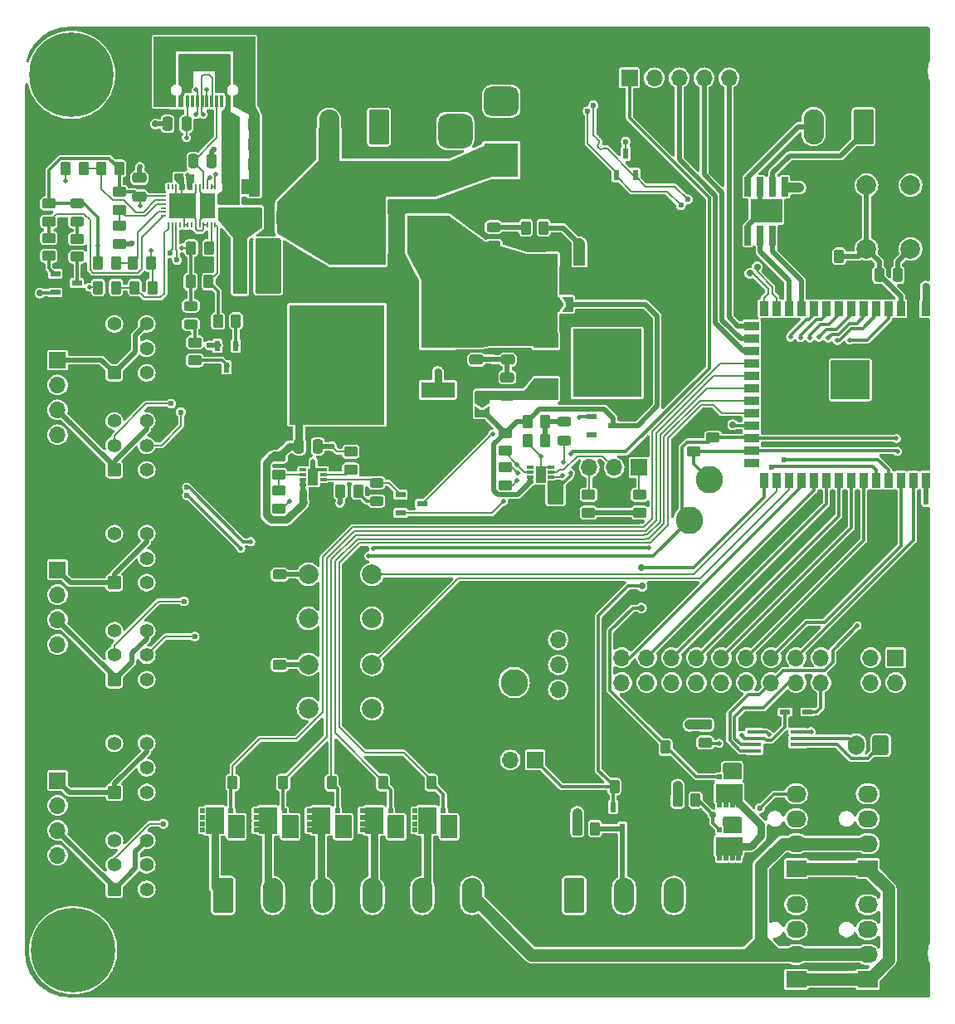
<source format=gbr>
%TF.GenerationSoftware,KiCad,Pcbnew,8.0.3*%
%TF.CreationDate,2024-07-04T13:58:53+02:00*%
%TF.ProjectId,ESPHome AIO,45535048-6f6d-4652-9041-494f2e6b6963,rev?*%
%TF.SameCoordinates,Original*%
%TF.FileFunction,Copper,L1,Top*%
%TF.FilePolarity,Positive*%
%FSLAX46Y46*%
G04 Gerber Fmt 4.6, Leading zero omitted, Abs format (unit mm)*
G04 Created by KiCad (PCBNEW 8.0.3) date 2024-07-04 13:58:53*
%MOMM*%
%LPD*%
G01*
G04 APERTURE LIST*
G04 Aperture macros list*
%AMRoundRect*
0 Rectangle with rounded corners*
0 $1 Rounding radius*
0 $2 $3 $4 $5 $6 $7 $8 $9 X,Y pos of 4 corners*
0 Add a 4 corners polygon primitive as box body*
4,1,4,$2,$3,$4,$5,$6,$7,$8,$9,$2,$3,0*
0 Add four circle primitives for the rounded corners*
1,1,$1+$1,$2,$3*
1,1,$1+$1,$4,$5*
1,1,$1+$1,$6,$7*
1,1,$1+$1,$8,$9*
0 Add four rect primitives between the rounded corners*
20,1,$1+$1,$2,$3,$4,$5,0*
20,1,$1+$1,$4,$5,$6,$7,0*
20,1,$1+$1,$6,$7,$8,$9,0*
20,1,$1+$1,$8,$9,$2,$3,0*%
%AMFreePoly0*
4,1,6,1.000000,0.000000,0.500000,-0.750000,-0.500000,-0.750000,-0.500000,0.750000,0.500000,0.750000,1.000000,0.000000,1.000000,0.000000,$1*%
%AMFreePoly1*
4,1,6,0.500000,-0.750000,-0.650000,-0.750000,-0.150000,0.000000,-0.650000,0.750000,0.500000,0.750000,0.500000,-0.750000,0.500000,-0.750000,$1*%
G04 Aperture macros list end*
%TA.AperFunction,SMDPad,CuDef*%
%ADD10R,0.600000X1.100000*%
%TD*%
%TA.AperFunction,SMDPad,CuDef*%
%ADD11RoundRect,0.250000X-0.262500X-0.450000X0.262500X-0.450000X0.262500X0.450000X-0.262500X0.450000X0*%
%TD*%
%TA.AperFunction,SMDPad,CuDef*%
%ADD12R,1.100000X0.500000*%
%TD*%
%TA.AperFunction,SMDPad,CuDef*%
%ADD13RoundRect,0.250000X-0.450000X0.262500X-0.450000X-0.262500X0.450000X-0.262500X0.450000X0.262500X0*%
%TD*%
%TA.AperFunction,SMDPad,CuDef*%
%ADD14R,1.050000X0.600000*%
%TD*%
%TA.AperFunction,ComponentPad*%
%ADD15R,1.700000X1.700000*%
%TD*%
%TA.AperFunction,ComponentPad*%
%ADD16O,1.700000X1.700000*%
%TD*%
%TA.AperFunction,SMDPad,CuDef*%
%ADD17R,0.500000X0.470000*%
%TD*%
%TA.AperFunction,SMDPad,CuDef*%
%ADD18R,0.550000X0.470000*%
%TD*%
%TA.AperFunction,SMDPad,CuDef*%
%ADD19R,1.850000X2.700000*%
%TD*%
%TA.AperFunction,SMDPad,CuDef*%
%ADD20RoundRect,0.243750X-0.456250X0.243750X-0.456250X-0.243750X0.456250X-0.243750X0.456250X0.243750X0*%
%TD*%
%TA.AperFunction,SMDPad,CuDef*%
%ADD21RoundRect,0.250000X0.262500X0.450000X-0.262500X0.450000X-0.262500X-0.450000X0.262500X-0.450000X0*%
%TD*%
%TA.AperFunction,SMDPad,CuDef*%
%ADD22RoundRect,0.250000X-0.250000X-0.475000X0.250000X-0.475000X0.250000X0.475000X-0.250000X0.475000X0*%
%TD*%
%TA.AperFunction,ComponentPad*%
%ADD23RoundRect,0.250000X0.450000X-0.450000X0.450000X0.450000X-0.450000X0.450000X-0.450000X-0.450000X0*%
%TD*%
%TA.AperFunction,ComponentPad*%
%ADD24C,1.400000*%
%TD*%
%TA.AperFunction,ComponentPad*%
%ADD25R,2.030000X1.730000*%
%TD*%
%TA.AperFunction,ComponentPad*%
%ADD26O,2.030000X1.730000*%
%TD*%
%TA.AperFunction,SMDPad,CuDef*%
%ADD27RoundRect,0.250000X0.475000X-0.250000X0.475000X0.250000X-0.475000X0.250000X-0.475000X-0.250000X0*%
%TD*%
%TA.AperFunction,SMDPad,CuDef*%
%ADD28R,0.550000X0.200000*%
%TD*%
%TA.AperFunction,SMDPad,CuDef*%
%ADD29R,0.200000X0.550000*%
%TD*%
%TA.AperFunction,SMDPad,CuDef*%
%ADD30R,0.350000X0.200000*%
%TD*%
%TA.AperFunction,SMDPad,CuDef*%
%ADD31R,0.200000X0.350000*%
%TD*%
%TA.AperFunction,SMDPad,CuDef*%
%ADD32R,2.720000X2.650000*%
%TD*%
%TA.AperFunction,SMDPad,CuDef*%
%ADD33R,1.530000X2.650000*%
%TD*%
%TA.AperFunction,SMDPad,CuDef*%
%ADD34R,0.200000X1.100000*%
%TD*%
%TA.AperFunction,SMDPad,CuDef*%
%ADD35R,0.600000X0.200000*%
%TD*%
%TA.AperFunction,SMDPad,CuDef*%
%ADD36R,0.650000X2.000000*%
%TD*%
%TA.AperFunction,SMDPad,CuDef*%
%ADD37R,3.200000X2.390000*%
%TD*%
%TA.AperFunction,SMDPad,CuDef*%
%ADD38RoundRect,0.250000X0.450000X-0.262500X0.450000X0.262500X-0.450000X0.262500X-0.450000X-0.262500X0*%
%TD*%
%TA.AperFunction,ComponentPad*%
%ADD39C,2.800000*%
%TD*%
%TA.AperFunction,SMDPad,CuDef*%
%ADD40R,0.470000X0.500000*%
%TD*%
%TA.AperFunction,SMDPad,CuDef*%
%ADD41R,0.470000X0.550000*%
%TD*%
%TA.AperFunction,SMDPad,CuDef*%
%ADD42R,2.700000X1.850000*%
%TD*%
%TA.AperFunction,SMDPad,CuDef*%
%ADD43RoundRect,0.250000X1.000000X0.650000X-1.000000X0.650000X-1.000000X-0.650000X1.000000X-0.650000X0*%
%TD*%
%TA.AperFunction,SMDPad,CuDef*%
%ADD44RoundRect,0.093750X0.093750X0.106250X-0.093750X0.106250X-0.093750X-0.106250X0.093750X-0.106250X0*%
%TD*%
%TA.AperFunction,HeatsinkPad*%
%ADD45R,1.000000X1.600000*%
%TD*%
%TA.AperFunction,SMDPad,CuDef*%
%ADD46FreePoly0,0.000000*%
%TD*%
%TA.AperFunction,SMDPad,CuDef*%
%ADD47FreePoly1,0.000000*%
%TD*%
%TA.AperFunction,SMDPad,CuDef*%
%ADD48R,0.700000X0.300000*%
%TD*%
%TA.AperFunction,SMDPad,CuDef*%
%ADD49R,1.000000X1.700000*%
%TD*%
%TA.AperFunction,SMDPad,CuDef*%
%ADD50R,0.600000X1.050000*%
%TD*%
%TA.AperFunction,SMDPad,CuDef*%
%ADD51FreePoly0,270.000000*%
%TD*%
%TA.AperFunction,SMDPad,CuDef*%
%ADD52FreePoly1,270.000000*%
%TD*%
%TA.AperFunction,SMDPad,CuDef*%
%ADD53RoundRect,0.243750X0.456250X-0.243750X0.456250X0.243750X-0.456250X0.243750X-0.456250X-0.243750X0*%
%TD*%
%TA.AperFunction,ComponentPad*%
%ADD54RoundRect,0.249999X0.790001X1.550001X-0.790001X1.550001X-0.790001X-1.550001X0.790001X-1.550001X0*%
%TD*%
%TA.AperFunction,ComponentPad*%
%ADD55O,2.080000X3.600000*%
%TD*%
%TA.AperFunction,ComponentPad*%
%ADD56C,2.000000*%
%TD*%
%TA.AperFunction,SMDPad,CuDef*%
%ADD57R,0.600000X1.240000*%
%TD*%
%TA.AperFunction,SMDPad,CuDef*%
%ADD58R,0.300000X1.240000*%
%TD*%
%TA.AperFunction,ComponentPad*%
%ADD59O,1.000000X2.100000*%
%TD*%
%TA.AperFunction,ComponentPad*%
%ADD60O,1.000000X1.800000*%
%TD*%
%TA.AperFunction,SMDPad,CuDef*%
%ADD61RoundRect,0.250000X0.250000X0.475000X-0.250000X0.475000X-0.250000X-0.475000X0.250000X-0.475000X0*%
%TD*%
%TA.AperFunction,SMDPad,CuDef*%
%ADD62R,4.240000X3.810000*%
%TD*%
%TA.AperFunction,SMDPad,CuDef*%
%ADD63RoundRect,0.250000X-0.475000X0.250000X-0.475000X-0.250000X0.475000X-0.250000X0.475000X0.250000X0*%
%TD*%
%TA.AperFunction,SMDPad,CuDef*%
%ADD64R,3.500000X1.600000*%
%TD*%
%TA.AperFunction,SMDPad,CuDef*%
%ADD65R,9.750000X12.200000*%
%TD*%
%TA.AperFunction,ComponentPad*%
%ADD66R,3.500000X3.500000*%
%TD*%
%TA.AperFunction,ComponentPad*%
%ADD67RoundRect,0.750000X-1.000000X0.750000X-1.000000X-0.750000X1.000000X-0.750000X1.000000X0.750000X0*%
%TD*%
%TA.AperFunction,ComponentPad*%
%ADD68RoundRect,0.875000X-0.875000X0.875000X-0.875000X-0.875000X0.875000X-0.875000X0.875000X0.875000X0*%
%TD*%
%TA.AperFunction,SMDPad,CuDef*%
%ADD69R,0.900000X1.500000*%
%TD*%
%TA.AperFunction,SMDPad,CuDef*%
%ADD70R,1.500000X0.900000*%
%TD*%
%TA.AperFunction,SMDPad,CuDef*%
%ADD71R,0.900000X0.900000*%
%TD*%
%TA.AperFunction,ComponentPad*%
%ADD72C,8.600000*%
%TD*%
%TA.AperFunction,SMDPad,CuDef*%
%ADD73R,1.450000X0.450000*%
%TD*%
%TA.AperFunction,ComponentPad*%
%ADD74RoundRect,0.250000X0.600000X0.750000X-0.600000X0.750000X-0.600000X-0.750000X0.600000X-0.750000X0*%
%TD*%
%TA.AperFunction,ComponentPad*%
%ADD75O,1.700000X2.000000*%
%TD*%
%TA.AperFunction,ComponentPad*%
%ADD76RoundRect,0.249999X-0.790001X-1.550001X0.790001X-1.550001X0.790001X1.550001X-0.790001X1.550001X0*%
%TD*%
%TA.AperFunction,SMDPad,CuDef*%
%ADD77R,1.200000X1.200000*%
%TD*%
%TA.AperFunction,SMDPad,CuDef*%
%ADD78R,2.500000X1.500000*%
%TD*%
%TA.AperFunction,SMDPad,CuDef*%
%ADD79R,7.000000X7.000000*%
%TD*%
%TA.AperFunction,ViaPad*%
%ADD80C,0.600000*%
%TD*%
%TA.AperFunction,ViaPad*%
%ADD81C,0.700000*%
%TD*%
%TA.AperFunction,ViaPad*%
%ADD82C,0.500000*%
%TD*%
%TA.AperFunction,Conductor*%
%ADD83C,0.200000*%
%TD*%
%TA.AperFunction,Conductor*%
%ADD84C,0.300000*%
%TD*%
%TA.AperFunction,Conductor*%
%ADD85C,0.500000*%
%TD*%
%TA.AperFunction,Conductor*%
%ADD86C,0.800000*%
%TD*%
%TA.AperFunction,Conductor*%
%ADD87C,1.200000*%
%TD*%
%TA.AperFunction,Conductor*%
%ADD88C,1.300000*%
%TD*%
%TA.AperFunction,Conductor*%
%ADD89C,1.000000*%
%TD*%
G04 APERTURE END LIST*
D10*
%TO.P,D9,1,I/O1*%
%TO.N,/USB_D+*%
X150750000Y-56300000D03*
%TO.P,D9,2,I/O2*%
%TO.N,/USB_D-*%
X152650000Y-56300000D03*
%TO.P,D9,3,GND*%
%TO.N,GND*%
X151700000Y-54100000D03*
%TD*%
D11*
%TO.P,R5,1*%
%TO.N,+5V*%
X156987500Y-120100000D03*
%TO.P,R5,2*%
%TO.N,/Fan Headers/FAN*%
X158812500Y-120100000D03*
%TD*%
D12*
%TO.P,D6,1,K*%
%TO.N,/Fan Headers/TACH*%
X167950000Y-111100000D03*
%TO.P,D6,2,A*%
%TO.N,GND*%
X170250000Y-111100000D03*
%TD*%
D13*
%TO.P,R1,1*%
%TO.N,/Button1*%
X116350000Y-106287500D03*
%TO.P,R1,2*%
%TO.N,+3.3V*%
X116350000Y-108112500D03*
%TD*%
%TO.P,R25,1*%
%TO.N,Net-(JP3-A)*%
X153100000Y-88937500D03*
%TO.P,R25,2*%
%TO.N,GND*%
X153100000Y-90762500D03*
%TD*%
%TO.P,R15,1*%
%TO.N,LDO_3V3*%
X100000000Y-58037500D03*
%TO.P,R15,2*%
%TO.N,/USB/ADC2*%
X100000000Y-59862500D03*
%TD*%
D14*
%TO.P,IC7,1,A*%
%TO.N,GND*%
X148200000Y-80950000D03*
%TO.P,IC7,2*%
%TO.N,unconnected-(IC7-Pad2)*%
X148200000Y-82850000D03*
%TO.P,IC7,3,K*%
%TO.N,Net-(IC7-K)*%
X150400000Y-81900000D03*
%TD*%
D15*
%TO.P,J3,1,Pin_1*%
%TO.N,+5V*%
X152060000Y-46400000D03*
D16*
%TO.P,J3,2,Pin_2*%
%TO.N,GND*%
X154600000Y-46400000D03*
%TO.P,J3,3,Pin_3*%
%TO.N,/LD2410_I{slash}O*%
X157140000Y-46400000D03*
%TO.P,J3,4,Pin_4*%
%TO.N,/RX*%
X159680000Y-46400000D03*
%TO.P,J3,5,Pin_5*%
%TO.N,/TX*%
X162220000Y-46400000D03*
%TD*%
D15*
%TO.P,J1,1,Pin_1*%
%TO.N,+5V*%
X179220000Y-105560000D03*
D16*
%TO.P,J1,2,Pin_2*%
X179220000Y-108100000D03*
%TO.P,J1,3,Pin_3*%
%TO.N,GND*%
X176680000Y-105560000D03*
%TO.P,J1,4,Pin_4*%
X176680000Y-108100000D03*
%TO.P,J1,5,Pin_5*%
%TO.N,+3.3V*%
X174140000Y-105560000D03*
%TO.P,J1,6,Pin_6*%
X174140000Y-108100000D03*
%TO.P,J1,7,Pin_7*%
%TO.N,/H.L0*%
X171600000Y-105560000D03*
%TO.P,J1,8,Pin_8*%
%TO.N,GND*%
X171600000Y-108100000D03*
%TO.P,J1,9,Pin_9*%
%TO.N,/H.L1*%
X169060000Y-105560000D03*
%TO.P,J1,10,Pin_10*%
%TO.N,/I2C{slash}SMdata*%
X169060000Y-108100000D03*
%TO.P,J1,11,Pin_11*%
%TO.N,/H.L2*%
X166520000Y-105560000D03*
%TO.P,J1,12,Pin_12*%
%TO.N,/I2C{slash}SMclk*%
X166520000Y-108100000D03*
%TO.P,J1,13,Pin_13*%
%TO.N,/H.L3*%
X163980000Y-105560000D03*
%TO.P,J1,14,Pin_14*%
%TO.N,/H.R0*%
X163980000Y-108100000D03*
%TO.P,J1,15,Pin_15*%
%TO.N,/H.L4*%
X161440000Y-105560000D03*
%TO.P,J1,16,Pin_16*%
%TO.N,/H.R1*%
X161440000Y-108100000D03*
%TO.P,J1,17,Pin_17*%
%TO.N,/H.L5*%
X158900000Y-105560000D03*
%TO.P,J1,18,Pin_18*%
%TO.N,/H.R2*%
X158900000Y-108100000D03*
%TO.P,J1,19,Pin_19*%
%TO.N,/H.L6*%
X156360000Y-105560000D03*
%TO.P,J1,20,Pin_20*%
%TO.N,/H.R3*%
X156360000Y-108100000D03*
%TO.P,J1,21,Pin_21*%
%TO.N,/H.L7*%
X153820000Y-105560000D03*
%TO.P,J1,22,Pin_22*%
%TO.N,/H.R4*%
X153820000Y-108100000D03*
%TO.P,J1,23,Pin_23*%
%TO.N,/H.L8*%
X151280000Y-105560000D03*
%TO.P,J1,24,Pin_24*%
%TO.N,/H.R5*%
X151280000Y-108100000D03*
%TD*%
D11*
%TO.P,R21,1*%
%TO.N,/USB/SINK_EN*%
X110087500Y-71200000D03*
%TO.P,R21,2*%
%TO.N,Net-(Q12-G)*%
X111912500Y-71200000D03*
%TD*%
D17*
%TO.P,Q6,1,S*%
%TO.N,GND*%
X116875000Y-123150000D03*
%TO.P,Q6,2,SOURCE_2*%
X116875000Y-122500000D03*
%TO.P,Q6,3,SOURCE_3*%
X116875000Y-121850000D03*
%TO.P,Q6,4,G*%
%TO.N,/CW*%
X116875000Y-121200000D03*
D18*
%TO.P,Q6,5,D*%
%TO.N,Net-(J5-Pin_2)*%
X114000000Y-121200000D03*
%TO.P,Q6,6,DRAIN_2*%
X114000000Y-121850000D03*
%TO.P,Q6,7,DRAIN_3*%
X114000000Y-122500000D03*
%TO.P,Q6,8,DRAIN_4*%
X114000000Y-123150000D03*
D19*
%TO.P,Q6,9,DRAIN_5*%
X115200000Y-122175000D03*
%TD*%
D11*
%TO.P,R33,1*%
%TO.N,/USB/ADC4*%
X101587500Y-67800000D03*
%TO.P,R33,2*%
%TO.N,GND*%
X103412500Y-67800000D03*
%TD*%
D20*
%TO.P,D8,1,K*%
%TO.N,Net-(D8-K)*%
X138200000Y-61625000D03*
%TO.P,D8,2,A*%
%TO.N,5V-24V*%
X138200000Y-63500000D03*
%TD*%
D21*
%TO.P,R27,1*%
%TO.N,Net-(D4-A)*%
X143462500Y-83437500D03*
%TO.P,R27,2*%
%TO.N,GND*%
X141637500Y-83437500D03*
%TD*%
D13*
%TO.P,R3,1*%
%TO.N,+3.3V*%
X158600000Y-82687500D03*
%TO.P,R3,2*%
%TO.N,/I2C{slash}SMclk*%
X158600000Y-84512500D03*
%TD*%
D22*
%TO.P,C6,1*%
%TO.N,Net-(IC4-CC2)*%
X107550000Y-54900000D03*
%TO.P,C6,2*%
%TO.N,GND*%
X109450000Y-54900000D03*
%TD*%
D23*
%TO.P,SW4,1,A*%
%TO.N,Net-(J11-Pin_1)*%
X99500000Y-119300000D03*
D24*
%TO.P,SW4,2,B*%
%TO.N,+3.3V*%
X99500000Y-116800000D03*
%TO.P,SW4,3,C*%
%TO.N,Net-(J11-Pin_2)*%
X99500000Y-114300000D03*
%TO.P,SW4,4,A*%
X102800000Y-119300000D03*
%TO.P,SW4,5,B*%
%TO.N,GND*%
X102800000Y-116800000D03*
%TO.P,SW4,6,C*%
%TO.N,Net-(J11-Pin_1)*%
X102800000Y-114300000D03*
%TD*%
D25*
%TO.P,M4,1,-*%
%TO.N,/Fan Headers/MOS*%
X176375000Y-127075000D03*
D26*
%TO.P,M4,2,+*%
%TO.N,5V-24V*%
X176375000Y-124535000D03*
%TO.P,M4,3,Tacho*%
%TO.N,unconnected-(M4-Tacho-Pad3)*%
X176375000Y-121995000D03*
%TO.P,M4,4,PWM*%
%TO.N,/Fan Headers/FAN*%
X176375000Y-119455000D03*
%TD*%
D27*
%TO.P,C12,1*%
%TO.N,Net-(IC6-VO)*%
X139600000Y-78850000D03*
%TO.P,C12,2*%
%TO.N,GND*%
X139600000Y-76950000D03*
%TD*%
%TO.P,C3,1*%
%TO.N,LDO_3V3*%
X102050000Y-58500000D03*
%TO.P,C3,2*%
%TO.N,GND*%
X102050000Y-56600000D03*
%TD*%
D25*
%TO.P,M5,1,-*%
%TO.N,/Fan Headers/MOS*%
X176375000Y-138375000D03*
D26*
%TO.P,M5,2,+*%
%TO.N,5V-24V*%
X176375000Y-135835000D03*
%TO.P,M5,3,Tacho*%
%TO.N,unconnected-(M5-Tacho-Pad3)*%
X176375000Y-133295000D03*
%TO.P,M5,4,PWM*%
%TO.N,/Fan Headers/FAN*%
X176375000Y-130755000D03*
%TD*%
D28*
%TO.P,IC4,1,LDO_3V3*%
%TO.N,LDO_3V3*%
X104475000Y-58475000D03*
%TO.P,IC4,2,ADCIN1*%
%TO.N,/USB/ADC1*%
X104475000Y-58875000D03*
%TO.P,IC4,3,ADCIN2*%
%TO.N,/USB/ADC2*%
X104475000Y-59275000D03*
%TO.P,IC4,4,LDO_1V5*%
%TO.N,unconnected-(IC4-LDO_1V5-Pad4)*%
X104475000Y-59675000D03*
%TO.P,IC4,5,ADCIN3*%
%TO.N,/USB/ADC3*%
X104475000Y-60075000D03*
%TO.P,IC4,6,CAP_MIS*%
%TO.N,/USB/CAP_MIS*%
X104475000Y-60475000D03*
D29*
%TO.P,IC4,7,ADCIN4*%
%TO.N,/USB/ADC4*%
X105000000Y-61400000D03*
%TO.P,IC4,8,I2CT_SDA*%
%TO.N,/I2C{slash}SMdata*%
X105400000Y-61400000D03*
%TO.P,IC4,9,I2CT_SCL*%
%TO.N,/I2C{slash}SMclk*%
X105800000Y-61400000D03*
%TO.P,IC4,10,DBG_ACC*%
%TO.N,unconnected-(IC4-DBG_ACC-Pad10)*%
X106200000Y-61400000D03*
%TO.P,IC4,11,GND*%
%TO.N,GND*%
X106600000Y-61400000D03*
%TO.P,IC4,12,GND*%
X107000000Y-61400000D03*
%TO.P,IC4,13,PLUG_FLIP*%
%TO.N,unconnected-(IC4-PLUG_FLIP-Pad13)*%
X107400000Y-61400000D03*
%TO.P,IC4,14,GND*%
%TO.N,GND*%
X107800000Y-61400000D03*
%TO.P,IC4,15,DRAIN*%
%TO.N,Net-(IC4-DRAIN_PAD)*%
X108200000Y-61400000D03*
%TO.P,IC4,16,GND*%
%TO.N,GND*%
X108600000Y-61400000D03*
%TO.P,IC4,17,GND*%
X109000000Y-61400000D03*
%TO.P,IC4,18,~{FAULT_IN}*%
%TO.N,Net-(IC4-~{FAULT_IN})*%
X109400000Y-61400000D03*
%TO.P,IC4,19,~{SINK_EN}*%
%TO.N,/USB/SINK_EN*%
X109800000Y-61400000D03*
D30*
%TO.P,IC4,20,PPHV*%
%TO.N,/USB/USB_POWER*%
X110425000Y-60575000D03*
%TO.P,IC4,21,PPHV*%
X110425000Y-60125000D03*
%TO.P,IC4,22,PPHV*%
X110425000Y-59675000D03*
%TO.P,IC4,23,VBUS_IN*%
%TO.N,/USB/VBUS*%
X110425000Y-59275000D03*
%TO.P,IC4,24,VBUS_IN*%
X110425000Y-58825000D03*
%TO.P,IC4,25,VBUS_IN*%
X110425000Y-58375000D03*
D29*
%TO.P,IC4,26,RESERVED*%
%TO.N,GND*%
X109800000Y-57550000D03*
%TO.P,IC4,27,RESERVED*%
X109400000Y-57550000D03*
%TO.P,IC4,28,CC1*%
%TO.N,Net-(IC4-CC1)*%
X109000000Y-57550000D03*
%TO.P,IC4,29,CC2*%
%TO.N,Net-(IC4-CC2)*%
X108600000Y-57550000D03*
%TO.P,IC4,30,DRAIN*%
%TO.N,Net-(IC4-DRAIN_PAD)*%
X108200000Y-57550000D03*
%TO.P,IC4,31,GND*%
%TO.N,GND*%
X107800000Y-57550000D03*
D31*
%TO.P,IC4,32,VBUS*%
%TO.N,/USB/VBUS*%
X107399000Y-57450000D03*
%TO.P,IC4,33,VBUS*%
X106999000Y-57450000D03*
%TO.P,IC4,34,GND*%
%TO.N,GND*%
X106599000Y-57450000D03*
%TO.P,IC4,35,GND*%
X106199000Y-57450000D03*
D29*
%TO.P,IC4,36,RESERVED*%
X105800000Y-57550000D03*
%TO.P,IC4,37,PLUG_EVENT*%
%TO.N,/USB/PLUG_EVENT*%
X105400000Y-57550000D03*
%TO.P,IC4,38,VIN_3V3*%
%TO.N,unconnected-(IC4-VIN_3V3-Pad38)*%
X105000000Y-57550000D03*
D32*
%TO.P,IC4,39,GND_PAD*%
%TO.N,GND*%
X106435000Y-59475000D03*
D33*
%TO.P,IC4,40,DRAIN_PAD*%
%TO.N,Net-(IC4-DRAIN_PAD)*%
X108960000Y-59475000D03*
D34*
%TO.P,IC4,41,PPHV*%
%TO.N,/USB/USB_POWER*%
X110149000Y-60125000D03*
%TO.P,IC4,42,VBUS_IN*%
%TO.N,/USB/VBUS*%
X110150000Y-58825000D03*
D35*
%TO.P,IC4,43,VBUS*%
X107199000Y-57725000D03*
%TO.P,IC4,44,GND*%
%TO.N,GND*%
X106399000Y-57725000D03*
%TD*%
D36*
%TO.P,IC1,1,GND*%
%TO.N,GND*%
X164135000Y-62475000D03*
%TO.P,IC1,2,IN2*%
%TO.N,/Motor_in2*%
X165405000Y-62475000D03*
%TO.P,IC1,3,IN1*%
%TO.N,/Motor_in1*%
X166675000Y-62475000D03*
%TO.P,IC1,4,VREF*%
%TO.N,+3.3V*%
X167945000Y-62475000D03*
%TO.P,IC1,5,VM*%
%TO.N,5V-24V*%
X167945000Y-57525000D03*
%TO.P,IC1,6,OUT1*%
%TO.N,Net-(IC1-OUT1)*%
X166675000Y-57525000D03*
%TO.P,IC1,7,RS*%
%TO.N,GND*%
X165405000Y-57525000D03*
%TO.P,IC1,8,OUT2*%
%TO.N,Net-(IC1-OUT2)*%
X164135000Y-57525000D03*
D37*
%TO.P,IC1,9,EP*%
%TO.N,GND*%
X166040000Y-60000000D03*
%TD*%
D15*
%TO.P,JP3,1,A*%
%TO.N,Net-(JP3-A)*%
X153030000Y-86150000D03*
D16*
%TO.P,JP3,2,C*%
%TO.N,Net-(IC8-ILM)*%
X150490000Y-86150000D03*
%TO.P,JP3,3,B*%
%TO.N,Net-(JP3-B)*%
X147950000Y-86150000D03*
%TD*%
D38*
%TO.P,R29,1*%
%TO.N,Net-(IC9-ILM)*%
X123625000Y-86362500D03*
%TO.P,R29,2*%
%TO.N,GND*%
X123625000Y-84537500D03*
%TD*%
D39*
%TO.P,TP5,1,1*%
%TO.N,+5V*%
X140300000Y-108100000D03*
%TD*%
D13*
%TO.P,R28,1*%
%TO.N,Net-(JP3-B)*%
X147900000Y-88937500D03*
%TO.P,R28,2*%
%TO.N,GND*%
X147900000Y-90762500D03*
%TD*%
%TO.P,R4,1*%
%TO.N,+3.3V*%
X160600000Y-81287500D03*
%TO.P,R4,2*%
%TO.N,/I2C{slash}SMdata*%
X160600000Y-83112500D03*
%TD*%
D40*
%TO.P,Q1,1,S*%
%TO.N,GND*%
X163200000Y-117700000D03*
%TO.P,Q1,2,SOURCE_2*%
X162550000Y-117700000D03*
%TO.P,Q1,3,SOURCE_3*%
X161900000Y-117700000D03*
%TO.P,Q1,4,G*%
%TO.N,/Fan_pwm{slash}dc*%
X161250000Y-117700000D03*
D41*
%TO.P,Q1,5,D*%
%TO.N,/Fan Headers/MOS*%
X161250000Y-120575000D03*
%TO.P,Q1,6,DRAIN_2*%
X161900000Y-120575000D03*
%TO.P,Q1,7,DRAIN_3*%
X162550000Y-120575000D03*
%TO.P,Q1,8,DRAIN_4*%
X163200000Y-120575000D03*
D42*
%TO.P,Q1,9,DRAIN_5*%
X162225000Y-119375000D03*
%TD*%
D43*
%TO.P,D1,1,K*%
%TO.N,/USB_PD_POWER*%
X117300000Y-60650000D03*
%TO.P,D1,2,A*%
%TO.N,/USB/USB_POWER*%
X113300000Y-60650000D03*
%TD*%
D11*
%TO.P,R40,1*%
%TO.N,Net-(D8-K)*%
X141487500Y-61700000D03*
%TO.P,R40,2*%
%TO.N,GND*%
X143312500Y-61700000D03*
%TD*%
D44*
%TO.P,U1,1,GND*%
%TO.N,GND*%
X113887500Y-58150000D03*
%TO.P,U1,2,GND*%
X113887500Y-57500000D03*
%TO.P,U1,3,GND*%
X113887500Y-56850000D03*
%TO.P,U1,4,IN*%
%TO.N,/USB/VBUS*%
X112112500Y-56850000D03*
%TO.P,U1,5,IN*%
X112112500Y-57500000D03*
%TO.P,U1,6,IN*%
X112112500Y-58150000D03*
D45*
%TO.P,U1,7,GND*%
%TO.N,GND*%
X113000000Y-57500000D03*
%TD*%
D21*
%TO.P,R37,1*%
%TO.N,LDO_3V3*%
X100012500Y-55650000D03*
%TO.P,R37,2*%
%TO.N,/USB/ADC1*%
X98187500Y-55650000D03*
%TD*%
D15*
%TO.P,J13,1,Pin_1*%
%TO.N,Net-(J13-Pin_1)*%
X93700000Y-96600000D03*
D16*
%TO.P,J13,2,Pin_2*%
%TO.N,Net-(J13-Pin_2)*%
X93700000Y-99140000D03*
%TO.P,J13,3,Pin_3*%
%TO.N,Net-(J13-Pin_3)*%
X93700000Y-101680000D03*
%TO.P,J13,4,Pin_4*%
%TO.N,Net-(J13-Pin_4)*%
X93700000Y-104220000D03*
%TD*%
D13*
%TO.P,R22,1*%
%TO.N,Net-(D3-K)*%
X107700000Y-73387500D03*
%TO.P,R22,2*%
%TO.N,Net-(Q12-D)*%
X107700000Y-75212500D03*
%TD*%
D46*
%TO.P,JP1,1,A*%
%TO.N,5V-24V*%
X144350000Y-69500000D03*
D47*
%TO.P,JP1,2,B*%
%TO.N,Net-(IC7-K)*%
X145800000Y-69500000D03*
%TD*%
D23*
%TO.P,SW8,1,A*%
%TO.N,Net-(J13-Pin_1)*%
X99500000Y-97900000D03*
D24*
%TO.P,SW8,2,B*%
%TO.N,+3.3V*%
X99500000Y-95400000D03*
%TO.P,SW8,3,C*%
%TO.N,Net-(J13-Pin_2)*%
X99500000Y-92900000D03*
%TO.P,SW8,4,A*%
X102800000Y-97900000D03*
%TO.P,SW8,5,B*%
%TO.N,GND*%
X102800000Y-95400000D03*
%TO.P,SW8,6,C*%
%TO.N,Net-(J13-Pin_1)*%
X102800000Y-92900000D03*
%TD*%
D13*
%TO.P,R24,1*%
%TO.N,Net-(IC7-K)*%
X139375000Y-82637500D03*
%TO.P,R24,2*%
%TO.N,Net-(IC8-~{EN}{slash}OVLO)*%
X139375000Y-84462500D03*
%TD*%
%TO.P,R16,1*%
%TO.N,/USB/ADC2*%
X100000000Y-61487500D03*
%TO.P,R16,2*%
%TO.N,GND*%
X100000000Y-63312500D03*
%TD*%
D48*
%TO.P,IC9,1,DVDT*%
%TO.N,unconnected-(IC9-DVDT-Pad1)*%
X118725000Y-86362500D03*
%TO.P,IC9,2,~{EN}/OVLO*%
%TO.N,Net-(IC9-~{EN}{slash}OVLO)*%
X118725000Y-86862500D03*
%TO.P,IC9,3,IN_1*%
%TO.N,Net-(IC5-OUTPUT)*%
X118725000Y-87362500D03*
%TO.P,IC9,4,IN_2*%
X118725000Y-87862500D03*
%TO.P,IC9,5,OUT*%
%TO.N,+3.3V*%
X120825000Y-87862500D03*
%TO.P,IC9,6,~{FLT}*%
%TO.N,/Power/3.3V_FLT*%
X120825000Y-87362500D03*
%TO.P,IC9,7,ILM*%
%TO.N,Net-(IC9-ILM)*%
X120825000Y-86862500D03*
%TO.P,IC9,8,GND_1*%
%TO.N,GND*%
X120825000Y-86362500D03*
D49*
%TO.P,IC9,9,GND_2*%
X119775000Y-87112500D03*
%TD*%
D50*
%TO.P,Q8,1,G*%
%TO.N,+3.3V*%
X152300000Y-120800000D03*
%TO.P,Q8,2,S*%
%TO.N,/ARGB*%
X150400000Y-120800000D03*
%TO.P,Q8,3,D*%
%TO.N,Net-(J6-Pin_2)*%
X151350000Y-123000000D03*
%TD*%
D22*
%TO.P,C9,1*%
%TO.N,/USB/VBUS*%
X111750000Y-53200000D03*
%TO.P,C9,2*%
%TO.N,GND*%
X113650000Y-53200000D03*
%TD*%
D11*
%TO.P,R32,1*%
%TO.N,Net-(IC5-OUTPUT)*%
X122562500Y-88550000D03*
%TO.P,R32,2*%
%TO.N,Net-(D5-A)*%
X124387500Y-88550000D03*
%TD*%
%TO.P,R9,1*%
%TO.N,+3.3V*%
X109727500Y-118300000D03*
%TO.P,R9,2*%
%TO.N,/WW*%
X111552500Y-118300000D03*
%TD*%
D39*
%TO.P,TP1,1,1*%
%TO.N,/I2C{slash}SMclk*%
X160200000Y-87400000D03*
%TD*%
D51*
%TO.P,JP2,1,A*%
%TO.N,Net-(IC6-VO)*%
X137050000Y-79075000D03*
D52*
%TO.P,JP2,2,B*%
%TO.N,Net-(IC7-K)*%
X137050000Y-80525000D03*
%TD*%
D11*
%TO.P,R36,1*%
%TO.N,/USB/ADC3*%
X101387500Y-65300000D03*
%TO.P,R36,2*%
%TO.N,GND*%
X103212500Y-65300000D03*
%TD*%
%TO.P,R8,1*%
%TO.N,+3.3V*%
X119837500Y-118300000D03*
%TO.P,R8,2*%
%TO.N,/B*%
X121662500Y-118300000D03*
%TD*%
%TO.P,R13,1*%
%TO.N,+5V*%
X146737500Y-123000000D03*
%TO.P,R13,2*%
%TO.N,Net-(J6-Pin_2)*%
X148562500Y-123000000D03*
%TD*%
D53*
%TO.P,D4,1,K*%
%TO.N,Net-(D4-K)*%
X145400000Y-83375000D03*
%TO.P,D4,2,A*%
%TO.N,Net-(D4-A)*%
X145400000Y-81500000D03*
%TD*%
D11*
%TO.P,R7,1*%
%TO.N,+3.3V*%
X130037500Y-118300000D03*
%TO.P,R7,2*%
%TO.N,/R*%
X131862500Y-118300000D03*
%TD*%
D22*
%TO.P,C13,1*%
%TO.N,Net-(IC5-OUTPUT)*%
X118350000Y-84000000D03*
%TO.P,C13,2*%
%TO.N,GND*%
X120250000Y-84000000D03*
%TD*%
D15*
%TO.P,JP4,1,A*%
%TO.N,/ARGB*%
X142440000Y-116000000D03*
D16*
%TO.P,JP4,2,B*%
%TO.N,GND*%
X139900000Y-116000000D03*
%TD*%
D23*
%TO.P,SW6,1,A*%
%TO.N,Net-(J11-Pin_3)*%
X99500000Y-129200000D03*
D24*
%TO.P,SW6,2,B*%
%TO.N,/I2C{slash}SMdata*%
X99500000Y-126700000D03*
%TO.P,SW6,3,C*%
%TO.N,Net-(J11-Pin_4)*%
X99500000Y-124200000D03*
%TO.P,SW6,4,A*%
X102800000Y-129200000D03*
%TO.P,SW6,5,B*%
%TO.N,/I2C{slash}SMclk*%
X102800000Y-126700000D03*
%TO.P,SW6,6,C*%
%TO.N,Net-(J11-Pin_3)*%
X102800000Y-124200000D03*
%TD*%
D13*
%TO.P,R18,1*%
%TO.N,/USB/CAP_MIS*%
X92811768Y-62737500D03*
%TO.P,R18,2*%
%TO.N,Net-(Q11-G)*%
X92811768Y-64562500D03*
%TD*%
D40*
%TO.P,Q2,1,S*%
%TO.N,GND*%
X163200000Y-123125000D03*
%TO.P,Q2,2,SOURCE_2*%
X162550000Y-123125000D03*
%TO.P,Q2,3,SOURCE_3*%
X161900000Y-123125000D03*
%TO.P,Q2,4,G*%
%TO.N,/Fan Headers/FAN*%
X161250000Y-123125000D03*
D41*
%TO.P,Q2,5,D*%
%TO.N,/Fan Headers/MOS*%
X161250000Y-126000000D03*
%TO.P,Q2,6,DRAIN_2*%
X161900000Y-126000000D03*
%TO.P,Q2,7,DRAIN_3*%
X162550000Y-126000000D03*
%TO.P,Q2,8,DRAIN_4*%
X163200000Y-126000000D03*
D42*
%TO.P,Q2,9,DRAIN_5*%
X162225000Y-124800000D03*
%TD*%
D13*
%TO.P,R17,1*%
%TO.N,LDO_3V3*%
X92811768Y-59237500D03*
%TO.P,R17,2*%
%TO.N,/USB/CAP_MIS*%
X92811768Y-61062500D03*
%TD*%
D23*
%TO.P,SW5,1,A*%
%TO.N,Net-(J10-Pin_3)*%
X99500000Y-86400000D03*
D24*
%TO.P,SW5,2,B*%
%TO.N,/I2C{slash}SMdata*%
X99500000Y-83900000D03*
%TO.P,SW5,3,C*%
%TO.N,Net-(J10-Pin_4)*%
X99500000Y-81400000D03*
%TO.P,SW5,4,A*%
X102800000Y-86400000D03*
%TO.P,SW5,5,B*%
%TO.N,/I2C{slash}SMclk*%
X102800000Y-83900000D03*
%TO.P,SW5,6,C*%
%TO.N,Net-(J10-Pin_3)*%
X102800000Y-81400000D03*
%TD*%
D53*
%TO.P,D2,1,K*%
%TO.N,Net-(D2-K)*%
X95711768Y-61087500D03*
%TO.P,D2,2,A*%
%TO.N,LDO_3V3*%
X95711768Y-59212500D03*
%TD*%
D20*
%TO.P,D5,1,K*%
%TO.N,/Power/3.3V_FLT*%
X126250000Y-87712500D03*
%TO.P,D5,2,A*%
%TO.N,Net-(D5-A)*%
X126250000Y-89587500D03*
%TD*%
D17*
%TO.P,Q4,1,S*%
%TO.N,GND*%
X127675000Y-123150000D03*
%TO.P,Q4,2,SOURCE_2*%
X127675000Y-122500000D03*
%TO.P,Q4,3,SOURCE_3*%
X127675000Y-121850000D03*
%TO.P,Q4,4,G*%
%TO.N,/G*%
X127675000Y-121200000D03*
D18*
%TO.P,Q4,5,D*%
%TO.N,Net-(J5-Pin_4)*%
X124800000Y-121200000D03*
%TO.P,Q4,6,DRAIN_2*%
X124800000Y-121850000D03*
%TO.P,Q4,7,DRAIN_3*%
X124800000Y-122500000D03*
%TO.P,Q4,8,DRAIN_4*%
X124800000Y-123150000D03*
D19*
%TO.P,Q4,9,DRAIN_5*%
X126000000Y-122175000D03*
%TD*%
D39*
%TO.P,TP4,1,1*%
%TO.N,+3.3V*%
X130700000Y-85500000D03*
%TD*%
D54*
%TO.P,M1,1,+*%
%TO.N,Net-(IC1-OUT1)*%
X175940000Y-51377500D03*
D55*
%TO.P,M1,2,-*%
%TO.N,Net-(IC1-OUT2)*%
X170860000Y-51377500D03*
%TD*%
D21*
%TO.P,R39,1*%
%TO.N,/EN*%
X173462500Y-64600000D03*
%TO.P,R39,2*%
%TO.N,+3.3V*%
X171637500Y-64600000D03*
%TD*%
D13*
%TO.P,R31,1*%
%TO.N,Net-(IC9-~{EN}{slash}OVLO)*%
X116275000Y-88537500D03*
%TO.P,R31,2*%
%TO.N,GND*%
X116275000Y-90362500D03*
%TD*%
D55*
%TO.P,J8,2,Pin_2*%
%TO.N,/USB_PD_POWER*%
X121410000Y-51427500D03*
D54*
%TO.P,J8,1,Pin_1*%
%TO.N,GND*%
X126490000Y-51427500D03*
%TD*%
D48*
%TO.P,IC8,1,DVDT*%
%TO.N,unconnected-(IC8-DVDT-Pad1)*%
X141950000Y-86112500D03*
%TO.P,IC8,2,~{EN}/OVLO*%
%TO.N,Net-(IC8-~{EN}{slash}OVLO)*%
X141950000Y-86612500D03*
%TO.P,IC8,3,IN_1*%
%TO.N,Net-(IC7-K)*%
X141950000Y-87112500D03*
%TO.P,IC8,4,IN_2*%
X141950000Y-87612500D03*
%TO.P,IC8,5,OUT*%
%TO.N,+5V*%
X144050000Y-87612500D03*
%TO.P,IC8,6,~{FLT}*%
%TO.N,Net-(D4-K)*%
X144050000Y-87112500D03*
%TO.P,IC8,7,ILM*%
%TO.N,Net-(IC8-ILM)*%
X144050000Y-86612500D03*
%TO.P,IC8,8,GND_1*%
%TO.N,GND*%
X144050000Y-86112500D03*
D49*
%TO.P,IC8,9,GND_2*%
X143000000Y-86862500D03*
%TD*%
D23*
%TO.P,SW10,1,A*%
%TO.N,Net-(J13-Pin_3)*%
X99500000Y-107800000D03*
D24*
%TO.P,SW10,2,B*%
%TO.N,/I2C{slash}SMdata*%
X99500000Y-105300000D03*
%TO.P,SW10,3,C*%
%TO.N,Net-(J13-Pin_4)*%
X99500000Y-102800000D03*
%TO.P,SW10,4,A*%
X102800000Y-107800000D03*
%TO.P,SW10,5,B*%
%TO.N,/I2C{slash}SMclk*%
X102800000Y-105300000D03*
%TO.P,SW10,6,C*%
%TO.N,Net-(J13-Pin_3)*%
X102800000Y-102800000D03*
%TD*%
D56*
%TO.P,SW7,1,1*%
%TO.N,/EN*%
X176250000Y-63850000D03*
X176250000Y-57350000D03*
%TO.P,SW7,2,2*%
%TO.N,GND*%
X180750000Y-63850000D03*
X180750000Y-57350000D03*
%TD*%
%TO.P,SW2,1,1*%
%TO.N,/Button2*%
X119300000Y-97050000D03*
X125800000Y-97050000D03*
%TO.P,SW2,2,2*%
%TO.N,GND*%
X119300000Y-101550000D03*
X125800000Y-101550000D03*
%TD*%
D11*
%TO.P,R35,1*%
%TO.N,LDO_3V3*%
X97837500Y-65300000D03*
%TO.P,R35,2*%
%TO.N,/USB/ADC3*%
X99662500Y-65300000D03*
%TD*%
D57*
%TO.P,J7,A1,GND*%
%TO.N,GND*%
X111900000Y-48775000D03*
%TO.P,J7,A4,VBUS*%
%TO.N,/USB/VBUS*%
X111100000Y-48775000D03*
D58*
%TO.P,J7,A5,CC1*%
%TO.N,Net-(IC4-CC2)*%
X109950000Y-48775000D03*
%TO.P,J7,A6,D+*%
%TO.N,/USB_D+*%
X108950000Y-48775000D03*
%TO.P,J7,A7,D-*%
%TO.N,/USB_D-*%
X108450000Y-48775000D03*
%TO.P,J7,A8,SBU1*%
%TO.N,unconnected-(J7-SBU1-PadA8)*%
X107450000Y-48775000D03*
D57*
%TO.P,J7,A9,VBUS*%
%TO.N,/USB/VBUS*%
X106300000Y-48775000D03*
%TO.P,J7,A12,GND*%
%TO.N,GND*%
X105500000Y-48775000D03*
%TO.P,J7,B1,GND*%
X105500000Y-48775000D03*
%TO.P,J7,B4,VBUS*%
%TO.N,/USB/VBUS*%
X106300000Y-48775000D03*
D58*
%TO.P,J7,B5,CC2*%
%TO.N,Net-(IC4-CC1)*%
X106950000Y-48775000D03*
%TO.P,J7,B6,D+*%
%TO.N,/USB_D+*%
X107950000Y-48775000D03*
%TO.P,J7,B7,D-*%
%TO.N,/USB_D-*%
X109450000Y-48775000D03*
%TO.P,J7,B8,SBU2*%
%TO.N,unconnected-(J7-SBU2-PadB8)*%
X110450000Y-48775000D03*
D57*
%TO.P,J7,B9,VBUS*%
%TO.N,/USB/VBUS*%
X111100000Y-48775000D03*
%TO.P,J7,B12,GND*%
%TO.N,GND*%
X111900000Y-48775000D03*
D59*
%TO.P,J7,S1,SHIELD*%
X113020000Y-48175000D03*
D60*
X113020000Y-43975000D03*
D59*
X104380000Y-48175000D03*
D60*
X104380000Y-43975000D03*
%TD*%
D13*
%TO.P,R30,1*%
%TO.N,Net-(IC5-OUTPUT)*%
X116275000Y-85062500D03*
%TO.P,R30,2*%
%TO.N,Net-(IC9-~{EN}{slash}OVLO)*%
X116275000Y-86887500D03*
%TD*%
D61*
%TO.P,C14,1*%
%TO.N,GND*%
X179450000Y-66500000D03*
%TO.P,C14,2*%
%TO.N,/EN*%
X177550000Y-66500000D03*
%TD*%
D53*
%TO.P,D3,1,K*%
%TO.N,Net-(D3-K)*%
X107300000Y-71537500D03*
%TO.P,D3,2,A*%
%TO.N,LDO_3V3*%
X107300000Y-69662500D03*
%TD*%
D62*
%TO.P,F1,1*%
%TO.N,/USB_PD_POWER*%
X125115000Y-62300000D03*
%TO.P,F1,2*%
%TO.N,5V-24V*%
X131485000Y-62300000D03*
%TD*%
D22*
%TO.P,C5,1*%
%TO.N,/USB/VBUS*%
X111750000Y-55200000D03*
%TO.P,C5,2*%
%TO.N,GND*%
X113650000Y-55200000D03*
%TD*%
D17*
%TO.P,Q3,1,S*%
%TO.N,GND*%
X133075000Y-123150000D03*
%TO.P,Q3,2,SOURCE_2*%
X133075000Y-122500000D03*
%TO.P,Q3,3,SOURCE_3*%
X133075000Y-121850000D03*
%TO.P,Q3,4,G*%
%TO.N,/R*%
X133075000Y-121200000D03*
D18*
%TO.P,Q3,5,D*%
%TO.N,Net-(J5-Pin_5)*%
X130200000Y-121200000D03*
%TO.P,Q3,6,DRAIN_2*%
X130200000Y-121850000D03*
%TO.P,Q3,7,DRAIN_3*%
X130200000Y-122500000D03*
%TO.P,Q3,8,DRAIN_4*%
X130200000Y-123150000D03*
D19*
%TO.P,Q3,9,DRAIN_5*%
X131400000Y-122175000D03*
%TD*%
D17*
%TO.P,Q7,1,S*%
%TO.N,GND*%
X111400000Y-123150000D03*
%TO.P,Q7,2,SOURCE_2*%
X111400000Y-122500000D03*
%TO.P,Q7,3,SOURCE_3*%
X111400000Y-121850000D03*
%TO.P,Q7,4,G*%
%TO.N,/WW*%
X111400000Y-121200000D03*
D18*
%TO.P,Q7,5,D*%
%TO.N,Net-(J5-Pin_1)*%
X108525000Y-121200000D03*
%TO.P,Q7,6,DRAIN_2*%
X108525000Y-121850000D03*
%TO.P,Q7,7,DRAIN_3*%
X108525000Y-122500000D03*
%TO.P,Q7,8,DRAIN_4*%
X108525000Y-123150000D03*
D19*
%TO.P,Q7,9,DRAIN_5*%
X109725000Y-122175000D03*
%TD*%
D63*
%TO.P,C10,1*%
%TO.N,5V-24V*%
X136450000Y-73250000D03*
%TO.P,C10,2*%
%TO.N,GND*%
X136450000Y-75150000D03*
%TD*%
D64*
%TO.P,IC5,1,GND*%
%TO.N,GND*%
X132500000Y-78230000D03*
%TO.P,IC5,3,INPUT*%
%TO.N,5V-24V*%
X132500000Y-73150000D03*
D65*
%TO.P,IC5,4,OUTPUT*%
%TO.N,Net-(IC5-OUTPUT)*%
X122225000Y-75690000D03*
%TD*%
D15*
%TO.P,J2,1,Pin_1*%
%TO.N,+3.3V*%
X144800000Y-101200000D03*
D16*
%TO.P,J2,2,Pin_2*%
%TO.N,GND*%
X144800000Y-103740000D03*
%TO.P,J2,3,Pin_3*%
%TO.N,/RX0*%
X144800000Y-106280000D03*
%TO.P,J2,4,Pin_4*%
%TO.N,/TX0*%
X144800000Y-108820000D03*
%TD*%
D11*
%TO.P,R10,1*%
%TO.N,+3.3V*%
X125087500Y-118300000D03*
%TO.P,R10,2*%
%TO.N,/G*%
X126912500Y-118300000D03*
%TD*%
D66*
%TO.P,J9,1,POWER*%
%TO.N,/USB_PD_POWER*%
X139000000Y-54800000D03*
D67*
%TO.P,J9,2,GND_1*%
%TO.N,GND*%
X139000000Y-48800000D03*
D68*
%TO.P,J9,3,GND_2*%
X134300000Y-51800000D03*
%TD*%
D15*
%TO.P,J10,1,Pin_1*%
%TO.N,Net-(J10-Pin_1)*%
X93700000Y-75200000D03*
D16*
%TO.P,J10,2,Pin_2*%
%TO.N,Net-(J10-Pin_2)*%
X93700000Y-77740000D03*
%TO.P,J10,3,Pin_3*%
%TO.N,Net-(J10-Pin_3)*%
X93700000Y-80280000D03*
%TO.P,J10,4,Pin_4*%
%TO.N,Net-(J10-Pin_4)*%
X93700000Y-82820000D03*
%TD*%
D21*
%TO.P,R34,1*%
%TO.N,/Fan_pwm{slash}dc*%
X155762500Y-114700000D03*
%TO.P,R34,2*%
%TO.N,+3.3V*%
X153937500Y-114700000D03*
%TD*%
D56*
%TO.P,SW1,1,1*%
%TO.N,/Button1*%
X119300000Y-106250000D03*
X125800000Y-106250000D03*
%TO.P,SW1,2,2*%
%TO.N,GND*%
X119300000Y-110750000D03*
X125800000Y-110750000D03*
%TD*%
D69*
%TO.P,IC2,1,GND*%
%TO.N,GND*%
X182300000Y-69950000D03*
%TO.P,IC2,2,3V3*%
%TO.N,+3.3V*%
X181030000Y-69950000D03*
%TO.P,IC2,3,EN*%
%TO.N,/EN*%
X179760000Y-69950000D03*
%TO.P,IC2,4,IO4*%
%TO.N,/H.L0*%
X178490000Y-69950000D03*
%TO.P,IC2,5,IO5*%
%TO.N,/H.R0*%
X177220000Y-69950000D03*
%TO.P,IC2,6,IO6*%
%TO.N,/H.R1*%
X175950000Y-69950000D03*
%TO.P,IC2,7,IO7*%
%TO.N,/H.R2*%
X174680000Y-69950000D03*
%TO.P,IC2,8,IO15*%
%TO.N,/H.R3*%
X173410000Y-69950000D03*
%TO.P,IC2,9,IO16*%
%TO.N,/H.R4*%
X172140000Y-69950000D03*
%TO.P,IC2,10,IO17*%
%TO.N,/H.R5*%
X170870000Y-69950000D03*
%TO.P,IC2,11,IO18*%
%TO.N,/Motor_in1*%
X169600000Y-69950000D03*
%TO.P,IC2,12,IO8*%
%TO.N,/Motor_in2*%
X168330000Y-69950000D03*
%TO.P,IC2,13,IO19*%
%TO.N,/USB_D-*%
X167060000Y-69950000D03*
%TO.P,IC2,14,IO20*%
%TO.N,/USB_D+*%
X165790000Y-69950000D03*
D70*
%TO.P,IC2,15,IO3*%
%TO.N,/TX*%
X164540000Y-71715000D03*
%TO.P,IC2,16,IO46*%
%TO.N,/RX*%
X164540000Y-72985000D03*
%TO.P,IC2,17,IO9*%
%TO.N,/LD2410_I{slash}O*%
X164540000Y-74255000D03*
%TO.P,IC2,18,IO10*%
%TO.N,/WW*%
X164540000Y-75525000D03*
%TO.P,IC2,19,IO11*%
%TO.N,/CW*%
X164540000Y-76795000D03*
%TO.P,IC2,20,IO12*%
%TO.N,/B*%
X164540000Y-78065000D03*
%TO.P,IC2,21,IO13*%
%TO.N,/G*%
X164540000Y-79335000D03*
%TO.P,IC2,22,IO14*%
%TO.N,/R*%
X164540000Y-80605000D03*
%TO.P,IC2,23,IO21*%
%TO.N,/Fan_pwm{slash}dc*%
X164540000Y-81875000D03*
%TO.P,IC2,24,IO47*%
%TO.N,/I2C{slash}SMdata*%
X164540000Y-83145000D03*
%TO.P,IC2,25,IO48*%
%TO.N,/I2C{slash}SMclk*%
X164540000Y-84415000D03*
%TO.P,IC2,26,IO45*%
%TO.N,unconnected-(IC2-IO45-Pad26)*%
X164540000Y-85685000D03*
D69*
%TO.P,IC2,27,IO0*%
%TO.N,/ARGB*%
X165790000Y-87450000D03*
%TO.P,IC2,28,IO35*%
%TO.N,/Button2*%
X167060000Y-87450000D03*
%TO.P,IC2,29,IO36*%
%TO.N,/Button1*%
X168330000Y-87450000D03*
%TO.P,IC2,30,IO37*%
%TO.N,/H.L8*%
X169600000Y-87450000D03*
%TO.P,IC2,31,IO38*%
%TO.N,/H.L7*%
X170870000Y-87450000D03*
%TO.P,IC2,32,IO39*%
%TO.N,/H.L6*%
X172140000Y-87450000D03*
%TO.P,IC2,33,IO40*%
%TO.N,/H.L5*%
X173410000Y-87450000D03*
%TO.P,IC2,34,IO41*%
%TO.N,/H.L4*%
X174680000Y-87450000D03*
%TO.P,IC2,35,IO42*%
%TO.N,/H.L3*%
X175950000Y-87450000D03*
%TO.P,IC2,36,RXD0*%
%TO.N,/RX0*%
X177220000Y-87450000D03*
%TO.P,IC2,37,TXD0*%
%TO.N,/TX0*%
X178490000Y-87450000D03*
%TO.P,IC2,38,IO2*%
%TO.N,/H.L2*%
X179760000Y-87450000D03*
%TO.P,IC2,39,IO1*%
%TO.N,/H.L1*%
X181030000Y-87450000D03*
%TO.P,IC2,40,GND*%
%TO.N,GND*%
X182300000Y-87450000D03*
D71*
%TO.P,IC2,41,GND*%
X174580000Y-77200000D03*
%TO.P,IC2,42,GND*%
X175980000Y-77200000D03*
%TO.P,IC2,43,GND*%
X175980000Y-75800000D03*
%TO.P,IC2,44,GND*%
X174580000Y-75800000D03*
%TO.P,IC2,45,GND*%
X173180000Y-75800000D03*
%TO.P,IC2,46,GND*%
X173180000Y-77200000D03*
%TO.P,IC2,47,GND*%
X173180000Y-78600000D03*
%TO.P,IC2,48,GND*%
X174580000Y-78600000D03*
%TO.P,IC2,49,GND*%
X175980000Y-78600000D03*
%TD*%
D38*
%TO.P,R6,1*%
%TO.N,/Fan Headers/TACH*%
X159800000Y-114212500D03*
%TO.P,R6,2*%
%TO.N,+5V*%
X159800000Y-112387500D03*
%TD*%
D50*
%TO.P,Q12,1,G*%
%TO.N,Net-(Q12-G)*%
X111900000Y-73750000D03*
%TO.P,Q12,2,S*%
%TO.N,GND*%
X110000000Y-73750000D03*
%TO.P,Q12,3,D*%
%TO.N,Net-(Q12-D)*%
X110950000Y-75950000D03*
%TD*%
D21*
%TO.P,R12,1*%
%TO.N,+3.3V*%
X152362500Y-118700000D03*
%TO.P,R12,2*%
%TO.N,/ARGB*%
X150537500Y-118700000D03*
%TD*%
D72*
%TO.P,H3,1,1*%
%TO.N,GND*%
X95300000Y-135400000D03*
%TD*%
D25*
%TO.P,M2,1,-*%
%TO.N,/Fan Headers/MOS*%
X169075000Y-127075000D03*
D26*
%TO.P,M2,2,+*%
%TO.N,5V-24V*%
X169075000Y-124535000D03*
%TO.P,M2,3,Tacho*%
%TO.N,/Fan Headers/TACH*%
X169075000Y-121995000D03*
%TO.P,M2,4,PWM*%
%TO.N,/Fan Headers/FAN*%
X169075000Y-119455000D03*
%TD*%
D13*
%TO.P,R23,1*%
%TO.N,Net-(Q9-S)*%
X139375000Y-86137500D03*
%TO.P,R23,2*%
%TO.N,GND*%
X139375000Y-87962500D03*
%TD*%
D11*
%TO.P,R20,1*%
%TO.N,LDO_3V3*%
X107287500Y-67200000D03*
%TO.P,R20,2*%
%TO.N,/USB/SINK_EN*%
X109112500Y-67200000D03*
%TD*%
D73*
%TO.P,IC3,1,VDD*%
%TO.N,+3.3V*%
X169225000Y-115075000D03*
%TO.P,IC3,2,DP*%
%TO.N,Net-(IC3-DP)*%
X169225000Y-114425000D03*
%TO.P,IC3,3,DN*%
%TO.N,Net-(IC3-DN)*%
X169225000Y-113775000D03*
%TO.P,IC3,4,FAN*%
%TO.N,/Fan Headers/FAN*%
X169225000Y-113125000D03*
%TO.P,IC3,5,GND*%
%TO.N,GND*%
X164775000Y-113125000D03*
%TO.P,IC3,6,~{ALERT_}/_TACH*%
%TO.N,/Fan Headers/TACH*%
X164775000Y-113775000D03*
%TO.P,IC3,7,SMDATA*%
%TO.N,/I2C{slash}SMdata*%
X164775000Y-114425000D03*
%TO.P,IC3,8,SMCLK*%
%TO.N,/I2C{slash}SMclk*%
X164775000Y-115075000D03*
%TD*%
D13*
%TO.P,R2,1*%
%TO.N,/Button2*%
X116350000Y-97087500D03*
%TO.P,R2,2*%
%TO.N,+3.3V*%
X116350000Y-98912500D03*
%TD*%
D15*
%TO.P,J11,1,Pin_1*%
%TO.N,Net-(J11-Pin_1)*%
X93700000Y-118100000D03*
D16*
%TO.P,J11,2,Pin_2*%
%TO.N,Net-(J11-Pin_2)*%
X93700000Y-120640000D03*
%TO.P,J11,3,Pin_3*%
%TO.N,Net-(J11-Pin_3)*%
X93700000Y-123180000D03*
%TO.P,J11,4,Pin_4*%
%TO.N,Net-(J11-Pin_4)*%
X93700000Y-125720000D03*
%TD*%
D61*
%TO.P,C1,1*%
%TO.N,GND*%
X114450000Y-65550000D03*
%TO.P,C1,2*%
%TO.N,/USB/USB_POWER*%
X112550000Y-65550000D03*
%TD*%
D23*
%TO.P,SW3,1,A*%
%TO.N,Net-(J10-Pin_1)*%
X99500000Y-76500000D03*
D24*
%TO.P,SW3,2,B*%
%TO.N,+3.3V*%
X99500000Y-74000000D03*
%TO.P,SW3,3,C*%
%TO.N,Net-(J10-Pin_2)*%
X99500000Y-71500000D03*
%TO.P,SW3,4,A*%
X102800000Y-76500000D03*
%TO.P,SW3,5,B*%
%TO.N,GND*%
X102800000Y-74000000D03*
%TO.P,SW3,6,C*%
%TO.N,Net-(J10-Pin_1)*%
X102800000Y-71500000D03*
%TD*%
D74*
%TO.P,J4,1,Pin_1*%
%TO.N,Net-(IC3-DP)*%
X177700000Y-114500000D03*
D75*
%TO.P,J4,2,Pin_2*%
%TO.N,Net-(IC3-DN)*%
X175200000Y-114500000D03*
%TD*%
D14*
%TO.P,Q9,1,G*%
%TO.N,/Power/3.3V_FLT*%
X128700000Y-88900000D03*
%TO.P,Q9,2,S*%
%TO.N,Net-(Q9-S)*%
X128700000Y-90800000D03*
%TO.P,Q9,3,D*%
%TO.N,Net-(IC8-~{EN}{slash}OVLO)*%
X130900000Y-89850000D03*
%TD*%
D76*
%TO.P,J6,1,Pin_1*%
%TO.N,+5V*%
X146420000Y-129822500D03*
D55*
%TO.P,J6,2,Pin_2*%
%TO.N,Net-(J6-Pin_2)*%
X151500000Y-129822500D03*
%TO.P,J6,3,Pin_3*%
%TO.N,GND*%
X156580000Y-129822500D03*
%TD*%
D17*
%TO.P,Q5,1,S*%
%TO.N,GND*%
X122275000Y-123150000D03*
%TO.P,Q5,2,SOURCE_2*%
X122275000Y-122500000D03*
%TO.P,Q5,3,SOURCE_3*%
X122275000Y-121850000D03*
%TO.P,Q5,4,G*%
%TO.N,/B*%
X122275000Y-121200000D03*
D18*
%TO.P,Q5,5,D*%
%TO.N,Net-(J5-Pin_3)*%
X119400000Y-121200000D03*
%TO.P,Q5,6,DRAIN_2*%
X119400000Y-121850000D03*
%TO.P,Q5,7,DRAIN_3*%
X119400000Y-122500000D03*
%TO.P,Q5,8,DRAIN_4*%
X119400000Y-123150000D03*
D19*
%TO.P,Q5,9,DRAIN_5*%
X120600000Y-122175000D03*
%TD*%
D21*
%TO.P,R38,1*%
%TO.N,/USB/ADC1*%
X96362500Y-55650000D03*
%TO.P,R38,2*%
%TO.N,GND*%
X94537500Y-55650000D03*
%TD*%
D39*
%TO.P,TP3,1,1*%
%TO.N,5V-24V*%
X140000000Y-66800000D03*
%TD*%
D76*
%TO.P,J5,1,Pin_1*%
%TO.N,Net-(J5-Pin_1)*%
X110600000Y-129822500D03*
D55*
%TO.P,J5,2,Pin_2*%
%TO.N,Net-(J5-Pin_2)*%
X115680000Y-129822500D03*
%TO.P,J5,3,Pin_3*%
%TO.N,Net-(J5-Pin_3)*%
X120760000Y-129822500D03*
%TO.P,J5,4,Pin_4*%
%TO.N,Net-(J5-Pin_4)*%
X125840000Y-129822500D03*
%TO.P,J5,5,Pin_5*%
%TO.N,Net-(J5-Pin_5)*%
X130920000Y-129822500D03*
%TO.P,J5,6,Pin_6*%
%TO.N,5V-24V*%
X136000000Y-129822500D03*
%TD*%
D14*
%TO.P,Q11,1,G*%
%TO.N,Net-(Q11-G)*%
X93461768Y-66400000D03*
%TO.P,Q11,2,S*%
%TO.N,GND*%
X93461768Y-68300000D03*
%TO.P,Q11,3,D*%
%TO.N,Net-(Q11-D)*%
X95661768Y-67350000D03*
%TD*%
D72*
%TO.P,H2,1,1*%
%TO.N,GND*%
X95100000Y-46100000D03*
%TD*%
D11*
%TO.P,R26,1*%
%TO.N,Net-(IC7-K)*%
X141637500Y-81437500D03*
%TO.P,R26,2*%
%TO.N,Net-(D4-A)*%
X143462500Y-81437500D03*
%TD*%
D63*
%TO.P,C11,1*%
%TO.N,5V-24V*%
X139650000Y-73250000D03*
%TO.P,C11,2*%
%TO.N,GND*%
X139650000Y-75150000D03*
%TD*%
D77*
%TO.P,D7,1,K*%
%TO.N,5V-24V*%
X144150000Y-64950000D03*
%TO.P,D7,2,A*%
%TO.N,GND*%
X146950000Y-64950000D03*
%TD*%
D61*
%TO.P,C2,1*%
%TO.N,GND*%
X114450000Y-67600000D03*
%TO.P,C2,2*%
%TO.N,/USB/USB_POWER*%
X112550000Y-67600000D03*
%TD*%
D13*
%TO.P,R19,1*%
%TO.N,Net-(D2-K)*%
X95711768Y-62837500D03*
%TO.P,R19,2*%
%TO.N,Net-(Q11-D)*%
X95711768Y-64662500D03*
%TD*%
D11*
%TO.P,R11,1*%
%TO.N,+3.3V*%
X114887500Y-118300000D03*
%TO.P,R11,2*%
%TO.N,/CW*%
X116712500Y-118300000D03*
%TD*%
D61*
%TO.P,C8,1*%
%TO.N,Net-(IC4-CC1)*%
X106850000Y-51100000D03*
%TO.P,C8,2*%
%TO.N,GND*%
X104950000Y-51100000D03*
%TD*%
%TO.P,C4,1*%
%TO.N,GND*%
X114450000Y-63500000D03*
%TO.P,C4,2*%
%TO.N,/USB/USB_POWER*%
X112550000Y-63500000D03*
%TD*%
D39*
%TO.P,TP2,1,1*%
%TO.N,/I2C{slash}SMdata*%
X158150000Y-91550000D03*
%TD*%
D11*
%TO.P,R14,1*%
%TO.N,LDO_3V3*%
X107337500Y-63750000D03*
%TO.P,R14,2*%
%TO.N,Net-(IC4-~{FAULT_IN})*%
X109162500Y-63750000D03*
%TD*%
D78*
%TO.P,IC6,1,VCC*%
%TO.N,5V-24V*%
X143550000Y-73200000D03*
D79*
%TO.P,IC6,2,GND*%
%TO.N,GND*%
X149800000Y-75500000D03*
D78*
%TO.P,IC6,3,VO*%
%TO.N,Net-(IC6-VO)*%
X143550000Y-77800000D03*
%TD*%
D11*
%TO.P,R27,1*%
%TO.N,LDO_3V3*%
X97837500Y-67800000D03*
%TO.P,R27,2*%
%TO.N,/USB/ADC4*%
X99662500Y-67800000D03*
%TD*%
D25*
%TO.P,M3,1,-*%
%TO.N,/Fan Headers/MOS*%
X169075000Y-138375000D03*
D26*
%TO.P,M3,2,+*%
%TO.N,5V-24V*%
X169075000Y-135835000D03*
%TO.P,M3,3,Tacho*%
%TO.N,unconnected-(M3-Tacho-Pad3)*%
X169075000Y-133295000D03*
%TO.P,M3,4,PWM*%
%TO.N,/Fan Headers/FAN*%
X169075000Y-130755000D03*
%TD*%
D22*
%TO.P,C7,1*%
%TO.N,/USB/VBUS*%
X111750000Y-51200000D03*
%TO.P,C7,2*%
%TO.N,GND*%
X113650000Y-51200000D03*
%TD*%
D80*
%TO.N,GND*%
X151700000Y-52900000D03*
%TO.N,/USB_D+*%
X157300000Y-59400000D03*
%TO.N,/USB_D-*%
X158000000Y-58800000D03*
%TO.N,/USB_D+*%
X147800000Y-49800000D03*
%TO.N,/USB_D-*%
X148400000Y-49200000D03*
%TO.N,GND*%
X101300000Y-63300000D03*
D81*
X162900000Y-116800000D03*
D82*
X119775000Y-85500000D03*
D81*
X128700000Y-122100000D03*
D82*
X105900000Y-56400000D03*
X140575000Y-87500000D03*
D81*
X167100000Y-60000000D03*
D82*
X150500000Y-90750000D03*
D80*
X102100000Y-55500000D03*
D82*
X103250000Y-64000000D03*
X175300000Y-77900000D03*
X119775000Y-87112500D03*
D81*
X162000000Y-122300000D03*
X128700000Y-123400000D03*
X146950000Y-63350000D03*
D82*
X175300000Y-76500000D03*
D80*
X109200000Y-73700000D03*
D81*
X117900000Y-122100000D03*
X149900000Y-77600000D03*
X166040000Y-60000000D03*
D80*
X138100000Y-75100000D03*
D81*
X151800000Y-75600000D03*
X103700000Y-51100000D03*
D82*
X117400000Y-89600000D03*
D81*
X182300000Y-67700000D03*
D82*
X106500000Y-60300000D03*
X109840000Y-56210000D03*
D81*
X147900000Y-75600000D03*
D82*
X106500000Y-58600000D03*
D81*
X134000000Y-123400000D03*
D82*
X106500000Y-59400000D03*
D81*
X162000000Y-116800000D03*
X149900000Y-75600000D03*
D82*
X173900000Y-77900000D03*
X94550000Y-56900000D03*
X173900000Y-76500000D03*
D81*
X112400000Y-122100000D03*
D82*
X146900000Y-81050000D03*
D80*
X182300000Y-89700000D03*
D82*
X143000000Y-85000000D03*
D80*
X116000000Y-66100000D03*
X121700000Y-84000000D03*
D81*
X123300000Y-123400000D03*
D82*
X166300000Y-113400000D03*
D81*
X134000000Y-122100000D03*
D80*
X116000000Y-67000000D03*
X116000000Y-64300000D03*
D81*
X132500000Y-76400000D03*
D80*
X116000000Y-67900000D03*
D81*
X91911768Y-68350000D03*
D82*
X105600000Y-59400000D03*
D81*
X123300000Y-122100000D03*
X112400000Y-123400000D03*
D82*
X107400000Y-59400000D03*
D80*
X109700000Y-53700000D03*
D81*
X165000000Y-60000000D03*
D80*
X116000000Y-65200000D03*
D81*
X149900000Y-73500000D03*
D80*
X116000000Y-63400000D03*
D82*
X106400000Y-56900000D03*
D81*
X162900000Y-122300000D03*
X117900000Y-123400000D03*
D82*
%TO.N,LDO_3V3*%
X97837500Y-63500000D03*
X106400000Y-63750000D03*
X96950000Y-67750000D03*
X102100000Y-59450000D03*
D81*
%TO.N,5V-24V*%
X169400000Y-57600000D03*
X141650000Y-69450000D03*
X135500000Y-70650000D03*
X135500000Y-68850000D03*
X136500000Y-70650000D03*
X135500000Y-69750000D03*
X141000000Y-70100000D03*
X136500000Y-68850000D03*
X136500000Y-69750000D03*
D82*
%TO.N,+5V*%
X144850000Y-88900000D03*
X144850000Y-89600000D03*
D81*
X146750000Y-121400000D03*
D82*
X146050000Y-84750000D03*
X144060000Y-89600000D03*
D81*
X158200000Y-112400000D03*
D82*
X144100000Y-88900000D03*
D81*
X157000000Y-118600000D03*
D82*
X146050000Y-86700000D03*
%TO.N,+3.3V*%
X156625000Y-77925000D03*
X159500000Y-80800000D03*
%TO.N,/H.L0*%
X174525000Y-73150000D03*
%TO.N,/H.R0*%
X173250000Y-73200000D03*
%TO.N,/H.R1*%
X172325000Y-72950000D03*
%TO.N,/H.R2*%
X171375000Y-72875000D03*
%TO.N,/H.R3*%
X170475000Y-72950000D03*
%TO.N,/H.R4*%
X169500000Y-72900000D03*
%TO.N,/H.R5*%
X168500000Y-72875000D03*
D81*
%TO.N,/USB_D-*%
X165100000Y-65700000D03*
D82*
X108550000Y-50117077D03*
%TO.N,/USB_D+*%
X108950000Y-47640000D03*
X107850000Y-50117077D03*
D81*
X164350000Y-66350000D03*
D82*
X107850000Y-47640000D03*
D81*
%TO.N,/Fan_pwm{slash}dc*%
X153275000Y-100500000D03*
X162600000Y-81800000D03*
%TO.N,/ARGB*%
X153300000Y-96400000D03*
X153350000Y-98250000D03*
D80*
%TO.N,/I2C{slash}SMdata*%
X104500000Y-122500000D03*
D82*
X125450000Y-95175000D03*
X179300000Y-83200000D03*
X112400000Y-94400000D03*
D80*
X105300000Y-79648529D03*
X106600000Y-99800000D03*
X105200000Y-64300000D03*
X106900000Y-89000000D03*
%TO.N,/I2C{slash}SMclk*%
X107700000Y-103400000D03*
X105900000Y-65000000D03*
D82*
X179400000Y-84500000D03*
X125925000Y-94400000D03*
X175300000Y-102300000D03*
X154075000Y-94375000D03*
D80*
X106300000Y-80500000D03*
D82*
X113425000Y-93725000D03*
D80*
X106900000Y-88200000D03*
D82*
%TO.N,/Fan Headers/FAN*%
X170600000Y-113100000D03*
D81*
X160600000Y-121600000D03*
D80*
X165400000Y-120900000D03*
D82*
%TO.N,/Fan Headers/TACH*%
X161200000Y-114300000D03*
X163500000Y-113500000D03*
D80*
%TO.N,/RX0*%
X166600000Y-86100000D03*
%TO.N,/TX0*%
X167800000Y-85350000D03*
D81*
%TO.N,/Fan Headers/MOS*%
X165500000Y-123750000D03*
D82*
%TO.N,Net-(IC4-CC1)*%
X109250000Y-56600000D03*
X106840000Y-52500000D03*
%TO.N,Net-(IC4-DRAIN_PAD)*%
X109000000Y-60500000D03*
X109000000Y-58500000D03*
X109000000Y-59500000D03*
%TO.N,/USB/VBUS*%
X110500000Y-45100000D03*
X111350000Y-56400000D03*
X111000000Y-58800000D03*
X107000000Y-56300000D03*
X111600000Y-57100000D03*
X111800000Y-58900000D03*
X110500000Y-44400000D03*
X108166666Y-44400000D03*
X110900000Y-51000000D03*
X111000000Y-57600000D03*
X110900000Y-54200000D03*
X111550000Y-58100000D03*
X110900000Y-50300000D03*
X107000000Y-45200000D03*
X110900000Y-54900000D03*
X107400000Y-56900000D03*
X110900000Y-55600000D03*
X110900000Y-53500000D03*
X109350000Y-45200000D03*
X110780000Y-56880000D03*
X110900000Y-52800000D03*
X109333332Y-44500000D03*
X107000000Y-44500000D03*
X108166666Y-45100000D03*
%TO.N,Net-(IC5-OUTPUT)*%
X122500000Y-89800000D03*
X118800000Y-89700000D03*
%TO.N,Net-(D4-K)*%
X145200000Y-87000000D03*
X145300000Y-85600000D03*
%TO.N,Net-(IC8-~{EN}{slash}OVLO)*%
X140618750Y-85881250D03*
X138100000Y-82750000D03*
%TO.N,Net-(Q9-S)*%
X140650000Y-86750000D03*
X139200000Y-89625000D03*
%TD*%
D83*
%TO.N,/USB_D-*%
X148400000Y-52250000D02*
X148400000Y-49200000D01*
X148775000Y-52625000D02*
X148400000Y-52250000D01*
X149004534Y-53632352D02*
X148898467Y-53526285D01*
X148898466Y-52748467D02*
X148792402Y-52642402D01*
X152650000Y-56300000D02*
X152450000Y-56300000D01*
X148792402Y-52642402D02*
X148775000Y-52625000D01*
X152450000Y-56300000D02*
X149782352Y-53632352D01*
X148898467Y-53526285D02*
G75*
G02*
X148898436Y-53137346I194433J194485D01*
G01*
X149782352Y-53632352D02*
G75*
G03*
X149393446Y-53632354I-194452J-194448D01*
G01*
X149393442Y-53632351D02*
G75*
G02*
X149004547Y-53632340I-194442J194451D01*
G01*
X148898467Y-53137377D02*
G75*
G03*
X148898489Y-52748445I-194467J194477D01*
G01*
%TO.N,/USB_D+*%
X155900000Y-58000000D02*
X157300000Y-59400000D01*
X152300000Y-58000000D02*
X155900000Y-58000000D01*
X150750000Y-56450000D02*
X152300000Y-58000000D01*
X150750000Y-56300000D02*
X150750000Y-56450000D01*
X150750000Y-56050000D02*
X150750000Y-56300000D01*
X147800000Y-53100000D02*
X150750000Y-56050000D01*
X147800000Y-49800000D02*
X147800000Y-53100000D01*
%TO.N,/USB_D-*%
X156700000Y-57500000D02*
X158000000Y-58800000D01*
X152650000Y-56450000D02*
X153700000Y-57500000D01*
X152650000Y-56300000D02*
X152650000Y-56450000D01*
X153700000Y-57500000D02*
X156700000Y-57500000D01*
%TO.N,GND*%
X151700000Y-52900000D02*
X151700000Y-54100000D01*
X106960000Y-60000000D02*
X106435000Y-59475000D01*
X107200000Y-60340000D02*
X107200000Y-60100000D01*
D84*
X148200000Y-80950000D02*
X147000000Y-80950000D01*
D83*
X143450000Y-86112500D02*
X143000000Y-86562500D01*
D85*
X182300000Y-87450000D02*
X182300000Y-89700000D01*
D83*
X107800000Y-58110000D02*
X107200000Y-58710000D01*
X106600000Y-59640000D02*
X106435000Y-59475000D01*
X107200000Y-58700000D02*
X107110000Y-58700000D01*
X108450000Y-62000000D02*
X107950000Y-62000000D01*
D84*
X171150000Y-111100000D02*
X171600000Y-110650000D01*
D83*
X103212500Y-64037500D02*
X103250000Y-64000000D01*
X141637500Y-83637500D02*
X143000000Y-85000000D01*
X106510000Y-59400000D02*
X106500000Y-59400000D01*
D84*
X119775000Y-87112500D02*
X119775000Y-86712500D01*
D85*
X153100000Y-90762500D02*
X150512500Y-90762500D01*
D83*
X107200000Y-58610000D02*
X107200000Y-58700000D01*
X105835000Y-58875000D02*
X106435000Y-59475000D01*
X94537500Y-55650000D02*
X94537500Y-56887500D01*
D84*
X120125000Y-86362500D02*
X120825000Y-86362500D01*
D83*
X94537500Y-56887500D02*
X94550000Y-56900000D01*
X105800000Y-58700000D02*
X105800000Y-58740000D01*
D85*
X109450000Y-53950000D02*
X109700000Y-53700000D01*
X145300000Y-61700000D02*
X146950000Y-63350000D01*
D83*
X106500000Y-59400000D02*
X106500000Y-59410000D01*
X106500000Y-59410000D02*
X106435000Y-59475000D01*
X139375000Y-87962500D02*
X140112500Y-87962500D01*
D85*
X143312500Y-61700000D02*
X145300000Y-61700000D01*
D83*
X106600000Y-59900000D02*
X106600000Y-59640000D01*
D84*
X170250000Y-111100000D02*
X171150000Y-111100000D01*
D83*
X103212500Y-65300000D02*
X103212500Y-64037500D01*
X107200000Y-60100000D02*
X106960000Y-60100000D01*
X109840000Y-56210000D02*
X109800000Y-56250000D01*
D85*
X165405000Y-57525000D02*
X165405000Y-59365000D01*
D83*
X143000000Y-86862500D02*
X143000000Y-85000000D01*
D85*
X150512500Y-90762500D02*
X150500000Y-90750000D01*
D84*
X147000000Y-80950000D02*
X146900000Y-81050000D01*
X166025000Y-113125000D02*
X164775000Y-113125000D01*
D83*
X107110000Y-58800000D02*
X106510000Y-59400000D01*
X106600000Y-61400000D02*
X106600000Y-60100000D01*
D84*
X171600000Y-110650000D02*
X171600000Y-108100000D01*
D83*
X105800000Y-58840000D02*
X106435000Y-59475000D01*
X106500000Y-58700000D02*
X106399000Y-58801000D01*
D85*
X165655000Y-60000000D02*
X165655000Y-60000000D01*
D83*
X103412500Y-67800000D02*
X103412500Y-65500000D01*
X107800000Y-57550000D02*
X107800000Y-58110000D01*
D85*
X147900000Y-90762500D02*
X150487500Y-90762500D01*
D83*
X106500000Y-60100000D02*
X106600000Y-60000000D01*
D84*
X93361768Y-68310000D02*
X91951768Y-68310000D01*
D85*
X138100000Y-75100000D02*
X136500000Y-75100000D01*
D83*
X107800000Y-60840000D02*
X107200000Y-60240000D01*
X141637500Y-83437500D02*
X141637500Y-83637500D01*
D84*
X166300000Y-113400000D02*
X166025000Y-113125000D01*
D85*
X104950000Y-51100000D02*
X103700000Y-51100000D01*
D86*
X182300000Y-69950000D02*
X182300000Y-67700000D01*
D85*
X165405000Y-59365000D02*
X166040000Y-60000000D01*
D83*
X106399000Y-57725000D02*
X106399000Y-58699000D01*
D85*
X136500000Y-75100000D02*
X136450000Y-75150000D01*
D83*
X116637500Y-90362500D02*
X117400000Y-89600000D01*
X108600000Y-61400000D02*
X109000000Y-61400000D01*
D85*
X102050000Y-56600000D02*
X102050000Y-55550000D01*
D83*
X109800000Y-56250000D02*
X109800000Y-57550000D01*
X106500000Y-60300000D02*
X106500000Y-60100000D01*
X108600000Y-61400000D02*
X108600000Y-61850000D01*
X107800000Y-61850000D02*
X107800000Y-61400000D01*
X103412500Y-65500000D02*
X103212500Y-65300000D01*
D87*
X146950000Y-64850000D02*
X146950000Y-63350000D01*
D83*
X143000000Y-86562500D02*
X143000000Y-86862500D01*
D85*
X101287500Y-63312500D02*
X101300000Y-63300000D01*
X165000000Y-60655000D02*
X165000000Y-60000000D01*
D83*
X105835000Y-60075000D02*
X106435000Y-59475000D01*
D85*
X119775000Y-87112500D02*
X119775000Y-85500000D01*
D83*
X105375000Y-60075000D02*
X105400000Y-60100000D01*
D84*
X91951768Y-68310000D02*
X91911768Y-68350000D01*
D83*
X140112500Y-87962500D02*
X140575000Y-87500000D01*
D85*
X109450000Y-54900000D02*
X109450000Y-53950000D01*
X165655000Y-60000000D02*
X166040000Y-60000000D01*
D83*
X106600000Y-60200000D02*
X106500000Y-60300000D01*
X107000000Y-60040000D02*
X106435000Y-59475000D01*
X109400000Y-57550000D02*
X109800000Y-57550000D01*
X123625000Y-84537500D02*
X122237500Y-84537500D01*
D85*
X139650000Y-75150000D02*
X138150000Y-75150000D01*
D83*
X105800000Y-60100000D02*
X105835000Y-60175000D01*
X107000000Y-61400000D02*
X106600000Y-61400000D01*
X122237500Y-84537500D02*
X121700000Y-84000000D01*
D85*
X179450000Y-66500000D02*
X179450000Y-65150000D01*
D83*
X116275000Y-90362500D02*
X116637500Y-90362500D01*
X107950000Y-62000000D02*
X107800000Y-61850000D01*
X106500000Y-58600000D02*
X106500000Y-58700000D01*
D85*
X165000000Y-60000000D02*
X165655000Y-60000000D01*
D83*
X106399000Y-59439000D02*
X106435000Y-59475000D01*
D85*
X100000000Y-63312500D02*
X101287500Y-63312500D01*
X102050000Y-55550000D02*
X102100000Y-55500000D01*
X138150000Y-75150000D02*
X138100000Y-75100000D01*
X120250000Y-84000000D02*
X121700000Y-84000000D01*
X164135000Y-61520000D02*
X165000000Y-60655000D01*
X164135000Y-62475000D02*
X164135000Y-61520000D01*
X139600000Y-76950000D02*
X139600000Y-75200000D01*
X110140000Y-73700000D02*
X109200000Y-73700000D01*
D83*
X108600000Y-61850000D02*
X108450000Y-62000000D01*
X107800000Y-61400000D02*
X107800000Y-60840000D01*
X105800000Y-57550000D02*
X105800000Y-58800000D01*
X144050000Y-86112500D02*
X143450000Y-86112500D01*
D86*
X132500000Y-78230000D02*
X132500000Y-76400000D01*
D85*
X150487500Y-90762500D02*
X150500000Y-90750000D01*
X179450000Y-65150000D02*
X180750000Y-63850000D01*
X139600000Y-75200000D02*
X139650000Y-75150000D01*
D84*
X119775000Y-86712500D02*
X120125000Y-86362500D01*
%TO.N,LDO_3V3*%
X100000000Y-55662500D02*
X100012500Y-55650000D01*
D83*
X102100000Y-59450000D02*
X102100000Y-58550000D01*
D84*
X99975000Y-58062500D02*
X100000000Y-58037500D01*
D83*
X97787500Y-67750000D02*
X97837500Y-67800000D01*
X102100000Y-58475000D02*
X104475000Y-58475000D01*
D84*
X98962500Y-54600000D02*
X94019544Y-54600000D01*
D83*
X96950000Y-67750000D02*
X97787500Y-67750000D01*
D84*
X95711768Y-59212500D02*
X96411767Y-59212500D01*
X107300000Y-69662500D02*
X107300000Y-67212500D01*
X107287500Y-67200000D02*
X107287500Y-63800000D01*
X92811768Y-55807776D02*
X92811768Y-59237500D01*
X107300000Y-67212500D02*
X107287500Y-67200000D01*
X95686768Y-59237500D02*
X95711768Y-59212500D01*
X100000000Y-58037500D02*
X101587500Y-58037500D01*
D83*
X102100000Y-59450000D02*
X102100000Y-58475000D01*
D84*
X107287500Y-63800000D02*
X107337500Y-63750000D01*
X101587500Y-58037500D02*
X102050000Y-58500000D01*
X96411767Y-59212500D02*
X97837500Y-60638233D01*
X94019544Y-54600000D02*
X92811768Y-55807776D01*
X100012500Y-55650000D02*
X98962500Y-54600000D01*
X92811768Y-59237500D02*
X95686768Y-59237500D01*
X100000000Y-58037500D02*
X100000000Y-55662500D01*
D83*
X106400000Y-63750000D02*
X107337500Y-63750000D01*
X102100000Y-58550000D02*
X102050000Y-58500000D01*
D84*
X97837500Y-60638233D02*
X97837500Y-65300000D01*
D88*
%TO.N,5V-24V*%
X165475000Y-135875000D02*
X165475000Y-134290000D01*
X167715000Y-124535000D02*
X169075000Y-124535000D01*
D89*
X168300000Y-57600000D02*
X169400000Y-57600000D01*
D86*
X132600000Y-73250000D02*
X132500000Y-73150000D01*
D88*
X165461000Y-126789000D02*
X167715000Y-124535000D01*
X165475000Y-135875000D02*
X142052500Y-135875000D01*
X169075000Y-135835000D02*
X169035000Y-135875000D01*
X165461000Y-134276000D02*
X167020000Y-135835000D01*
X169035000Y-135875000D02*
X165475000Y-135875000D01*
X176375000Y-124535000D02*
X169075000Y-124535000D01*
X167020000Y-135835000D02*
X169075000Y-135835000D01*
X165461000Y-134276000D02*
X165461000Y-126789000D01*
X176375000Y-135875000D02*
X176375000Y-135835000D01*
X142052500Y-135875000D02*
X136000000Y-129822500D01*
X165475000Y-134290000D02*
X165461000Y-134276000D01*
X176375000Y-135835000D02*
X169075000Y-135835000D01*
X165475000Y-134482000D02*
X164237000Y-135720000D01*
X165475000Y-134290000D02*
X165475000Y-134482000D01*
D86*
X136450000Y-73250000D02*
X132600000Y-73250000D01*
D84*
%TO.N,+5V*%
X160200000Y-58638478D02*
X152060000Y-50498478D01*
D89*
X156987500Y-118612500D02*
X157000000Y-118600000D01*
D84*
X145200000Y-87700000D02*
X145348529Y-87700000D01*
X145348529Y-87700000D02*
X146050000Y-86998529D01*
X146050000Y-84750000D02*
X146250000Y-84550000D01*
D89*
X146737500Y-123000000D02*
X146737500Y-121412500D01*
X159800000Y-112387500D02*
X158212500Y-112387500D01*
X158212500Y-112387500D02*
X158200000Y-112400000D01*
D84*
X152060000Y-50498478D02*
X152060000Y-46400000D01*
D89*
X156987500Y-120100000D02*
X156987500Y-118612500D01*
D84*
X151675000Y-84550000D02*
X160200000Y-76025000D01*
X160200000Y-76025000D02*
X160200000Y-58638478D01*
X146250000Y-84550000D02*
X151675000Y-84550000D01*
X146050000Y-86998529D02*
X146050000Y-86700000D01*
D89*
X146737500Y-121412500D02*
X146750000Y-121400000D01*
D85*
%TO.N,+3.3V*%
X160600000Y-81287500D02*
X160000000Y-81287500D01*
X152300000Y-118762500D02*
X152362500Y-118700000D01*
X160000000Y-81287500D02*
X158600000Y-82687500D01*
X159987500Y-81287500D02*
X159500000Y-80800000D01*
X160600000Y-81287500D02*
X159987500Y-81287500D01*
D84*
%TO.N,Net-(D2-K)*%
X95711768Y-61087500D02*
X95711768Y-62837500D01*
%TO.N,Net-(D3-K)*%
X107700000Y-71937500D02*
X107300000Y-71537500D01*
X107700000Y-73387500D02*
X107700000Y-71937500D01*
%TO.N,/H.L0*%
X178490000Y-69950000D02*
X178490000Y-71000000D01*
X176340000Y-73150000D02*
X174525000Y-73150000D01*
X178490000Y-71000000D02*
X176340000Y-73150000D01*
%TO.N,/H.R0*%
X175850000Y-71950000D02*
X177220000Y-70580000D01*
X174724212Y-71950000D02*
X175850000Y-71950000D01*
X173474212Y-73200000D02*
X174724212Y-71950000D01*
X173250000Y-73200000D02*
X173474212Y-73200000D01*
X177220000Y-70580000D02*
X177220000Y-69950000D01*
%TO.N,/H.R1*%
X173417106Y-72550000D02*
X172725000Y-72550000D01*
X175250000Y-71450000D02*
X174517106Y-71450000D01*
X175950000Y-69950000D02*
X175950000Y-70750000D01*
X175950000Y-70750000D02*
X175250000Y-71450000D01*
X174517106Y-71450000D02*
X173417106Y-72550000D01*
X172725000Y-72550000D02*
X172325000Y-72950000D01*
%TO.N,/H.R2*%
X173210000Y-72050000D02*
X174680000Y-70580000D01*
X171375000Y-72875000D02*
X172200000Y-72050000D01*
X172200000Y-72050000D02*
X173210000Y-72050000D01*
X174680000Y-70580000D02*
X174680000Y-69950000D01*
%TO.N,/H.R3*%
X170475000Y-72950000D02*
X170475000Y-72650000D01*
X173410000Y-70580000D02*
X173410000Y-69950000D01*
X172440000Y-71550000D02*
X173410000Y-70580000D01*
X171575000Y-71550000D02*
X172440000Y-71550000D01*
X170475000Y-72650000D02*
X171575000Y-71550000D01*
%TO.N,/H.R4*%
X169500000Y-72900000D02*
X169500000Y-72700000D01*
X169500000Y-72700000D02*
X171150000Y-71050000D01*
X172140000Y-70580000D02*
X172140000Y-69950000D01*
X171670000Y-71050000D02*
X172140000Y-70580000D01*
X171150000Y-71050000D02*
X171670000Y-71050000D01*
%TO.N,/H.R5*%
X168500000Y-72875000D02*
X168500000Y-72650000D01*
X168500000Y-72650000D02*
X170100000Y-71050000D01*
X170100000Y-71050000D02*
X170400000Y-71050000D01*
X170870000Y-70580000D02*
X170870000Y-69950000D01*
X170400000Y-71050000D02*
X170870000Y-70580000D01*
D85*
%TO.N,/Motor_in1*%
X169600000Y-67070000D02*
X169600000Y-69950000D01*
X166675000Y-64145000D02*
X166675000Y-62475000D01*
X166675000Y-64145000D02*
X169600000Y-67070000D01*
D83*
%TO.N,/USB_D-*%
X108450000Y-48775000D02*
X108400000Y-48725000D01*
X108450000Y-48775000D02*
X108425001Y-48799999D01*
X166650000Y-67731801D02*
X166650000Y-68414999D01*
X108400000Y-46250000D02*
X108550000Y-46100000D01*
X109200000Y-46100000D02*
X109500000Y-46400000D01*
X109500000Y-46400000D02*
X109500000Y-48725000D01*
X109500000Y-48725000D02*
X109450000Y-48775000D01*
X165100000Y-66181801D02*
X166650000Y-67731801D01*
X108550000Y-46100000D02*
X109200000Y-46100000D01*
X167060000Y-68824999D02*
X167060000Y-69950000D01*
X108400000Y-48725000D02*
X108400000Y-46250000D01*
X108425001Y-49992078D02*
X108550000Y-50117077D01*
X165100000Y-65700000D02*
X165100000Y-66181801D01*
X166650000Y-68414999D02*
X167060000Y-68824999D01*
X108425001Y-48799999D02*
X108425001Y-49992078D01*
%TO.N,/USB_D+*%
X165790000Y-68824999D02*
X165790000Y-69950000D01*
X107974999Y-49992078D02*
X107850000Y-50117077D01*
X107974999Y-48799999D02*
X107974999Y-49992078D01*
X166200000Y-67918199D02*
X166200000Y-68414999D01*
X108950000Y-48775000D02*
X108950000Y-47640000D01*
X164631801Y-66350000D02*
X166200000Y-67918199D01*
X107950000Y-48775000D02*
X107974999Y-48799999D01*
X107850000Y-47640000D02*
X107950000Y-47740000D01*
X166200000Y-68414999D02*
X165790000Y-68824999D01*
X107950000Y-47740000D02*
X107950000Y-48775000D01*
X164350000Y-66350000D02*
X164631801Y-66350000D01*
%TO.N,/R*%
X155999998Y-92012744D02*
X154187742Y-93825000D01*
X124462744Y-93850000D02*
X122452500Y-95860244D01*
D84*
X131862500Y-118300000D02*
X133075000Y-119512500D01*
D83*
X129050000Y-115250000D02*
X131852500Y-118052500D01*
X122452500Y-112652500D02*
X125050000Y-115250000D01*
X156000000Y-83150000D02*
X155999998Y-92012744D01*
X153822182Y-93850000D02*
X124462744Y-93850000D01*
X131852500Y-118052500D02*
X131852500Y-118500000D01*
X125050000Y-115250000D02*
X129050000Y-115250000D01*
X164540000Y-80605000D02*
X161505000Y-80605000D01*
X160635000Y-79735000D02*
X159415000Y-79735000D01*
X159415000Y-79735000D02*
X156000000Y-83150000D01*
X153847182Y-93825000D02*
X153822182Y-93850000D01*
D84*
X133075000Y-119512500D02*
X133075000Y-121200000D01*
D83*
X154187742Y-93825000D02*
X153847182Y-93825000D01*
X122452500Y-95860244D02*
X122452500Y-112652500D01*
X161505000Y-80605000D02*
X160635000Y-79735000D01*
%TO.N,/G*%
X122052500Y-113252500D02*
X126902500Y-118102500D01*
X155599999Y-91847058D02*
X154022057Y-93425000D01*
X153656497Y-93450000D02*
X124297059Y-93450000D01*
X159249314Y-79335000D02*
X155600000Y-82984315D01*
D84*
X126912500Y-118300000D02*
X127675000Y-119062500D01*
D83*
X153681497Y-93425000D02*
X153656497Y-93450000D01*
X155600000Y-82984315D02*
X155599999Y-91847058D01*
X122052500Y-95694558D02*
X122052500Y-113252500D01*
X154022057Y-93425000D02*
X153681497Y-93425000D01*
X164540000Y-79335000D02*
X159249314Y-79335000D01*
D84*
X127675000Y-119062500D02*
X127675000Y-121200000D01*
D83*
X124297059Y-93450000D02*
X122052500Y-95694558D01*
X126902500Y-118102500D02*
X126902500Y-118500000D01*
D84*
%TO.N,/B*%
X121662500Y-118300000D02*
X122275000Y-118912500D01*
D83*
X153856372Y-93025000D02*
X153515812Y-93025000D01*
X155200000Y-82818628D02*
X155200000Y-91681372D01*
X159953628Y-78065000D02*
X155200000Y-82818628D01*
X155200000Y-91681372D02*
X153856372Y-93025000D01*
X121652500Y-95528872D02*
X121652500Y-118500000D01*
X153490812Y-93050000D02*
X124131373Y-93050000D01*
X153515812Y-93025000D02*
X153490812Y-93050000D01*
D84*
X122275000Y-118912500D02*
X122275000Y-121200000D01*
D83*
X124131373Y-93050000D02*
X121652500Y-95528872D01*
X164540000Y-78065000D02*
X159953628Y-78065000D01*
D84*
%TO.N,/CW*%
X116712500Y-121037500D02*
X116875000Y-121200000D01*
D83*
X164540000Y-76795000D02*
X160657942Y-76795000D01*
X154800000Y-82652943D02*
X154800000Y-91515686D01*
X154800000Y-91515686D02*
X153690686Y-92625000D01*
X160657942Y-76795000D02*
X154800000Y-82652943D01*
X153690686Y-92625000D02*
X153350127Y-92625000D01*
X116702500Y-118097500D02*
X116702500Y-118500000D01*
X121150000Y-95465686D02*
X121150000Y-113650000D01*
X153325127Y-92650000D02*
X123965688Y-92650000D01*
X123965688Y-92650000D02*
X121150000Y-95465686D01*
X153350127Y-92625000D02*
X153325127Y-92650000D01*
X121150000Y-113650000D02*
X116702500Y-118097500D01*
D84*
X116712500Y-118300000D02*
X116712500Y-121037500D01*
D83*
%TO.N,/WW*%
X111552500Y-116647500D02*
X111552500Y-118300000D01*
X154400000Y-82487257D02*
X154400000Y-91350000D01*
X153184441Y-92225000D02*
X153159441Y-92250000D01*
X161362257Y-75525000D02*
X154400000Y-82487257D01*
X123800002Y-92250000D02*
X120750000Y-95300000D01*
X153525000Y-92225000D02*
X153184441Y-92225000D01*
X120750000Y-111138478D02*
X118038478Y-113850000D01*
X153159441Y-92250000D02*
X123800002Y-92250000D01*
X120750000Y-95300000D02*
X120750000Y-111138478D01*
D84*
X111400000Y-118452500D02*
X111552500Y-118300000D01*
X111560000Y-118307500D02*
X111552500Y-118300000D01*
D83*
X154400000Y-91350000D02*
X153525000Y-92225000D01*
D84*
X111400000Y-121200000D02*
X111400000Y-118452500D01*
D83*
X118038478Y-113850000D02*
X114350000Y-113850000D01*
X114350000Y-113850000D02*
X111552500Y-116647500D01*
X164540000Y-75525000D02*
X161362257Y-75525000D01*
D85*
%TO.N,/TX*%
X162220000Y-70820000D02*
X162220000Y-46400000D01*
X164540000Y-71715000D02*
X163115000Y-71715000D01*
X163115000Y-71715000D02*
X162220000Y-70820000D01*
%TO.N,/RX*%
X161520000Y-58120000D02*
X159680000Y-56280000D01*
X161520000Y-71109949D02*
X161520000Y-58120000D01*
X163395050Y-72985000D02*
X161520000Y-71109949D01*
X159680000Y-56280000D02*
X159680000Y-46400000D01*
X164540000Y-72985000D02*
X163395050Y-72985000D01*
%TO.N,/LD2410_I{slash}O*%
X157140000Y-54729950D02*
X157140000Y-46400000D01*
X163675102Y-74255000D02*
X160820000Y-71399898D01*
X160820000Y-58409950D02*
X157140000Y-54729950D01*
X164540000Y-74255000D02*
X163675102Y-74255000D01*
X160820000Y-71399898D02*
X160820000Y-58409950D01*
D84*
%TO.N,/Fan_pwm{slash}dc*%
X150080000Y-102820000D02*
X150080000Y-108880000D01*
X162675000Y-81875000D02*
X164540000Y-81875000D01*
X152400000Y-100500000D02*
X150080000Y-102820000D01*
X158900000Y-117700000D02*
X161250000Y-117700000D01*
X150080000Y-108880000D02*
X158900000Y-117700000D01*
X153275000Y-100500000D02*
X152400000Y-100500000D01*
X162600000Y-81800000D02*
X162675000Y-81875000D01*
D85*
%TO.N,/Motor_in2*%
X165405000Y-64145000D02*
X168330000Y-67070000D01*
X168330000Y-67070000D02*
X168330000Y-69950000D01*
X165405000Y-62475000D02*
X165405000Y-64145000D01*
D84*
%TO.N,/ARGB*%
X153350000Y-98250000D02*
X151950000Y-98250000D01*
X148900000Y-117100000D02*
X149542500Y-117742500D01*
X149542500Y-117742500D02*
X149580000Y-117742500D01*
X150400000Y-120800000D02*
X150400000Y-118837500D01*
X148900000Y-101300000D02*
X148900000Y-117100000D01*
X151950000Y-98250000D02*
X148900000Y-101300000D01*
X150537500Y-118700000D02*
X145140000Y-118700000D01*
X149580000Y-117742500D02*
X150537500Y-118700000D01*
X153300000Y-96400000D02*
X158600000Y-96400000D01*
X165790000Y-89210000D02*
X165790000Y-87450000D01*
X150400000Y-118837500D02*
X150537500Y-118700000D01*
X158600000Y-96400000D02*
X165790000Y-89210000D01*
X145140000Y-118700000D02*
X142440000Y-116000000D01*
D85*
%TO.N,/Button2*%
X119300000Y-97050000D02*
X116387500Y-97050000D01*
D83*
X167060000Y-87450000D02*
X167060000Y-88576396D01*
X158586396Y-97050000D02*
X125800000Y-97050000D01*
X167060000Y-88576396D02*
X158586396Y-97050000D01*
D85*
X116387500Y-97050000D02*
X116350000Y-97087500D01*
D83*
%TO.N,/Button1*%
X159280000Y-97450000D02*
X134600000Y-97450000D01*
D85*
X116387500Y-106250000D02*
X116350000Y-106287500D01*
D83*
X168330000Y-87450000D02*
X168330000Y-88400000D01*
D85*
X119300000Y-106250000D02*
X116387500Y-106250000D01*
D83*
X134600000Y-97450000D02*
X125800000Y-106250000D01*
X168330000Y-88400000D02*
X159280000Y-97450000D01*
D84*
%TO.N,/H.L8*%
X169600000Y-87450000D02*
X169600000Y-88080000D01*
X152120000Y-105560000D02*
X151280000Y-105560000D01*
X169600000Y-88080000D02*
X152120000Y-105560000D01*
%TO.N,/H.L7*%
X170870000Y-87450000D02*
X170870000Y-88510000D01*
X170870000Y-88510000D02*
X153820000Y-105560000D01*
%TO.N,/H.L6*%
X156440000Y-105560000D02*
X156360000Y-105560000D01*
X172140000Y-87450000D02*
X172140000Y-89860000D01*
X172140000Y-89860000D02*
X156440000Y-105560000D01*
%TO.N,/H.L5*%
X173410000Y-91090000D02*
X158940000Y-105560000D01*
X173410000Y-87450000D02*
X173410000Y-91090000D01*
X158940000Y-105560000D02*
X158900000Y-105560000D01*
%TO.N,/H.L4*%
X174680000Y-87450000D02*
X174680000Y-92320000D01*
X174680000Y-92320000D02*
X161440000Y-105560000D01*
%TO.N,/I2C{slash}SMdata*%
X163700000Y-110700000D02*
X162800000Y-111600000D01*
D83*
X99500000Y-126085786D02*
X99500000Y-126700000D01*
X105400000Y-63900000D02*
X105400000Y-61400000D01*
X99500000Y-104310051D02*
X104010051Y-99800000D01*
X103085786Y-122500000D02*
X99500000Y-126085786D01*
D84*
X157400000Y-90800000D02*
X158150000Y-91550000D01*
X154475000Y-95225000D02*
X158150000Y-91550000D01*
X164507500Y-83112500D02*
X164540000Y-83145000D01*
X112400000Y-94400000D02*
X107000000Y-89000000D01*
X164540000Y-83145000D02*
X179245000Y-83145000D01*
X165700000Y-110700000D02*
X163700000Y-110700000D01*
X125450000Y-95175000D02*
X125500000Y-95225000D01*
D83*
X104500000Y-122500000D02*
X103085786Y-122500000D01*
X104010051Y-99800000D02*
X106600000Y-99800000D01*
D84*
X160600000Y-83112500D02*
X164507500Y-83112500D01*
X163425000Y-114425000D02*
X164775000Y-114425000D01*
X162800000Y-111600000D02*
X162800000Y-113800000D01*
X160162500Y-83550000D02*
X157950000Y-83550000D01*
X107000000Y-89000000D02*
X106900000Y-89000000D01*
D83*
X99500000Y-105300000D02*
X99500000Y-104310051D01*
X105200000Y-64300000D02*
X105200000Y-64100000D01*
D84*
X160600000Y-83112500D02*
X160162500Y-83550000D01*
X157400000Y-84100000D02*
X157400000Y-90800000D01*
D83*
X99500000Y-82910051D02*
X102761522Y-79648529D01*
D84*
X169060000Y-108100000D02*
X168300000Y-108100000D01*
D83*
X102761522Y-79648529D02*
X105300000Y-79648529D01*
X105200000Y-64100000D02*
X105400000Y-63900000D01*
D84*
X125500000Y-95225000D02*
X154475000Y-95225000D01*
X157950000Y-83550000D02*
X157400000Y-84100000D01*
X179245000Y-83145000D02*
X179300000Y-83200000D01*
D83*
X99500000Y-83900000D02*
X99500000Y-82910051D01*
D84*
X162800000Y-113800000D02*
X163425000Y-114425000D01*
X168300000Y-108100000D02*
X165700000Y-110700000D01*
%TO.N,/I2C{slash}SMclk*%
X171957057Y-106900000D02*
X167720000Y-106900000D01*
X175300000Y-102300000D02*
X172800000Y-104800000D01*
X172800000Y-104800000D02*
X172800000Y-106057057D01*
X163367894Y-115075000D02*
X162300000Y-114007106D01*
X179315000Y-84415000D02*
X179400000Y-84500000D01*
X158600000Y-85800000D02*
X160200000Y-87400000D01*
D83*
X105900000Y-65000000D02*
X105900000Y-64049534D01*
D84*
X162300000Y-114007106D02*
X162300000Y-111200000D01*
X125950000Y-94375000D02*
X125925000Y-94400000D01*
X107125000Y-88200000D02*
X106900000Y-88200000D01*
D83*
X102800000Y-105300000D02*
X104700000Y-103400000D01*
D84*
X164540000Y-84415000D02*
X179315000Y-84415000D01*
X162300000Y-111200000D02*
X164200000Y-109300000D01*
X154075000Y-94375000D02*
X125950000Y-94375000D01*
D83*
X105800000Y-63949534D02*
X105800000Y-61400000D01*
X106300000Y-80500000D02*
X106300000Y-81900000D01*
D84*
X172800000Y-106057057D02*
X171957057Y-106900000D01*
D83*
X104700000Y-103400000D02*
X107700000Y-103400000D01*
X104300000Y-83900000D02*
X102800000Y-83900000D01*
D84*
X164200000Y-109300000D02*
X165320000Y-109300000D01*
X164775000Y-115075000D02*
X163367894Y-115075000D01*
X112650000Y-93725000D02*
X107125000Y-88200000D01*
D83*
X105900000Y-64049534D02*
X105800000Y-63949534D01*
D84*
X167720000Y-106900000D02*
X166520000Y-108100000D01*
X158600000Y-84512500D02*
X158600000Y-85800000D01*
D83*
X106300000Y-81900000D02*
X104300000Y-83900000D01*
D84*
X164442500Y-84512500D02*
X164540000Y-84415000D01*
X165320000Y-109300000D02*
X166520000Y-108100000D01*
X158600000Y-84512500D02*
X164442500Y-84512500D01*
X113425000Y-93725000D02*
X112650000Y-93725000D01*
%TO.N,/H.L3*%
X175950000Y-87450000D02*
X175950000Y-93590000D01*
X175950000Y-93590000D02*
X163980000Y-105560000D01*
%TO.N,/H.L2*%
X179760000Y-94152894D02*
X171956447Y-101956447D01*
X171956447Y-101956447D02*
X170123553Y-101956447D01*
X179760000Y-87450000D02*
X179760000Y-94152894D01*
X170123553Y-101956447D02*
X166520000Y-105560000D01*
%TO.N,/H.L1*%
X181030000Y-93590000D02*
X169060000Y-105560000D01*
X181030000Y-87450000D02*
X181030000Y-93590000D01*
%TO.N,/Fan Headers/FAN*%
X166895000Y-119455000D02*
X169075000Y-119455000D01*
X160600000Y-121600000D02*
X160600000Y-122475000D01*
X170600000Y-113100000D02*
X170575000Y-113125000D01*
X160600000Y-122475000D02*
X161250000Y-123125000D01*
X166845000Y-119455000D02*
X165400000Y-120900000D01*
X160600000Y-121600000D02*
X159100000Y-120100000D01*
X170575000Y-113125000D02*
X169225000Y-113125000D01*
X159100000Y-120100000D02*
X158812500Y-120100000D01*
X166895000Y-119455000D02*
X166845000Y-119455000D01*
%TO.N,/Fan Headers/TACH*%
X159887500Y-114300000D02*
X159800000Y-114212500D01*
X165826471Y-113775000D02*
X166051471Y-114000000D01*
X167950000Y-112600000D02*
X167950000Y-111100000D01*
X164775000Y-113775000D02*
X163775000Y-113775000D01*
X166051471Y-114000000D02*
X166550000Y-114000000D01*
X164775000Y-113775000D02*
X165826471Y-113775000D01*
X163775000Y-113775000D02*
X163500000Y-113500000D01*
X166550000Y-114000000D02*
X167950000Y-112600000D01*
X161200000Y-114300000D02*
X159887500Y-114300000D01*
D83*
%TO.N,/USB/CAP_MIS*%
X97025000Y-60925000D02*
X96400000Y-60300000D01*
X102300000Y-65884744D02*
X101884744Y-66300000D01*
D84*
X92811768Y-62737500D02*
X92811768Y-61062500D01*
D83*
X104475000Y-60475000D02*
X102300000Y-62650000D01*
X96400000Y-60300000D02*
X93574268Y-60300000D01*
X97340256Y-66300000D02*
X97025000Y-65984744D01*
X102300000Y-62650000D02*
X102300000Y-65884744D01*
X97025000Y-65984744D02*
X97025000Y-60925000D01*
X93574268Y-60300000D02*
X92811768Y-61062500D01*
X101884744Y-66300000D02*
X97340256Y-66300000D01*
%TO.N,/USB/SINK_EN*%
X109975000Y-66337500D02*
X109112500Y-67200000D01*
D84*
X110087500Y-68175000D02*
X109112500Y-67200000D01*
D83*
X109800000Y-61400000D02*
X109975000Y-61575000D01*
X109975000Y-61575000D02*
X109975000Y-66337500D01*
D84*
X110087500Y-71200000D02*
X110087500Y-68175000D01*
D86*
%TO.N,Net-(J5-Pin_1)*%
X109725000Y-128947500D02*
X110600000Y-129822500D01*
X109725000Y-122175000D02*
X109725000Y-128947500D01*
%TO.N,Net-(J5-Pin_2)*%
X115200000Y-122175000D02*
X115200000Y-129342500D01*
D85*
X115700000Y-129802500D02*
X115680000Y-129822500D01*
D86*
X115200000Y-129342500D02*
X115680000Y-129822500D01*
%TO.N,Net-(J5-Pin_3)*%
X120600000Y-129662500D02*
X120760000Y-129822500D01*
X120600000Y-122175000D02*
X120600000Y-129662500D01*
D85*
X120700000Y-129762500D02*
X120760000Y-129822500D01*
D86*
%TO.N,Net-(J5-Pin_4)*%
X126000000Y-129662500D02*
X125840000Y-129822500D01*
X126000000Y-122175000D02*
X126000000Y-129662500D01*
D85*
X125900000Y-129762500D02*
X125840000Y-129822500D01*
D86*
%TO.N,Net-(J5-Pin_5)*%
X131400000Y-129342500D02*
X130920000Y-129822500D01*
D85*
X130900000Y-129802500D02*
X130920000Y-129822500D01*
D86*
X131400000Y-122175000D02*
X131400000Y-129342500D01*
D84*
%TO.N,/RX0*%
X177220000Y-87450000D02*
X177220000Y-86400000D01*
X177220000Y-86400000D02*
X176820000Y-86000000D01*
X166700000Y-86000000D02*
X166600000Y-86100000D01*
X176820000Y-86000000D02*
X166700000Y-86000000D01*
%TO.N,/TX0*%
X177440000Y-85350000D02*
X167800000Y-85350000D01*
X178490000Y-86400000D02*
X177440000Y-85350000D01*
X178490000Y-87450000D02*
X178490000Y-86400000D01*
D85*
%TO.N,Net-(J10-Pin_1)*%
X93700000Y-75200000D02*
X98200000Y-75200000D01*
X101650000Y-72650000D02*
X101650000Y-74350000D01*
X102800000Y-71500000D02*
X101650000Y-72650000D01*
X98200000Y-75200000D02*
X99500000Y-76500000D01*
X101650000Y-74350000D02*
X99500000Y-76500000D01*
%TO.N,Net-(J11-Pin_1)*%
X94900000Y-119300000D02*
X93700000Y-118100000D01*
X102800000Y-115126346D02*
X99500000Y-118426346D01*
X99500000Y-119300000D02*
X94900000Y-119300000D01*
X99500000Y-118426346D02*
X99500000Y-119300000D01*
X102800000Y-114300000D02*
X102800000Y-115126346D01*
%TO.N,Net-(J11-Pin_3)*%
X101650000Y-127050000D02*
X99500000Y-129200000D01*
X101650000Y-125350000D02*
X101650000Y-127050000D01*
X99500000Y-129200000D02*
X99500000Y-128980000D01*
X102800000Y-124200000D02*
X101650000Y-125350000D01*
X99500000Y-128980000D02*
X93700000Y-123180000D01*
%TO.N,Net-(J10-Pin_3)*%
X99500000Y-86080000D02*
X93700000Y-80280000D01*
X102800000Y-81400000D02*
X102800000Y-82226346D01*
X99500000Y-85526346D02*
X99500000Y-86400000D01*
X102800000Y-82226346D02*
X99500000Y-85526346D01*
X99500000Y-86400000D02*
X99500000Y-86080000D01*
D88*
%TO.N,/Fan Headers/MOS*%
X176375000Y-138375000D02*
X169075000Y-138375000D01*
D86*
X165500000Y-122650000D02*
X162225000Y-119375000D01*
D88*
X178475000Y-136425000D02*
X176525000Y-138375000D01*
D86*
X165500000Y-123750000D02*
X165500000Y-122650000D01*
D88*
X176375000Y-127075000D02*
X169075000Y-127075000D01*
D86*
X162225000Y-124800000D02*
X164450000Y-124800000D01*
X164450000Y-124800000D02*
X165500000Y-123750000D01*
D88*
X178475000Y-129175000D02*
X178475000Y-136425000D01*
X176375000Y-127075000D02*
X178475000Y-129175000D01*
X176525000Y-138375000D02*
X176375000Y-138375000D01*
D83*
%TO.N,Net-(IC4-CC2)*%
X108600000Y-56000000D02*
X107550000Y-54950000D01*
X109950000Y-52550000D02*
X109950000Y-48775000D01*
X108600000Y-57550000D02*
X108600000Y-56000000D01*
X107550000Y-54950000D02*
X109950000Y-52550000D01*
%TO.N,Net-(IC4-CC1)*%
X106950000Y-51000000D02*
X106850000Y-51100000D01*
X106850000Y-51100000D02*
X106850000Y-52490000D01*
X106850000Y-52490000D02*
X106840000Y-52500000D01*
X106950000Y-48775000D02*
X106950000Y-51000000D01*
X109000000Y-56850000D02*
X109000000Y-57550000D01*
X109250000Y-56600000D02*
X109000000Y-56850000D01*
D85*
%TO.N,Net-(IC1-OUT1)*%
X175940000Y-51377500D02*
X175940000Y-52010000D01*
X166675000Y-56075000D02*
X166675000Y-57525000D01*
X173600000Y-54350000D02*
X168400000Y-54350000D01*
X168400000Y-54350000D02*
X166675000Y-56075000D01*
X175940000Y-52010000D02*
X173600000Y-54350000D01*
%TO.N,Net-(IC1-OUT2)*%
X170860000Y-51377500D02*
X169320000Y-51377500D01*
X164125000Y-57525000D02*
X164100000Y-57500000D01*
X164135000Y-57525000D02*
X164125000Y-57525000D01*
X164135000Y-56562500D02*
X164135000Y-57525000D01*
X169320000Y-51377500D02*
X164135000Y-56562500D01*
D84*
%TO.N,Net-(IC3-DP)*%
X174702944Y-115850000D02*
X176350000Y-115850000D01*
X176350000Y-115850000D02*
X177700000Y-114500000D01*
X169225000Y-114425000D02*
X173277944Y-114425000D01*
X173277944Y-114425000D02*
X174702944Y-115850000D01*
%TO.N,Net-(IC3-DN)*%
X169225000Y-113775000D02*
X174475000Y-113775000D01*
X174475000Y-113775000D02*
X175200000Y-114500000D01*
D85*
%TO.N,/EN*%
X175500000Y-64600000D02*
X176250000Y-63850000D01*
X177550000Y-66500000D02*
X179760000Y-68710000D01*
X179760000Y-68710000D02*
X179760000Y-69950000D01*
X177550000Y-66500000D02*
X177550000Y-65150000D01*
X177550000Y-65150000D02*
X176250000Y-63850000D01*
X173462500Y-64600000D02*
X175500000Y-64600000D01*
X176250000Y-63850000D02*
X176250000Y-57350000D01*
D83*
%TO.N,/USB/ADC1*%
X102450000Y-60100000D02*
X101734744Y-60100000D01*
X100484744Y-58850000D02*
X99315256Y-58850000D01*
X103675000Y-58875000D02*
X102450000Y-60100000D01*
X98187500Y-55650000D02*
X96362500Y-55650000D01*
X101734744Y-60100000D02*
X100484744Y-58850000D01*
X98187500Y-57722244D02*
X98187500Y-55650000D01*
X99315256Y-58850000D02*
X98187500Y-57722244D01*
X104475000Y-58875000D02*
X103675000Y-58875000D01*
%TO.N,Net-(IC4-DRAIN_PAD)*%
X109000000Y-58500000D02*
X108675000Y-58500000D01*
X108675000Y-58500000D02*
X108200000Y-58025000D01*
X109000000Y-59500000D02*
X108985000Y-59500000D01*
X109000000Y-58825000D02*
X109000000Y-58500000D01*
X108200000Y-61400000D02*
X108200000Y-60900000D01*
X108200000Y-60900000D02*
X108960000Y-60140000D01*
X108960000Y-60140000D02*
X108960000Y-59475000D01*
X108960000Y-59460000D02*
X108960000Y-58785000D01*
X109000000Y-59500000D02*
X108960000Y-59460000D01*
X108985000Y-59500000D02*
X108960000Y-59475000D01*
X108200000Y-58025000D02*
X108200000Y-57550000D01*
X108960000Y-58785000D02*
X109000000Y-58825000D01*
%TO.N,Net-(IC4-~{FAULT_IN})*%
X109400000Y-63512500D02*
X109162500Y-63750000D01*
X109400000Y-61400000D02*
X109400000Y-63512500D01*
D85*
%TO.N,Net-(J6-Pin_2)*%
X148562500Y-123000000D02*
X151350000Y-123000000D01*
X151350000Y-129672500D02*
X151500000Y-129822500D01*
X151350000Y-123000000D02*
X151350000Y-129672500D01*
%TO.N,Net-(J13-Pin_1)*%
X102800000Y-93726346D02*
X99500000Y-97026346D01*
X99500000Y-97900000D02*
X95000000Y-97900000D01*
X95000000Y-97900000D02*
X93700000Y-96600000D01*
X102800000Y-92900000D02*
X102800000Y-93726346D01*
X99500000Y-97026346D02*
X99500000Y-97900000D01*
%TO.N,Net-(J13-Pin_3)*%
X102800000Y-102800000D02*
X102800000Y-103626346D01*
X101300000Y-105126346D02*
X101300000Y-106000000D01*
X99500000Y-107800000D02*
X99500000Y-107480000D01*
X101300000Y-106000000D02*
X99500000Y-107800000D01*
X102800000Y-103626346D02*
X101300000Y-105126346D01*
X99500000Y-107480000D02*
X93700000Y-101680000D01*
D86*
%TO.N,Net-(IC5-OUTPUT)*%
X114975000Y-85662500D02*
X114975000Y-90984010D01*
X117337500Y-84000000D02*
X116275000Y-85062500D01*
X115575000Y-85062500D02*
X114975000Y-85662500D01*
X118725000Y-89775000D02*
X118800000Y-89700000D01*
X114975000Y-90984010D02*
X115490990Y-91500000D01*
X116275000Y-85062500D02*
X115575000Y-85062500D01*
D85*
X122562500Y-88550000D02*
X122562500Y-89737500D01*
X122525000Y-88587500D02*
X122562500Y-88550000D01*
D86*
X118350000Y-79565000D02*
X122225000Y-75690000D01*
D85*
X122225000Y-75690000D02*
X126650000Y-80115000D01*
X122562500Y-89737500D02*
X122500000Y-89800000D01*
D86*
X118725000Y-89625000D02*
X118725000Y-88600000D01*
X118800000Y-89700000D02*
X118725000Y-89625000D01*
X118350000Y-84000000D02*
X118350000Y-79565000D01*
D85*
X118725000Y-88600000D02*
X118725000Y-87462500D01*
D86*
X118350000Y-84000000D02*
X117337500Y-84000000D01*
X118725000Y-89834010D02*
X118725000Y-89775000D01*
X115490990Y-91500000D02*
X117059010Y-91500000D01*
X117059010Y-91500000D02*
X118725000Y-89834010D01*
D83*
%TO.N,Net-(D4-K)*%
X145087500Y-87112500D02*
X144050000Y-87112500D01*
X145300000Y-85600000D02*
X145400000Y-85500000D01*
X145200000Y-87000000D02*
X145087500Y-87112500D01*
X145400000Y-85500000D02*
X145400000Y-83375000D01*
D85*
%TO.N,Net-(D4-A)*%
X145337500Y-81437500D02*
X145400000Y-81500000D01*
X143462500Y-81437500D02*
X145337500Y-81437500D01*
X143462500Y-83437500D02*
X143462500Y-81437500D01*
D84*
%TO.N,Net-(D5-A)*%
X124387500Y-88737500D02*
X125237500Y-89587500D01*
X125237500Y-89587500D02*
X126250000Y-89587500D01*
X124387500Y-88550000D02*
X124387500Y-88737500D01*
D83*
%TO.N,Net-(IC8-~{EN}{slash}OVLO)*%
X141350000Y-86612500D02*
X141950000Y-86612500D01*
X140618750Y-85881250D02*
X141350000Y-86612500D01*
X130900000Y-89850000D02*
X138000000Y-82750000D01*
X139375000Y-84462500D02*
X139375000Y-84637500D01*
X139375000Y-84637500D02*
X140618750Y-85881250D01*
X138000000Y-82750000D02*
X138100000Y-82750000D01*
%TO.N,Net-(IC8-ILM)*%
X144050000Y-86612500D02*
X144650000Y-86612500D01*
X149340000Y-85000000D02*
X150490000Y-86150000D01*
X144650000Y-86612500D02*
X144862500Y-86400000D01*
X145349534Y-86400000D02*
X146749534Y-85000000D01*
X146749534Y-85000000D02*
X149340000Y-85000000D01*
X144862500Y-86400000D02*
X145349534Y-86400000D01*
%TO.N,Net-(IC9-~{EN}{slash}OVLO)*%
X116275000Y-88537500D02*
X116275000Y-86887500D01*
X118725000Y-86862500D02*
X116300000Y-86862500D01*
X116300000Y-86862500D02*
X116275000Y-86887500D01*
%TO.N,Net-(IC9-ILM)*%
X120825000Y-86862500D02*
X123125000Y-86862500D01*
X123125000Y-86862500D02*
X123625000Y-86362500D01*
%TO.N,Net-(JP3-A)*%
X153030000Y-86150000D02*
X153030000Y-88867500D01*
X153030000Y-88867500D02*
X153100000Y-88937500D01*
%TO.N,Net-(JP3-B)*%
X147950000Y-88887500D02*
X147900000Y-88937500D01*
X147950000Y-86150000D02*
X147950000Y-88887500D01*
%TO.N,/USB/ADC2*%
X103840686Y-59275000D02*
X102615686Y-60500000D01*
X104475000Y-59275000D02*
X103840686Y-59275000D01*
X100637500Y-60500000D02*
X100000000Y-59862500D01*
X102615686Y-60500000D02*
X100637500Y-60500000D01*
X100000000Y-61487500D02*
X100000000Y-59862500D01*
%TO.N,/USB/ADC3*%
X99662500Y-65300000D02*
X101387500Y-65300000D01*
X104475000Y-60075000D02*
X104000000Y-60075000D01*
X101900000Y-62175000D02*
X101900000Y-64787500D01*
X104000000Y-60075000D02*
X101900000Y-62175000D01*
X101900000Y-64787500D02*
X101387500Y-65300000D01*
%TO.N,/USB/ADC4*%
X104600000Y-62200000D02*
X105000000Y-61800000D01*
X102587500Y-68800000D02*
X104200000Y-68800000D01*
X99662500Y-67800000D02*
X101587500Y-67800000D01*
X104200000Y-68800000D02*
X104600000Y-68400000D01*
X104600000Y-68400000D02*
X104600000Y-62200000D01*
X105000000Y-61800000D02*
X105000000Y-61400000D01*
X101587500Y-67800000D02*
X102587500Y-68800000D01*
D84*
%TO.N,Net-(Q11-G)*%
X92811768Y-64562500D02*
X92811768Y-65840000D01*
X92811768Y-65840000D02*
X93361768Y-66390000D01*
%TO.N,Net-(Q11-D)*%
X95711768Y-64662500D02*
X95711768Y-67100000D01*
X95711768Y-67100000D02*
X95461768Y-67350000D01*
%TO.N,Net-(Q12-G)*%
X111912500Y-71200000D02*
X111912500Y-73552500D01*
X111912500Y-73552500D02*
X112060000Y-73700000D01*
%TO.N,Net-(Q12-D)*%
X110512500Y-75212500D02*
X111100000Y-75800000D01*
X107700000Y-75212500D02*
X110512500Y-75212500D01*
D83*
%TO.N,/Power/3.3V_FLT*%
X125900000Y-87362500D02*
X126250000Y-87712500D01*
X120825000Y-87362500D02*
X125900000Y-87362500D01*
X126250000Y-87712500D02*
X127512500Y-87712500D01*
X127512500Y-87712500D02*
X128700000Y-88900000D01*
%TO.N,Net-(Q9-S)*%
X139375000Y-86137500D02*
X140037500Y-86137500D01*
X140037500Y-86137500D02*
X140650000Y-86750000D01*
X139200000Y-89625000D02*
X138025000Y-90800000D01*
X138025000Y-90800000D02*
X128700000Y-90800000D01*
D85*
%TO.N,Net-(IC7-K)*%
X154900000Y-70700000D02*
X154900000Y-79900000D01*
X138225000Y-88521878D02*
X138628122Y-88925000D01*
X150400000Y-81900000D02*
X150400000Y-81100000D01*
X152900000Y-81900000D02*
X150400000Y-81900000D01*
X145800000Y-69500000D02*
X153700000Y-69500000D01*
X149500000Y-80200000D02*
X142875000Y-80200000D01*
X138225000Y-83787500D02*
X138225000Y-88521878D01*
X150400000Y-81100000D02*
X149500000Y-80200000D01*
X153700000Y-69500000D02*
X154900000Y-70700000D01*
X138628122Y-88925000D02*
X140637500Y-88925000D01*
X142875000Y-80200000D02*
X141637500Y-81437500D01*
X141950000Y-87612500D02*
X141950000Y-87212500D01*
X140575000Y-81437500D02*
X139375000Y-82637500D01*
X137262500Y-80525000D02*
X139375000Y-82637500D01*
X154900000Y-79900000D02*
X152900000Y-81900000D01*
X140637500Y-88925000D02*
X141950000Y-87612500D01*
X139375000Y-82637500D02*
X138225000Y-83787500D01*
X141637500Y-81437500D02*
X140575000Y-81437500D01*
X137050000Y-80525000D02*
X137262500Y-80525000D01*
%TO.N,Net-(D8-K)*%
X138200000Y-61625000D02*
X141412500Y-61625000D01*
X141412500Y-61625000D02*
X141487500Y-61700000D01*
%TD*%
%TA.AperFunction,Conductor*%
%TO.N,/USB/VBUS*%
G36*
X111377826Y-49271674D02*
G01*
X111399500Y-49324000D01*
X111399500Y-49414751D01*
X111399643Y-49416203D01*
X111400000Y-49423459D01*
X111400000Y-49900000D01*
X112261938Y-50378854D01*
X112297153Y-50423213D01*
X112300000Y-50443542D01*
X112300000Y-56671536D01*
X112299644Y-56678783D01*
X112299500Y-56680246D01*
X112299500Y-58319751D01*
X112299643Y-58321203D01*
X112300000Y-58328459D01*
X112300000Y-59276000D01*
X112278326Y-59328326D01*
X112226000Y-59350000D01*
X110124000Y-59350000D01*
X110071674Y-59328326D01*
X110050000Y-59276000D01*
X110050000Y-58241897D01*
X110071674Y-58189571D01*
X110085917Y-58178449D01*
X110550000Y-57900000D01*
X110550000Y-57200000D01*
X110462428Y-57068642D01*
X110450000Y-57027594D01*
X110450000Y-49827804D01*
X110468309Y-49779075D01*
X110614304Y-49612223D01*
X110655555Y-49588377D01*
X110678231Y-49583867D01*
X110744552Y-49539552D01*
X110788867Y-49473231D01*
X110800500Y-49414748D01*
X110800500Y-49324000D01*
X110822174Y-49271674D01*
X110874500Y-49250000D01*
X111325500Y-49250000D01*
X111377826Y-49271674D01*
G37*
%TD.AperFunction*%
%TD*%
%TA.AperFunction,Conductor*%
%TO.N,GND*%
G36*
X134443039Y-121619685D02*
G01*
X134488794Y-121672489D01*
X134500000Y-121724000D01*
X134500000Y-123876000D01*
X134480315Y-123943039D01*
X134427511Y-123988794D01*
X134376000Y-124000000D01*
X132924000Y-124000000D01*
X132856961Y-123980315D01*
X132811206Y-123927511D01*
X132800000Y-123876000D01*
X132800000Y-121759500D01*
X132819685Y-121692461D01*
X132872489Y-121646706D01*
X132924000Y-121635500D01*
X133344750Y-121635500D01*
X133344751Y-121635499D01*
X133359568Y-121632552D01*
X133403229Y-121623868D01*
X133403233Y-121623866D01*
X133407676Y-121620898D01*
X133474353Y-121600020D01*
X133476566Y-121600000D01*
X134376000Y-121600000D01*
X134443039Y-121619685D01*
G37*
%TD.AperFunction*%
%TD*%
%TA.AperFunction,Conductor*%
%TO.N,GND*%
G36*
X112743039Y-121619685D02*
G01*
X112788794Y-121672489D01*
X112800000Y-121724000D01*
X112800000Y-123876000D01*
X112780315Y-123943039D01*
X112727511Y-123988794D01*
X112676000Y-124000000D01*
X111224000Y-124000000D01*
X111156961Y-123980315D01*
X111111206Y-123927511D01*
X111100000Y-123876000D01*
X111100000Y-121759500D01*
X111119685Y-121692461D01*
X111172489Y-121646706D01*
X111224000Y-121635500D01*
X111669750Y-121635500D01*
X111669751Y-121635499D01*
X111684568Y-121632552D01*
X111728229Y-121623868D01*
X111728233Y-121623866D01*
X111732676Y-121620898D01*
X111799353Y-121600020D01*
X111801566Y-121600000D01*
X112676000Y-121600000D01*
X112743039Y-121619685D01*
G37*
%TD.AperFunction*%
%TD*%
%TA.AperFunction,Conductor*%
%TO.N,GND*%
G36*
X106533359Y-56171674D02*
G01*
X106555033Y-56224000D01*
X106554280Y-56234531D01*
X106544867Y-56300000D01*
X106563302Y-56428223D01*
X106587813Y-56481894D01*
X106594500Y-56512635D01*
X106594500Y-56675320D01*
X106599408Y-56720973D01*
X106599281Y-56720986D01*
X106600000Y-56729920D01*
X106600000Y-56900001D01*
X106629206Y-57002224D01*
X106632027Y-57024522D01*
X106631308Y-57051526D01*
X106634351Y-57085451D01*
X106634352Y-57085460D01*
X106644074Y-57132070D01*
X106644080Y-57132092D01*
X106678570Y-57235560D01*
X106688983Y-57260992D01*
X106694500Y-57289030D01*
X106694500Y-57575999D01*
X106697078Y-57588960D01*
X106698500Y-57603397D01*
X106698500Y-57726000D01*
X106676826Y-57778326D01*
X106624500Y-57800000D01*
X106174000Y-57800000D01*
X106121674Y-57778326D01*
X106100000Y-57726000D01*
X106100000Y-57249999D01*
X105674837Y-56872077D01*
X105650128Y-56821114D01*
X105650000Y-56816769D01*
X105650000Y-56224000D01*
X105671674Y-56171674D01*
X105724000Y-56150000D01*
X106481033Y-56150000D01*
X106533359Y-56171674D01*
G37*
%TD.AperFunction*%
%TD*%
%TA.AperFunction,Conductor*%
%TO.N,GND*%
G36*
X129043039Y-121619685D02*
G01*
X129088794Y-121672489D01*
X129100000Y-121724000D01*
X129100000Y-123876000D01*
X129080315Y-123943039D01*
X129027511Y-123988794D01*
X128976000Y-124000000D01*
X127524000Y-124000000D01*
X127456961Y-123980315D01*
X127411206Y-123927511D01*
X127400000Y-123876000D01*
X127400000Y-121759500D01*
X127419685Y-121692461D01*
X127472489Y-121646706D01*
X127524000Y-121635500D01*
X127944750Y-121635500D01*
X127944751Y-121635499D01*
X127959568Y-121632552D01*
X128003229Y-121623868D01*
X128003233Y-121623866D01*
X128007676Y-121620898D01*
X128074353Y-121600020D01*
X128076566Y-121600000D01*
X128976000Y-121600000D01*
X129043039Y-121619685D01*
G37*
%TD.AperFunction*%
%TD*%
%TA.AperFunction,Conductor*%
%TO.N,GND*%
G36*
X118243039Y-121619685D02*
G01*
X118288794Y-121672489D01*
X118300000Y-121724000D01*
X118300000Y-123876000D01*
X118280315Y-123943039D01*
X118227511Y-123988794D01*
X118176000Y-124000000D01*
X116724000Y-124000000D01*
X116656961Y-123980315D01*
X116611206Y-123927511D01*
X116600000Y-123876000D01*
X116600000Y-121759500D01*
X116619685Y-121692461D01*
X116672489Y-121646706D01*
X116724000Y-121635500D01*
X117144750Y-121635500D01*
X117144751Y-121635499D01*
X117159568Y-121632552D01*
X117203229Y-121623868D01*
X117203233Y-121623866D01*
X117207676Y-121620898D01*
X117274353Y-121600020D01*
X117276566Y-121600000D01*
X118176000Y-121600000D01*
X118243039Y-121619685D01*
G37*
%TD.AperFunction*%
%TD*%
%TA.AperFunction,Conductor*%
%TO.N,+5V*%
G36*
X145024618Y-87418023D02*
G01*
X145135225Y-87450499D01*
X145135227Y-87450500D01*
X145226000Y-87450500D01*
X145293039Y-87470185D01*
X145338794Y-87522989D01*
X145350000Y-87574500D01*
X145350000Y-89776000D01*
X145330315Y-89843039D01*
X145277511Y-89888794D01*
X145226000Y-89900000D01*
X143824000Y-89900000D01*
X143756961Y-89880315D01*
X143711206Y-89827511D01*
X143700000Y-89776000D01*
X143700000Y-87743415D01*
X143700500Y-87733247D01*
X143700500Y-87587000D01*
X143720185Y-87519961D01*
X143772989Y-87474206D01*
X143824500Y-87463000D01*
X144419750Y-87463000D01*
X144419751Y-87462999D01*
X144439418Y-87459087D01*
X144478228Y-87451368D01*
X144478228Y-87451367D01*
X144478231Y-87451367D01*
X144504375Y-87433897D01*
X144571052Y-87413020D01*
X144573266Y-87413000D01*
X144989684Y-87413000D01*
X145024618Y-87418023D01*
G37*
%TD.AperFunction*%
%TD*%
%TA.AperFunction,Conductor*%
%TO.N,/USB_PD_POWER*%
G36*
X122478326Y-51521674D02*
G01*
X122500000Y-51574000D01*
X122500000Y-54850000D01*
X133700000Y-54850000D01*
X137220056Y-53334419D01*
X137276687Y-53333635D01*
X137317287Y-53373124D01*
X137321110Y-53384440D01*
X138083633Y-56434532D01*
X138075296Y-56490553D01*
X138036315Y-56522316D01*
X132261883Y-58545836D01*
X132237410Y-58550000D01*
X127200000Y-58550000D01*
X127200000Y-65426000D01*
X127178326Y-65478326D01*
X127126000Y-65500000D01*
X121470716Y-65500000D01*
X121432296Y-65489245D01*
X116135580Y-62271614D01*
X116102112Y-62225923D01*
X116100000Y-62208369D01*
X116100000Y-59080652D01*
X116121674Y-59028326D01*
X120300000Y-54850000D01*
X120300000Y-51574000D01*
X120321674Y-51521674D01*
X120374000Y-51500000D01*
X122426000Y-51500000D01*
X122478326Y-51521674D01*
G37*
%TD.AperFunction*%
%TD*%
%TA.AperFunction,Conductor*%
%TO.N,5V-24V*%
G36*
X133648717Y-60436037D02*
G01*
X137250000Y-63100000D01*
X141600000Y-64400000D01*
X144626000Y-64400000D01*
X144678326Y-64421674D01*
X144700000Y-64474000D01*
X144700000Y-73676000D01*
X144678326Y-73728326D01*
X144626000Y-73750000D01*
X137749999Y-73750000D01*
X137007185Y-73898563D01*
X136992672Y-73900000D01*
X130874000Y-73900000D01*
X130821674Y-73878326D01*
X130800000Y-73826000D01*
X130800000Y-67100000D01*
X129424081Y-64249882D01*
X129420851Y-64193337D01*
X129441072Y-64162839D01*
X133555065Y-60440655D01*
X133608406Y-60421622D01*
X133648717Y-60436037D01*
G37*
%TD.AperFunction*%
%TD*%
%TA.AperFunction,Conductor*%
%TO.N,GND*%
G36*
X123643039Y-121619685D02*
G01*
X123688794Y-121672489D01*
X123700000Y-121724000D01*
X123700000Y-123876000D01*
X123680315Y-123943039D01*
X123627511Y-123988794D01*
X123576000Y-124000000D01*
X122124000Y-124000000D01*
X122056961Y-123980315D01*
X122011206Y-123927511D01*
X122000000Y-123876000D01*
X122000000Y-121759500D01*
X122019685Y-121692461D01*
X122072489Y-121646706D01*
X122124000Y-121635500D01*
X122544750Y-121635500D01*
X122544751Y-121635499D01*
X122559568Y-121632552D01*
X122603229Y-121623868D01*
X122603233Y-121623866D01*
X122607676Y-121620898D01*
X122674353Y-121600020D01*
X122676566Y-121600000D01*
X123576000Y-121600000D01*
X123643039Y-121619685D01*
G37*
%TD.AperFunction*%
%TD*%
%TA.AperFunction,Conductor*%
%TO.N,GND*%
G36*
X163443039Y-116319685D02*
G01*
X163488794Y-116372489D01*
X163500000Y-116424000D01*
X163500000Y-117876000D01*
X163480315Y-117943039D01*
X163427511Y-117988794D01*
X163376000Y-118000000D01*
X161809500Y-118000000D01*
X161742461Y-117980315D01*
X161696706Y-117927511D01*
X161685500Y-117876000D01*
X161685500Y-117430249D01*
X161685499Y-117430247D01*
X161673868Y-117371770D01*
X161673867Y-117371768D01*
X161622768Y-117295295D01*
X161625924Y-117293186D01*
X161602827Y-117250859D01*
X161600000Y-117224533D01*
X161600000Y-116424000D01*
X161619685Y-116356961D01*
X161672489Y-116311206D01*
X161724000Y-116300000D01*
X163376000Y-116300000D01*
X163443039Y-116319685D01*
G37*
%TD.AperFunction*%
%TD*%
%TA.AperFunction,Conductor*%
%TO.N,GND*%
G36*
X176543039Y-75219685D02*
G01*
X176588794Y-75272489D01*
X176600000Y-75324000D01*
X176600000Y-79076000D01*
X176580315Y-79143039D01*
X176527511Y-79188794D01*
X176476000Y-79200000D01*
X172724000Y-79200000D01*
X172656961Y-79180315D01*
X172611206Y-79127511D01*
X172600000Y-79076000D01*
X172600000Y-75324000D01*
X172619685Y-75256961D01*
X172672489Y-75211206D01*
X172724000Y-75200000D01*
X176476000Y-75200000D01*
X176543039Y-75219685D01*
G37*
%TD.AperFunction*%
%TD*%
%TA.AperFunction,Conductor*%
%TO.N,Net-(IC6-VO)*%
G36*
X144743039Y-77119685D02*
G01*
X144788794Y-77172489D01*
X144800000Y-77224000D01*
X144800000Y-79176000D01*
X144780315Y-79243039D01*
X144727511Y-79288794D01*
X144676000Y-79300000D01*
X136424000Y-79300000D01*
X136356961Y-79280315D01*
X136311206Y-79227511D01*
X136300000Y-79176000D01*
X136300000Y-78424000D01*
X136319685Y-78356961D01*
X136372489Y-78311206D01*
X136424000Y-78300000D01*
X141299999Y-78300000D01*
X141300000Y-78300000D01*
X142262819Y-77144616D01*
X142320858Y-77105718D01*
X142358078Y-77100000D01*
X144676000Y-77100000D01*
X144743039Y-77119685D01*
G37*
%TD.AperFunction*%
%TD*%
%TA.AperFunction,Conductor*%
%TO.N,GND*%
G36*
X113878326Y-42221674D02*
G01*
X113900000Y-42274000D01*
X113900000Y-49300000D01*
X113899999Y-49300000D01*
X114341400Y-50133755D01*
X114350000Y-50168379D01*
X114350000Y-58426000D01*
X114328326Y-58478326D01*
X114276000Y-58500000D01*
X113274000Y-58500000D01*
X113221674Y-58478326D01*
X113200000Y-58426000D01*
X113200000Y-50150000D01*
X111639782Y-49321133D01*
X111603741Y-49277443D01*
X111600500Y-49255782D01*
X111600500Y-48303988D01*
X111622174Y-48251662D01*
X111661252Y-48232394D01*
X111661081Y-48231756D01*
X111664294Y-48230895D01*
X111664852Y-48230620D01*
X111665764Y-48230500D01*
X111665766Y-48230500D01*
X111665767Y-48230499D01*
X111665772Y-48230499D01*
X111759647Y-48205344D01*
X111812135Y-48191281D01*
X111943365Y-48115515D01*
X112050515Y-48008365D01*
X112126281Y-47877135D01*
X112165499Y-47730768D01*
X112165500Y-47730768D01*
X112165500Y-47579232D01*
X112165499Y-47579231D01*
X112126282Y-47432869D01*
X112126281Y-47432865D01*
X112050515Y-47301635D01*
X111943365Y-47194485D01*
X111934731Y-47189500D01*
X111812139Y-47118721D01*
X111812130Y-47118717D01*
X111665763Y-47079498D01*
X111664338Y-47079311D01*
X111663710Y-47078948D01*
X111661081Y-47078244D01*
X111661269Y-47077539D01*
X111615290Y-47050991D01*
X111600000Y-47005945D01*
X111600000Y-43700000D01*
X105800000Y-43700000D01*
X105800000Y-47005945D01*
X105778326Y-47058271D01*
X105738791Y-47077767D01*
X105738919Y-47078244D01*
X105736524Y-47078885D01*
X105735662Y-47079311D01*
X105734236Y-47079498D01*
X105587869Y-47118717D01*
X105587860Y-47118721D01*
X105456637Y-47194483D01*
X105349483Y-47301637D01*
X105273721Y-47432860D01*
X105273717Y-47432869D01*
X105234500Y-47579231D01*
X105234500Y-47730768D01*
X105273717Y-47877130D01*
X105273721Y-47877139D01*
X105318386Y-47954500D01*
X105349485Y-48008365D01*
X105456635Y-48115515D01*
X105587865Y-48191281D01*
X105587869Y-48191282D01*
X105734227Y-48230499D01*
X105734233Y-48230499D01*
X105734234Y-48230500D01*
X105734235Y-48230500D01*
X105735148Y-48230620D01*
X105735554Y-48230854D01*
X105738919Y-48231756D01*
X105738677Y-48232657D01*
X105784201Y-48258931D01*
X105799500Y-48303988D01*
X105799500Y-49276000D01*
X105777826Y-49328326D01*
X105725500Y-49350000D01*
X103574000Y-49350000D01*
X103521674Y-49328326D01*
X103500000Y-49276000D01*
X103500000Y-42274000D01*
X103521674Y-42221674D01*
X103574000Y-42200000D01*
X113826000Y-42200000D01*
X113878326Y-42221674D01*
G37*
%TD.AperFunction*%
%TD*%
%TA.AperFunction,Conductor*%
%TO.N,/USB/USB_POWER*%
G36*
X114528326Y-59621674D02*
G01*
X114550000Y-59674000D01*
X114550000Y-61662501D01*
X114528326Y-61714827D01*
X114519761Y-61722175D01*
X113050000Y-62800000D01*
X113050000Y-68376000D01*
X113028326Y-68428326D01*
X112976000Y-68450000D01*
X111674000Y-68450000D01*
X111621674Y-68428326D01*
X111600000Y-68376000D01*
X111600000Y-62749999D01*
X110116520Y-60920374D01*
X110100000Y-60873769D01*
X110100000Y-59674000D01*
X110121674Y-59621674D01*
X110174000Y-59600000D01*
X114476000Y-59600000D01*
X114528326Y-59621674D01*
G37*
%TD.AperFunction*%
%TD*%
%TA.AperFunction,Conductor*%
%TO.N,GND*%
G36*
X116443039Y-62819685D02*
G01*
X116488794Y-62872489D01*
X116500000Y-62924000D01*
X116500000Y-68276000D01*
X116480315Y-68343039D01*
X116427511Y-68388794D01*
X116376000Y-68400000D01*
X114024000Y-68400000D01*
X113956961Y-68380315D01*
X113911206Y-68327511D01*
X113900000Y-68276000D01*
X113900000Y-62924000D01*
X113919685Y-62856961D01*
X113972489Y-62811206D01*
X114024000Y-62800000D01*
X116376000Y-62800000D01*
X116443039Y-62819685D01*
G37*
%TD.AperFunction*%
%TD*%
%TA.AperFunction,Conductor*%
%TO.N,GND*%
G36*
X163443039Y-121819685D02*
G01*
X163488794Y-121872489D01*
X163500000Y-121924000D01*
X163500000Y-123376000D01*
X163480315Y-123443039D01*
X163427511Y-123488794D01*
X163376000Y-123500000D01*
X161809500Y-123500000D01*
X161742461Y-123480315D01*
X161696706Y-123427511D01*
X161685500Y-123376000D01*
X161685500Y-122855249D01*
X161685499Y-122855247D01*
X161673868Y-122796770D01*
X161673867Y-122796768D01*
X161622768Y-122720295D01*
X161625924Y-122718186D01*
X161602827Y-122675859D01*
X161600000Y-122649533D01*
X161600000Y-121924000D01*
X161619685Y-121856961D01*
X161672489Y-121811206D01*
X161724000Y-121800000D01*
X163376000Y-121800000D01*
X163443039Y-121819685D01*
G37*
%TD.AperFunction*%
%TD*%
%TA.AperFunction,Conductor*%
%TO.N,/USB/VBUS*%
G36*
X111372826Y-44021674D02*
G01*
X111394500Y-44074000D01*
X111394500Y-47005943D01*
X111399012Y-47033275D01*
X111400000Y-47045328D01*
X111400000Y-47057441D01*
X111378326Y-47109767D01*
X111363000Y-47121527D01*
X111236637Y-47194483D01*
X111129483Y-47301637D01*
X111053721Y-47432860D01*
X111053717Y-47432869D01*
X111014500Y-47579231D01*
X111014500Y-47730768D01*
X111053717Y-47877130D01*
X111053721Y-47877139D01*
X111070592Y-47906360D01*
X111129485Y-48008365D01*
X111236635Y-48115515D01*
X111317001Y-48161914D01*
X111351479Y-48206847D01*
X111344087Y-48263000D01*
X111299154Y-48297478D01*
X111280001Y-48300000D01*
X110874500Y-48300000D01*
X110822174Y-48278326D01*
X110800500Y-48226000D01*
X110800500Y-48135253D01*
X110796574Y-48115515D01*
X110788867Y-48076769D01*
X110744552Y-48010448D01*
X110699999Y-47980678D01*
X110678232Y-47966133D01*
X110678233Y-47966133D01*
X110648989Y-47960316D01*
X110619748Y-47954500D01*
X110280252Y-47954500D01*
X110221769Y-47966133D01*
X110221768Y-47966133D01*
X110214621Y-47967555D01*
X110213804Y-47963448D01*
X110186196Y-47963448D01*
X110185379Y-47967555D01*
X110178231Y-47966133D01*
X110119748Y-47954500D01*
X110119746Y-47954500D01*
X109874500Y-47954500D01*
X109822174Y-47932826D01*
X109800500Y-47880500D01*
X109800500Y-46359416D01*
X109800000Y-46351789D01*
X109800000Y-45700000D01*
X107550000Y-45700000D01*
X107550000Y-47270683D01*
X107531926Y-47319142D01*
X107467119Y-47393934D01*
X107467118Y-47393936D01*
X107413302Y-47511776D01*
X107394867Y-47640000D01*
X107413302Y-47768223D01*
X107413302Y-47768224D01*
X107413303Y-47768226D01*
X107450539Y-47849760D01*
X107452560Y-47906360D01*
X107413967Y-47947813D01*
X107383226Y-47954500D01*
X107280252Y-47954500D01*
X107221769Y-47966133D01*
X107221768Y-47966133D01*
X107214621Y-47967555D01*
X107213804Y-47963448D01*
X107186196Y-47963448D01*
X107185379Y-47967555D01*
X107178231Y-47966133D01*
X107119748Y-47954500D01*
X106780252Y-47954500D01*
X106751010Y-47960316D01*
X106721767Y-47966133D01*
X106655449Y-48010447D01*
X106655447Y-48010449D01*
X106611133Y-48076767D01*
X106599500Y-48135253D01*
X106599500Y-48226000D01*
X106577826Y-48278326D01*
X106525500Y-48300000D01*
X106119999Y-48300000D01*
X106067673Y-48278326D01*
X106045999Y-48226000D01*
X106067673Y-48173674D01*
X106082996Y-48161916D01*
X106163365Y-48115515D01*
X106270515Y-48008365D01*
X106346281Y-47877135D01*
X106385499Y-47730768D01*
X106385500Y-47730768D01*
X106385500Y-47579232D01*
X106385499Y-47579231D01*
X106346282Y-47432869D01*
X106346281Y-47432865D01*
X106270515Y-47301635D01*
X106163365Y-47194485D01*
X106154731Y-47189500D01*
X106037000Y-47121527D01*
X106002521Y-47076593D01*
X106000000Y-47057441D01*
X106000000Y-47040882D01*
X106001422Y-47026445D01*
X106005500Y-47005944D01*
X106005500Y-44074000D01*
X106027174Y-44021674D01*
X106079500Y-44000000D01*
X111320500Y-44000000D01*
X111372826Y-44021674D01*
G37*
%TD.AperFunction*%
%TD*%
%TA.AperFunction,Conductor*%
%TO.N,+3.3V*%
G36*
X182625500Y-41220462D02*
G01*
X182680038Y-41275000D01*
X182700000Y-41349500D01*
X182700000Y-44701751D01*
X182685246Y-44766397D01*
X182678732Y-44779922D01*
X182678732Y-44779924D01*
X182589683Y-45034412D01*
X182589681Y-45034417D01*
X182529687Y-45297269D01*
X182499500Y-45565191D01*
X182499500Y-45834808D01*
X182529687Y-46102730D01*
X182589681Y-46365582D01*
X182589683Y-46365588D01*
X182678730Y-46620073D01*
X182678733Y-46620079D01*
X182685243Y-46633599D01*
X182700000Y-46698247D01*
X182700000Y-66991316D01*
X182680038Y-67065816D01*
X182625500Y-67120354D01*
X182551000Y-67140316D01*
X182512438Y-67135239D01*
X182379057Y-67099500D01*
X182220943Y-67099500D01*
X182068216Y-67140423D01*
X182068214Y-67140423D01*
X182068214Y-67140424D01*
X181931283Y-67219480D01*
X181819480Y-67331283D01*
X181753560Y-67445462D01*
X181740423Y-67468216D01*
X181730852Y-67503937D01*
X181699500Y-67620941D01*
X181699500Y-69019150D01*
X181679538Y-69093650D01*
X181674389Y-69101930D01*
X181661133Y-69121767D01*
X181661132Y-69121771D01*
X181649500Y-69180251D01*
X181649500Y-70719748D01*
X181661132Y-70778230D01*
X181665000Y-70784018D01*
X181705448Y-70844552D01*
X181768381Y-70886603D01*
X181771769Y-70888867D01*
X181830252Y-70900500D01*
X182551000Y-70900500D01*
X182625500Y-70920462D01*
X182680038Y-70975000D01*
X182700000Y-71049500D01*
X182700000Y-86350500D01*
X182680038Y-86425000D01*
X182625500Y-86479538D01*
X182551000Y-86499500D01*
X181830252Y-86499500D01*
X181771768Y-86511132D01*
X181747779Y-86527162D01*
X181674744Y-86551953D01*
X181599098Y-86536906D01*
X181582221Y-86527162D01*
X181558231Y-86511132D01*
X181499748Y-86499500D01*
X180560252Y-86499500D01*
X180501768Y-86511132D01*
X180477779Y-86527162D01*
X180404744Y-86551953D01*
X180329098Y-86536906D01*
X180312221Y-86527162D01*
X180288231Y-86511132D01*
X180229748Y-86499500D01*
X179290252Y-86499500D01*
X179231768Y-86511132D01*
X179207779Y-86527162D01*
X179134744Y-86551953D01*
X179059098Y-86536906D01*
X179042221Y-86527162D01*
X179018231Y-86511132D01*
X178960432Y-86499636D01*
X178891258Y-86465523D01*
X178848407Y-86401394D01*
X178842148Y-86363485D01*
X178841774Y-86363535D01*
X178840500Y-86353862D01*
X178840500Y-86353856D01*
X178816614Y-86264712D01*
X178770469Y-86184788D01*
X178705212Y-86119531D01*
X177655212Y-85069530D01*
X177649520Y-85066244D01*
X177610192Y-85043538D01*
X177555654Y-84989000D01*
X177535692Y-84914500D01*
X177555654Y-84840000D01*
X177610192Y-84785462D01*
X177684692Y-84765500D01*
X178965914Y-84765500D01*
X179040414Y-84785462D01*
X179078521Y-84816927D01*
X179101951Y-84843967D01*
X179210931Y-84914004D01*
X179335228Y-84950500D01*
X179335231Y-84950500D01*
X179464769Y-84950500D01*
X179464772Y-84950500D01*
X179589069Y-84914004D01*
X179698049Y-84843967D01*
X179782882Y-84746063D01*
X179836697Y-84628226D01*
X179850925Y-84529266D01*
X179855133Y-84500003D01*
X179855133Y-84499996D01*
X179840354Y-84397207D01*
X179836697Y-84371774D01*
X179782882Y-84253937D01*
X179782881Y-84253936D01*
X179782881Y-84253935D01*
X179729807Y-84192684D01*
X179698049Y-84156033D01*
X179589069Y-84085996D01*
X179464772Y-84049500D01*
X179335228Y-84049500D01*
X179335225Y-84049500D01*
X179335223Y-84049501D01*
X179304694Y-84058465D01*
X179262718Y-84064500D01*
X165636501Y-84064500D01*
X165562001Y-84044538D01*
X165507463Y-83990000D01*
X165490364Y-83944568D01*
X165478867Y-83886768D01*
X165469137Y-83872207D01*
X165462839Y-83862782D01*
X165438045Y-83789750D01*
X165453090Y-83714103D01*
X165462840Y-83697216D01*
X165462884Y-83697151D01*
X165478867Y-83673231D01*
X165482527Y-83654829D01*
X165490364Y-83615432D01*
X165524477Y-83546258D01*
X165588606Y-83503407D01*
X165636501Y-83495500D01*
X178891908Y-83495500D01*
X178966408Y-83515462D01*
X178993306Y-83537671D01*
X178993898Y-83536988D01*
X179001945Y-83543961D01*
X179001951Y-83543967D01*
X179110931Y-83614004D01*
X179235228Y-83650500D01*
X179235231Y-83650500D01*
X179364769Y-83650500D01*
X179364772Y-83650500D01*
X179489069Y-83614004D01*
X179598049Y-83543967D01*
X179682882Y-83446063D01*
X179736697Y-83328226D01*
X179749200Y-83241263D01*
X179755133Y-83200003D01*
X179755133Y-83199996D01*
X179742607Y-83112882D01*
X179736697Y-83071774D01*
X179682882Y-82953937D01*
X179682881Y-82953936D01*
X179682881Y-82953935D01*
X179631126Y-82894206D01*
X179598049Y-82856033D01*
X179489069Y-82785996D01*
X179364772Y-82749500D01*
X179235228Y-82749500D01*
X179235226Y-82749500D01*
X179102521Y-82788465D01*
X179060544Y-82794500D01*
X165636501Y-82794500D01*
X165562001Y-82774538D01*
X165507463Y-82720000D01*
X165490364Y-82674568D01*
X165478867Y-82616768D01*
X165462840Y-82592784D01*
X165438045Y-82519750D01*
X165453090Y-82444103D01*
X165462840Y-82427216D01*
X165478867Y-82403231D01*
X165490500Y-82344748D01*
X165490500Y-81405251D01*
X165478867Y-81346768D01*
X165469485Y-81332728D01*
X165462839Y-81322782D01*
X165438045Y-81249750D01*
X165453090Y-81174103D01*
X165462840Y-81157216D01*
X165465573Y-81153127D01*
X165478867Y-81133231D01*
X165490500Y-81074748D01*
X165490500Y-80135252D01*
X165487041Y-80117859D01*
X165478867Y-80076768D01*
X165462840Y-80052784D01*
X165438045Y-79979750D01*
X165453090Y-79904103D01*
X165462840Y-79887216D01*
X165478867Y-79863231D01*
X165490500Y-79804748D01*
X165490500Y-78865251D01*
X165478867Y-78806768D01*
X165462840Y-78782784D01*
X165438045Y-78709750D01*
X165453090Y-78634103D01*
X165462840Y-78617216D01*
X165478867Y-78593231D01*
X165490500Y-78534748D01*
X165490500Y-77595251D01*
X165478867Y-77536768D01*
X165462840Y-77512784D01*
X165438045Y-77439750D01*
X165453090Y-77364103D01*
X165462840Y-77347216D01*
X165478867Y-77323231D01*
X165490500Y-77264748D01*
X165490500Y-76325251D01*
X165478867Y-76266768D01*
X165462840Y-76242784D01*
X165438045Y-76169750D01*
X165453090Y-76094103D01*
X165462840Y-76077216D01*
X165467831Y-76069748D01*
X165478867Y-76053231D01*
X165490500Y-75994748D01*
X165490500Y-75323991D01*
X172394500Y-75323991D01*
X172394500Y-79076013D01*
X172399195Y-79119676D01*
X172410409Y-79171224D01*
X172412887Y-79181365D01*
X172412891Y-79181376D01*
X172455900Y-79262085D01*
X172489565Y-79300937D01*
X172501655Y-79314889D01*
X172519246Y-79332843D01*
X172599063Y-79377490D01*
X172666102Y-79397175D01*
X172674288Y-79398352D01*
X172723991Y-79405499D01*
X172723997Y-79405499D01*
X172724000Y-79405500D01*
X172724001Y-79405500D01*
X176475996Y-79405500D01*
X176476000Y-79405500D01*
X176476004Y-79405499D01*
X176476013Y-79405499D01*
X176519676Y-79400804D01*
X176519677Y-79400803D01*
X176519684Y-79400803D01*
X176571195Y-79389597D01*
X176581373Y-79387110D01*
X176662085Y-79344100D01*
X176714889Y-79298345D01*
X176732843Y-79280754D01*
X176777490Y-79200937D01*
X176797175Y-79133898D01*
X176805500Y-79076000D01*
X176805500Y-75324000D01*
X176805499Y-75323991D01*
X176805499Y-75323986D01*
X176800804Y-75280323D01*
X176800803Y-75280320D01*
X176800803Y-75280316D01*
X176789597Y-75228805D01*
X176787110Y-75218627D01*
X176744100Y-75137915D01*
X176698345Y-75085111D01*
X176680754Y-75067157D01*
X176680753Y-75067156D01*
X176645583Y-75047483D01*
X176600937Y-75022510D01*
X176600935Y-75022509D01*
X176574716Y-75014810D01*
X176533898Y-75002825D01*
X176533893Y-75002824D01*
X176533889Y-75002823D01*
X176476008Y-74994500D01*
X176476000Y-74994500D01*
X172724000Y-74994500D01*
X172723986Y-74994500D01*
X172680323Y-74999195D01*
X172628775Y-75010409D01*
X172618634Y-75012887D01*
X172618623Y-75012891D01*
X172537914Y-75055900D01*
X172485119Y-75101647D01*
X172485103Y-75101662D01*
X172467156Y-75119246D01*
X172422510Y-75199063D01*
X172422509Y-75199064D01*
X172402823Y-75266110D01*
X172394500Y-75323991D01*
X165490500Y-75323991D01*
X165490500Y-75055252D01*
X165478867Y-74996769D01*
X165478867Y-74996768D01*
X165462840Y-74972784D01*
X165438045Y-74899750D01*
X165453090Y-74824103D01*
X165462840Y-74807216D01*
X165478867Y-74783231D01*
X165490500Y-74724748D01*
X165490500Y-73785251D01*
X165478867Y-73726768D01*
X165469485Y-73712728D01*
X165462839Y-73702782D01*
X165438045Y-73629750D01*
X165453090Y-73554103D01*
X165462840Y-73537216D01*
X165469925Y-73526614D01*
X165478867Y-73513231D01*
X165490500Y-73454748D01*
X165490500Y-72515252D01*
X165489097Y-72508196D01*
X165478867Y-72456768D01*
X165469485Y-72442728D01*
X165462839Y-72432782D01*
X165438045Y-72359750D01*
X165453090Y-72284103D01*
X165462840Y-72267216D01*
X165478867Y-72243231D01*
X165490500Y-72184748D01*
X165490500Y-71245251D01*
X165485648Y-71220859D01*
X165478867Y-71186769D01*
X165452621Y-71147490D01*
X165442459Y-71132281D01*
X165417666Y-71059247D01*
X165432712Y-70983601D01*
X165483566Y-70925612D01*
X165556600Y-70900819D01*
X165566347Y-70900500D01*
X166259748Y-70900500D01*
X166318231Y-70888867D01*
X166321619Y-70886603D01*
X166342217Y-70872839D01*
X166415250Y-70848045D01*
X166490897Y-70863090D01*
X166507778Y-70872836D01*
X166517728Y-70879485D01*
X166531768Y-70888867D01*
X166590252Y-70900500D01*
X167529748Y-70900500D01*
X167588231Y-70888867D01*
X167591619Y-70886603D01*
X167612217Y-70872839D01*
X167685250Y-70848045D01*
X167760897Y-70863090D01*
X167777778Y-70872836D01*
X167787728Y-70879485D01*
X167801768Y-70888867D01*
X167860252Y-70900500D01*
X168799748Y-70900500D01*
X168858231Y-70888867D01*
X168861619Y-70886603D01*
X168882217Y-70872839D01*
X168955250Y-70848045D01*
X169030897Y-70863090D01*
X169047778Y-70872836D01*
X169057728Y-70879485D01*
X169071768Y-70888867D01*
X169130252Y-70900500D01*
X169394100Y-70900500D01*
X169468600Y-70920462D01*
X169523138Y-70975000D01*
X169543100Y-71049500D01*
X169523138Y-71124000D01*
X169499459Y-71154859D01*
X168219529Y-72434788D01*
X168195671Y-72476113D01*
X168190663Y-72484788D01*
X168183951Y-72496414D01*
X168173385Y-72514713D01*
X168173384Y-72514715D01*
X168163137Y-72552958D01*
X168131824Y-72611963D01*
X168117121Y-72628931D01*
X168117120Y-72628932D01*
X168063302Y-72746776D01*
X168044867Y-72874996D01*
X168044867Y-72875003D01*
X168063302Y-73003223D01*
X168063302Y-73003224D01*
X168063303Y-73003226D01*
X168074720Y-73028226D01*
X168117118Y-73121064D01*
X168169357Y-73181351D01*
X168201951Y-73218967D01*
X168310931Y-73289004D01*
X168435228Y-73325500D01*
X168435231Y-73325500D01*
X168564769Y-73325500D01*
X168564772Y-73325500D01*
X168689069Y-73289004D01*
X168798049Y-73218967D01*
X168877802Y-73126924D01*
X168941674Y-73083694D01*
X169018606Y-73078191D01*
X169087982Y-73111891D01*
X169115757Y-73143946D01*
X169117116Y-73146061D01*
X169134664Y-73166313D01*
X169201951Y-73243967D01*
X169310931Y-73314004D01*
X169435228Y-73350500D01*
X169435231Y-73350500D01*
X169564769Y-73350500D01*
X169564772Y-73350500D01*
X169689069Y-73314004D01*
X169798049Y-73243967D01*
X169854223Y-73179136D01*
X169918095Y-73135906D01*
X169995027Y-73130403D01*
X170064403Y-73164103D01*
X170085127Y-73188019D01*
X170085139Y-73188009D01*
X170119300Y-73227433D01*
X170176951Y-73293967D01*
X170285931Y-73364004D01*
X170410228Y-73400500D01*
X170410231Y-73400500D01*
X170539769Y-73400500D01*
X170539772Y-73400500D01*
X170664069Y-73364004D01*
X170773049Y-73293967D01*
X170844888Y-73211058D01*
X170908758Y-73167830D01*
X170985689Y-73162326D01*
X171055066Y-73196026D01*
X171070097Y-73211057D01*
X171076951Y-73218967D01*
X171185931Y-73289004D01*
X171310228Y-73325500D01*
X171310231Y-73325500D01*
X171439769Y-73325500D01*
X171439772Y-73325500D01*
X171564069Y-73289004D01*
X171673049Y-73218967D01*
X171705644Y-73181349D01*
X171769514Y-73138118D01*
X171846446Y-73132614D01*
X171915822Y-73166313D01*
X171934844Y-73188264D01*
X171935139Y-73188009D01*
X171969300Y-73227433D01*
X172026951Y-73293967D01*
X172135931Y-73364004D01*
X172260228Y-73400500D01*
X172260231Y-73400500D01*
X172389769Y-73400500D01*
X172389772Y-73400500D01*
X172514069Y-73364004D01*
X172613382Y-73300179D01*
X172686846Y-73276695D01*
X172762211Y-73293089D01*
X172819282Y-73344970D01*
X172829469Y-73363625D01*
X172831877Y-73368896D01*
X172867118Y-73446064D01*
X172908623Y-73493963D01*
X172951951Y-73543967D01*
X173060931Y-73614004D01*
X173185228Y-73650500D01*
X173185231Y-73650500D01*
X173314769Y-73650500D01*
X173314772Y-73650500D01*
X173439069Y-73614004D01*
X173530873Y-73555004D01*
X173572861Y-73536430D01*
X173609500Y-73526614D01*
X173616127Y-73522788D01*
X173689424Y-73480470D01*
X173874913Y-73294979D01*
X173941705Y-73256418D01*
X174018833Y-73256418D01*
X174085628Y-73294982D01*
X174115804Y-73338444D01*
X174142117Y-73396062D01*
X174142118Y-73396064D01*
X174185443Y-73446064D01*
X174226951Y-73493967D01*
X174335931Y-73564004D01*
X174460228Y-73600500D01*
X174460231Y-73600500D01*
X174589769Y-73600500D01*
X174589772Y-73600500D01*
X174714069Y-73564004D01*
X174745247Y-73543967D01*
X174776080Y-73524153D01*
X174849546Y-73500669D01*
X174856634Y-73500500D01*
X176386144Y-73500500D01*
X176475288Y-73476614D01*
X176490582Y-73467784D01*
X176555212Y-73430470D01*
X178770470Y-71215212D01*
X178816614Y-71135288D01*
X178817572Y-71131714D01*
X178820590Y-71120450D01*
X178836989Y-71059247D01*
X178840500Y-71046144D01*
X178840500Y-71046138D01*
X178841775Y-71036457D01*
X178843142Y-71036637D01*
X178860462Y-70972000D01*
X178915000Y-70917462D01*
X178960430Y-70900364D01*
X179018231Y-70888867D01*
X179042217Y-70872839D01*
X179115250Y-70848045D01*
X179190897Y-70863090D01*
X179207778Y-70872836D01*
X179217728Y-70879485D01*
X179231768Y-70888867D01*
X179290252Y-70900500D01*
X180229748Y-70900500D01*
X180288231Y-70888867D01*
X180354552Y-70844552D01*
X180398867Y-70778231D01*
X180410500Y-70719748D01*
X180410500Y-69180252D01*
X180398867Y-69121769D01*
X180354552Y-69055448D01*
X180288231Y-69011133D01*
X180276718Y-69003440D01*
X180225865Y-68945451D01*
X180210500Y-68879552D01*
X180210500Y-68650691D01*
X180210499Y-68650689D01*
X180207766Y-68640491D01*
X180179799Y-68536114D01*
X180179799Y-68536113D01*
X180162972Y-68506968D01*
X180120491Y-68433389D01*
X180120490Y-68433388D01*
X180120489Y-68433386D01*
X179366962Y-67679859D01*
X179328398Y-67613064D01*
X179328398Y-67535936D01*
X179366962Y-67469141D01*
X179433757Y-67430577D01*
X179472321Y-67425500D01*
X179754259Y-67425500D01*
X179754266Y-67425500D01*
X179784699Y-67422646D01*
X179912882Y-67377793D01*
X180022150Y-67297150D01*
X180102793Y-67187882D01*
X180147646Y-67059699D01*
X180150500Y-67029266D01*
X180150500Y-65970734D01*
X180147646Y-65940301D01*
X180102793Y-65812118D01*
X180093030Y-65798890D01*
X180022151Y-65702851D01*
X180022147Y-65702847D01*
X179961021Y-65657734D01*
X179912932Y-65597433D01*
X179900500Y-65537849D01*
X179900500Y-65398320D01*
X179920462Y-65323820D01*
X179944138Y-65292964D01*
X180212605Y-65024496D01*
X180279400Y-64985933D01*
X180356528Y-64985933D01*
X180371790Y-64990918D01*
X180420054Y-65009616D01*
X180420060Y-65009618D01*
X180638757Y-65050500D01*
X180638759Y-65050500D01*
X180861241Y-65050500D01*
X180861243Y-65050500D01*
X181079940Y-65009618D01*
X181235122Y-64949500D01*
X181287394Y-64929250D01*
X181287396Y-64929249D01*
X181287396Y-64929248D01*
X181287401Y-64929247D01*
X181476562Y-64812124D01*
X181640981Y-64662236D01*
X181775058Y-64484689D01*
X181874229Y-64285528D01*
X181935115Y-64071536D01*
X181946519Y-63948460D01*
X181955643Y-63850004D01*
X181955643Y-63849995D01*
X181941697Y-63699500D01*
X181935115Y-63628464D01*
X181874229Y-63414472D01*
X181874229Y-63414471D01*
X181775060Y-63215314D01*
X181775052Y-63215304D01*
X181640981Y-63037764D01*
X181476562Y-62887876D01*
X181287401Y-62770753D01*
X181287400Y-62770752D01*
X181287396Y-62770750D01*
X181287394Y-62770749D01*
X181079944Y-62690383D01*
X181079941Y-62690382D01*
X181079940Y-62690382D01*
X181024775Y-62680069D01*
X180861247Y-62649500D01*
X180861243Y-62649500D01*
X180638757Y-62649500D01*
X180638752Y-62649500D01*
X180420055Y-62690383D01*
X180212605Y-62770749D01*
X180212603Y-62770750D01*
X180023436Y-62887877D01*
X179859019Y-63037763D01*
X179724939Y-63215314D01*
X179625770Y-63414471D01*
X179564884Y-63628465D01*
X179564884Y-63628468D01*
X179544357Y-63849995D01*
X179544357Y-63850004D01*
X179564884Y-64071531D01*
X179564884Y-64071533D01*
X179564885Y-64071536D01*
X179592726Y-64169388D01*
X179613237Y-64241476D01*
X179614425Y-64318595D01*
X179576894Y-64385976D01*
X179575284Y-64387611D01*
X179089511Y-64873385D01*
X179089509Y-64873388D01*
X179030201Y-64976112D01*
X179030199Y-64976116D01*
X179023935Y-64999498D01*
X179023935Y-64999499D01*
X178999500Y-65090690D01*
X178999500Y-65537849D01*
X178979538Y-65612349D01*
X178938979Y-65657734D01*
X178877852Y-65702847D01*
X178877848Y-65702851D01*
X178797207Y-65812116D01*
X178752353Y-65940304D01*
X178749500Y-65970724D01*
X178749500Y-66702679D01*
X178729538Y-66777179D01*
X178675000Y-66831717D01*
X178600500Y-66851679D01*
X178526000Y-66831717D01*
X178495141Y-66808038D01*
X178294141Y-66607038D01*
X178255577Y-66540243D01*
X178250500Y-66501679D01*
X178250500Y-65970741D01*
X178250499Y-65970724D01*
X178249764Y-65962882D01*
X178247646Y-65940301D01*
X178202793Y-65812118D01*
X178193030Y-65798890D01*
X178122151Y-65702851D01*
X178122147Y-65702847D01*
X178061021Y-65657734D01*
X178012932Y-65597433D01*
X178000500Y-65537849D01*
X178000500Y-65090691D01*
X177969799Y-64976114D01*
X177960778Y-64960489D01*
X177910490Y-64873386D01*
X177424715Y-64387611D01*
X177386151Y-64320816D01*
X177386151Y-64243688D01*
X177386732Y-64241581D01*
X177435115Y-64071536D01*
X177446519Y-63948460D01*
X177455643Y-63850004D01*
X177455643Y-63849995D01*
X177441697Y-63699500D01*
X177435115Y-63628464D01*
X177374229Y-63414472D01*
X177374229Y-63414471D01*
X177275060Y-63215314D01*
X177275052Y-63215304D01*
X177140981Y-63037764D01*
X176976562Y-62887876D01*
X176787401Y-62770753D01*
X176787400Y-62770752D01*
X176787391Y-62770747D01*
X176783079Y-62768600D01*
X176725290Y-62717521D01*
X176700782Y-62644390D01*
X176700500Y-62635224D01*
X176700500Y-58564775D01*
X176720462Y-58490275D01*
X176775000Y-58435737D01*
X176783089Y-58431394D01*
X176787396Y-58429249D01*
X176787396Y-58429248D01*
X176787401Y-58429247D01*
X176976562Y-58312124D01*
X177140981Y-58162236D01*
X177275058Y-57984689D01*
X177374229Y-57785528D01*
X177435115Y-57571536D01*
X177453542Y-57372679D01*
X177455643Y-57350004D01*
X177455643Y-57349995D01*
X179544357Y-57349995D01*
X179544357Y-57350004D01*
X179564884Y-57571531D01*
X179564884Y-57571534D01*
X179625770Y-57785528D01*
X179724939Y-57984685D01*
X179724941Y-57984688D01*
X179724942Y-57984689D01*
X179859019Y-58162236D01*
X180023438Y-58312124D01*
X180212599Y-58429247D01*
X180212601Y-58429247D01*
X180212603Y-58429249D01*
X180212605Y-58429250D01*
X180370130Y-58490275D01*
X180420060Y-58509618D01*
X180638757Y-58550500D01*
X180638759Y-58550500D01*
X180861241Y-58550500D01*
X180861243Y-58550500D01*
X181079940Y-58509618D01*
X181206449Y-58460607D01*
X181287394Y-58429250D01*
X181287396Y-58429249D01*
X181287396Y-58429248D01*
X181287401Y-58429247D01*
X181476562Y-58312124D01*
X181640981Y-58162236D01*
X181775058Y-57984689D01*
X181874229Y-57785528D01*
X181935115Y-57571536D01*
X181953542Y-57372679D01*
X181955643Y-57350004D01*
X181955643Y-57349995D01*
X181940134Y-57182633D01*
X181935115Y-57128464D01*
X181897014Y-56994552D01*
X181874229Y-56914471D01*
X181775060Y-56715314D01*
X181759381Y-56694552D01*
X181640981Y-56537764D01*
X181599007Y-56499500D01*
X181514159Y-56422150D01*
X181476562Y-56387876D01*
X181287401Y-56270753D01*
X181287400Y-56270752D01*
X181287396Y-56270750D01*
X181287394Y-56270749D01*
X181079944Y-56190383D01*
X181079941Y-56190382D01*
X181079940Y-56190382D01*
X181024775Y-56180069D01*
X180861247Y-56149500D01*
X180861243Y-56149500D01*
X180638757Y-56149500D01*
X180638752Y-56149500D01*
X180420055Y-56190383D01*
X180212605Y-56270749D01*
X180212603Y-56270750D01*
X180023436Y-56387877D01*
X179859019Y-56537763D01*
X179724939Y-56715314D01*
X179625770Y-56914471D01*
X179564884Y-57128465D01*
X179564884Y-57128468D01*
X179544357Y-57349995D01*
X177455643Y-57349995D01*
X177440134Y-57182633D01*
X177435115Y-57128464D01*
X177397014Y-56994552D01*
X177374229Y-56914471D01*
X177275060Y-56715314D01*
X177259381Y-56694552D01*
X177140981Y-56537764D01*
X177099007Y-56499500D01*
X177014159Y-56422150D01*
X176976562Y-56387876D01*
X176787401Y-56270753D01*
X176787400Y-56270752D01*
X176787396Y-56270750D01*
X176787394Y-56270749D01*
X176579944Y-56190383D01*
X176579941Y-56190382D01*
X176579940Y-56190382D01*
X176524775Y-56180069D01*
X176361247Y-56149500D01*
X176361243Y-56149500D01*
X176138757Y-56149500D01*
X176138752Y-56149500D01*
X175920055Y-56190383D01*
X175712605Y-56270749D01*
X175712603Y-56270750D01*
X175523436Y-56387877D01*
X175359019Y-56537763D01*
X175224939Y-56715314D01*
X175125770Y-56914471D01*
X175064884Y-57128465D01*
X175064884Y-57128468D01*
X175044357Y-57349995D01*
X175044357Y-57350004D01*
X175064884Y-57571531D01*
X175064884Y-57571534D01*
X175125770Y-57785528D01*
X175224939Y-57984685D01*
X175224941Y-57984688D01*
X175224942Y-57984689D01*
X175359019Y-58162236D01*
X175523438Y-58312124D01*
X175712599Y-58429247D01*
X175712601Y-58429247D01*
X175712603Y-58429249D01*
X175716911Y-58431394D01*
X175774704Y-58482469D01*
X175799217Y-58555598D01*
X175799500Y-58564775D01*
X175799500Y-62635224D01*
X175779538Y-62709724D01*
X175725000Y-62764262D01*
X175716921Y-62768600D01*
X175712608Y-62770747D01*
X175523436Y-62887877D01*
X175359019Y-63037763D01*
X175224939Y-63215314D01*
X175125770Y-63414471D01*
X175064884Y-63628465D01*
X175064884Y-63628468D01*
X175044357Y-63849995D01*
X175044357Y-63850005D01*
X175057028Y-63986753D01*
X175044025Y-64062777D01*
X174994752Y-64122114D01*
X174922411Y-64148864D01*
X174908664Y-64149500D01*
X174307830Y-64149500D01*
X174233330Y-64129538D01*
X174178792Y-64075000D01*
X174167191Y-64049711D01*
X174138486Y-63967678D01*
X174127793Y-63937118D01*
X174126408Y-63935242D01*
X174047151Y-63827851D01*
X174047148Y-63827848D01*
X173937883Y-63747207D01*
X173834059Y-63710878D01*
X173809699Y-63702354D01*
X173809697Y-63702353D01*
X173809695Y-63702353D01*
X173779275Y-63699500D01*
X173779266Y-63699500D01*
X173145734Y-63699500D01*
X173145724Y-63699500D01*
X173115304Y-63702353D01*
X172987116Y-63747207D01*
X172877851Y-63827848D01*
X172877848Y-63827851D01*
X172797207Y-63937116D01*
X172752353Y-64065304D01*
X172749500Y-64095724D01*
X172749500Y-65104275D01*
X172752353Y-65134695D01*
X172752353Y-65134697D01*
X172752354Y-65134699D01*
X172776268Y-65203042D01*
X172797207Y-65262883D01*
X172877848Y-65372148D01*
X172877851Y-65372151D01*
X172987116Y-65452792D01*
X172987117Y-65452792D01*
X172987118Y-65452793D01*
X173115301Y-65497646D01*
X173145734Y-65500500D01*
X173145741Y-65500500D01*
X173779259Y-65500500D01*
X173779266Y-65500500D01*
X173809699Y-65497646D01*
X173937882Y-65452793D01*
X174047150Y-65372150D01*
X174127793Y-65262882D01*
X174167191Y-65150289D01*
X174210639Y-65086562D01*
X174280129Y-65053098D01*
X174307830Y-65050500D01*
X175559309Y-65050500D01*
X175670397Y-65020734D01*
X175673887Y-65019799D01*
X175721499Y-64992310D01*
X175795999Y-64972347D01*
X175849826Y-64982409D01*
X175920054Y-65009616D01*
X175920060Y-65009618D01*
X176138757Y-65050500D01*
X176138759Y-65050500D01*
X176361241Y-65050500D01*
X176361243Y-65050500D01*
X176579940Y-65009618D01*
X176628210Y-64990917D01*
X176704888Y-64982619D01*
X176775445Y-65013772D01*
X176787394Y-65024497D01*
X177055859Y-65292962D01*
X177094423Y-65359757D01*
X177099500Y-65398321D01*
X177099500Y-65537849D01*
X177079538Y-65612349D01*
X177038979Y-65657734D01*
X176977852Y-65702847D01*
X176977848Y-65702851D01*
X176897207Y-65812116D01*
X176852353Y-65940304D01*
X176849500Y-65970724D01*
X176849500Y-67029275D01*
X176852353Y-67059695D01*
X176852353Y-67059697D01*
X176852354Y-67059699D01*
X176866281Y-67099500D01*
X176897207Y-67187883D01*
X176977848Y-67297148D01*
X176977851Y-67297151D01*
X177087116Y-67377792D01*
X177087117Y-67377792D01*
X177087118Y-67377793D01*
X177215301Y-67422646D01*
X177245734Y-67425500D01*
X177776679Y-67425500D01*
X177851179Y-67445462D01*
X177882038Y-67469141D01*
X179181297Y-68768400D01*
X179219861Y-68835195D01*
X179219861Y-68912323D01*
X179181297Y-68979118D01*
X179114502Y-69017682D01*
X179037374Y-69017682D01*
X179018922Y-69011419D01*
X179018231Y-69011132D01*
X178959748Y-68999500D01*
X178020252Y-68999500D01*
X177961768Y-69011132D01*
X177937779Y-69027162D01*
X177864744Y-69051953D01*
X177789098Y-69036906D01*
X177772221Y-69027162D01*
X177748231Y-69011132D01*
X177689748Y-68999500D01*
X176750252Y-68999500D01*
X176691768Y-69011132D01*
X176667779Y-69027162D01*
X176594744Y-69051953D01*
X176519098Y-69036906D01*
X176502221Y-69027162D01*
X176478231Y-69011132D01*
X176419748Y-68999500D01*
X175480252Y-68999500D01*
X175421768Y-69011132D01*
X175397779Y-69027162D01*
X175324744Y-69051953D01*
X175249098Y-69036906D01*
X175232221Y-69027162D01*
X175208231Y-69011132D01*
X175149748Y-68999500D01*
X174210252Y-68999500D01*
X174151768Y-69011132D01*
X174127779Y-69027162D01*
X174054744Y-69051953D01*
X173979098Y-69036906D01*
X173962221Y-69027162D01*
X173938231Y-69011132D01*
X173879748Y-68999500D01*
X172940252Y-68999500D01*
X172881768Y-69011132D01*
X172857779Y-69027162D01*
X172784744Y-69051953D01*
X172709098Y-69036906D01*
X172692221Y-69027162D01*
X172668231Y-69011132D01*
X172609748Y-68999500D01*
X171670252Y-68999500D01*
X171611768Y-69011132D01*
X171587779Y-69027162D01*
X171514744Y-69051953D01*
X171439098Y-69036906D01*
X171422221Y-69027162D01*
X171398231Y-69011132D01*
X171339748Y-68999500D01*
X170400252Y-68999500D01*
X170341768Y-69011132D01*
X170317779Y-69027162D01*
X170244744Y-69051953D01*
X170169098Y-69036906D01*
X170152221Y-69027162D01*
X170116721Y-69003442D01*
X170065866Y-68945454D01*
X170050500Y-68879552D01*
X170050500Y-67010691D01*
X170050499Y-67010689D01*
X170040070Y-66971769D01*
X170020974Y-66900500D01*
X170019799Y-66896113D01*
X170014151Y-66886331D01*
X169992887Y-66849500D01*
X169960490Y-66793386D01*
X167169141Y-64002037D01*
X167130577Y-63935242D01*
X167125500Y-63896678D01*
X167125500Y-63693264D01*
X167145462Y-63618764D01*
X167150612Y-63610482D01*
X167166973Y-63585997D01*
X167188867Y-63553231D01*
X167200500Y-63494748D01*
X167200500Y-61544500D01*
X167220462Y-61470000D01*
X167275000Y-61415462D01*
X167349500Y-61395500D01*
X167659748Y-61395500D01*
X167718231Y-61383867D01*
X167784552Y-61339552D01*
X167828867Y-61273231D01*
X167840500Y-61214748D01*
X167840500Y-58874500D01*
X167860462Y-58800000D01*
X167915000Y-58745462D01*
X167989500Y-58725500D01*
X168289748Y-58725500D01*
X168348231Y-58713867D01*
X168414552Y-58669552D01*
X168458867Y-58603231D01*
X168470500Y-58544748D01*
X168470500Y-58449500D01*
X168490462Y-58375000D01*
X168545000Y-58320462D01*
X168619500Y-58300500D01*
X169468993Y-58300500D01*
X169604328Y-58273580D01*
X169731811Y-58220775D01*
X169846542Y-58144114D01*
X169944114Y-58046542D01*
X170020775Y-57931811D01*
X170073580Y-57804328D01*
X170100500Y-57668993D01*
X170100500Y-57531007D01*
X170073580Y-57395672D01*
X170020775Y-57268189D01*
X170014995Y-57259539D01*
X169944116Y-57153461D01*
X169944114Y-57153458D01*
X169846542Y-57055886D01*
X169844525Y-57054538D01*
X169731815Y-56979227D01*
X169731809Y-56979224D01*
X169604329Y-56926420D01*
X169604325Y-56926419D01*
X169468993Y-56899500D01*
X168619500Y-56899500D01*
X168545000Y-56879538D01*
X168490462Y-56825000D01*
X168470500Y-56750500D01*
X168470500Y-56505251D01*
X168458867Y-56446769D01*
X168444321Y-56425000D01*
X168414552Y-56380448D01*
X168348231Y-56336133D01*
X168348230Y-56336132D01*
X168289748Y-56324500D01*
X167600252Y-56324500D01*
X167541769Y-56336132D01*
X167475448Y-56380448D01*
X167475447Y-56380449D01*
X167433887Y-56442646D01*
X167375898Y-56493499D01*
X167300251Y-56508544D01*
X167227217Y-56483750D01*
X167186112Y-56442645D01*
X167157255Y-56399459D01*
X167132462Y-56326425D01*
X167147508Y-56250778D01*
X167175781Y-56211321D01*
X168542962Y-54844141D01*
X168609757Y-54805577D01*
X168648321Y-54800500D01*
X173659306Y-54800500D01*
X173659309Y-54800500D01*
X173749673Y-54776286D01*
X173773887Y-54769799D01*
X173876614Y-54710489D01*
X175165462Y-53421639D01*
X175232257Y-53383076D01*
X175270821Y-53377999D01*
X176784264Y-53377999D01*
X176784266Y-53377999D01*
X176784268Y-53377998D01*
X176784283Y-53377998D01*
X176807397Y-53375830D01*
X176814700Y-53375146D01*
X176942883Y-53330293D01*
X177052150Y-53249650D01*
X177132793Y-53140383D01*
X177177646Y-53012200D01*
X177180500Y-52981767D01*
X177180499Y-49773234D01*
X177180498Y-49773223D01*
X177180498Y-49773216D01*
X177177646Y-49742801D01*
X177177646Y-49742800D01*
X177132793Y-49614617D01*
X177052150Y-49505350D01*
X177010632Y-49474708D01*
X176942884Y-49424707D01*
X176883043Y-49403768D01*
X176814700Y-49379854D01*
X176814698Y-49379853D01*
X176814696Y-49379853D01*
X176784268Y-49377000D01*
X175095735Y-49377000D01*
X175095716Y-49377001D01*
X175065301Y-49379853D01*
X175065299Y-49379854D01*
X174937114Y-49424708D01*
X174827853Y-49505347D01*
X174827847Y-49505353D01*
X174747207Y-49614615D01*
X174702353Y-49742803D01*
X174699500Y-49773223D01*
X174699500Y-52551677D01*
X174679538Y-52626177D01*
X174655859Y-52657036D01*
X174342174Y-52970722D01*
X173755354Y-53557543D01*
X173457038Y-53855859D01*
X173390243Y-53894423D01*
X173351679Y-53899500D01*
X168340691Y-53899500D01*
X168226114Y-53930201D01*
X168226112Y-53930201D01*
X168226112Y-53930202D01*
X168185002Y-53953937D01*
X168123387Y-53989509D01*
X168123385Y-53989511D01*
X166314509Y-55798388D01*
X166314506Y-55798392D01*
X166255201Y-55901111D01*
X166249363Y-55922902D01*
X166249362Y-55922906D01*
X166224500Y-56015689D01*
X166224500Y-56306735D01*
X166204538Y-56381235D01*
X166199387Y-56389518D01*
X166163886Y-56442646D01*
X166105897Y-56493499D01*
X166030250Y-56508544D01*
X165957216Y-56483750D01*
X165916111Y-56442645D01*
X165904321Y-56425000D01*
X165874552Y-56380448D01*
X165808231Y-56336133D01*
X165808230Y-56336132D01*
X165749748Y-56324500D01*
X165369820Y-56324500D01*
X165295320Y-56304538D01*
X165240782Y-56250000D01*
X165220820Y-56175500D01*
X165240782Y-56101000D01*
X165264461Y-56070141D01*
X167239737Y-54094865D01*
X169365143Y-51969459D01*
X169431936Y-51930897D01*
X169509064Y-51930897D01*
X169575859Y-51969461D01*
X169614423Y-52036256D01*
X169619500Y-52074820D01*
X169619500Y-52235129D01*
X169638590Y-52355663D01*
X169650045Y-52427987D01*
X169690235Y-52551677D01*
X169707934Y-52606151D01*
X169710381Y-52613680D01*
X169710385Y-52613692D01*
X169723945Y-52640304D01*
X169783462Y-52757113D01*
X169799030Y-52787665D01*
X169799030Y-52787666D01*
X169827544Y-52826912D01*
X169913799Y-52945632D01*
X170051868Y-53083701D01*
X170209836Y-53198471D01*
X170383813Y-53287117D01*
X170516690Y-53330291D01*
X170569512Y-53347454D01*
X170569513Y-53347454D01*
X170569516Y-53347455D01*
X170762371Y-53378000D01*
X170762376Y-53378000D01*
X170957624Y-53378000D01*
X170957629Y-53378000D01*
X171150484Y-53347455D01*
X171336187Y-53287117D01*
X171510164Y-53198471D01*
X171668132Y-53083701D01*
X171806201Y-52945632D01*
X171920971Y-52787664D01*
X172009617Y-52613687D01*
X172069955Y-52427984D01*
X172100500Y-52235129D01*
X172100500Y-50519871D01*
X172069955Y-50327016D01*
X172062103Y-50302851D01*
X172043263Y-50244865D01*
X172009617Y-50141313D01*
X171920971Y-49967336D01*
X171806201Y-49809368D01*
X171668132Y-49671299D01*
X171510164Y-49556529D01*
X171409714Y-49505347D01*
X171336192Y-49467885D01*
X171336188Y-49467883D01*
X171336187Y-49467883D01*
X171295387Y-49454626D01*
X171150487Y-49407545D01*
X171078163Y-49396090D01*
X170957629Y-49377000D01*
X170762371Y-49377000D01*
X170655229Y-49393969D01*
X170569512Y-49407545D01*
X170383819Y-49467881D01*
X170383807Y-49467885D01*
X170209834Y-49556530D01*
X170209833Y-49556530D01*
X170051869Y-49671298D01*
X170051866Y-49671300D01*
X169913800Y-49809366D01*
X169913798Y-49809369D01*
X169799030Y-49967333D01*
X169799030Y-49967334D01*
X169710385Y-50141307D01*
X169710381Y-50141319D01*
X169650045Y-50327012D01*
X169636567Y-50412116D01*
X169619500Y-50519871D01*
X169619500Y-50519875D01*
X169619500Y-50778000D01*
X169599538Y-50852500D01*
X169545000Y-50907038D01*
X169470500Y-50927000D01*
X169260691Y-50927000D01*
X169146110Y-50957702D01*
X169121740Y-50971773D01*
X169121739Y-50971774D01*
X169043385Y-51017011D01*
X163774510Y-56285886D01*
X163771492Y-56291114D01*
X163725240Y-56340494D01*
X163710268Y-56350500D01*
X163665448Y-56380448D01*
X163621132Y-56446769D01*
X163609500Y-56505251D01*
X163609500Y-58544748D01*
X163621132Y-58603230D01*
X163621133Y-58603231D01*
X163665448Y-58669552D01*
X163731769Y-58713867D01*
X163790252Y-58725500D01*
X164090500Y-58725500D01*
X164165000Y-58745462D01*
X164219538Y-58800000D01*
X164239500Y-58874500D01*
X164239500Y-60716678D01*
X164219538Y-60791178D01*
X164195859Y-60822037D01*
X163774512Y-61243385D01*
X163768566Y-61251135D01*
X163766351Y-61249435D01*
X163732292Y-61285782D01*
X163665449Y-61330447D01*
X163665448Y-61330448D01*
X163621132Y-61396769D01*
X163609500Y-61455251D01*
X163609500Y-63494748D01*
X163621132Y-63553230D01*
X163635836Y-63575236D01*
X163665448Y-63619552D01*
X163731769Y-63663867D01*
X163790252Y-63675500D01*
X164479748Y-63675500D01*
X164538231Y-63663867D01*
X164604552Y-63619552D01*
X164646113Y-63557352D01*
X164704098Y-63506501D01*
X164779744Y-63491454D01*
X164852779Y-63516246D01*
X164893887Y-63557353D01*
X164929388Y-63610482D01*
X164954181Y-63683516D01*
X164954500Y-63693264D01*
X164954500Y-64204309D01*
X164967886Y-64254266D01*
X164976263Y-64285528D01*
X164985202Y-64318891D01*
X165044506Y-64421607D01*
X165044509Y-64421611D01*
X165044511Y-64421614D01*
X167835860Y-67212963D01*
X167874423Y-67279756D01*
X167879500Y-67318320D01*
X167879500Y-68879552D01*
X167859538Y-68954052D01*
X167813279Y-69003442D01*
X167777779Y-69027162D01*
X167704744Y-69051953D01*
X167629098Y-69036906D01*
X167612221Y-69027162D01*
X167588231Y-69011132D01*
X167529748Y-68999500D01*
X167509500Y-68999500D01*
X167435000Y-68979538D01*
X167380462Y-68925000D01*
X167360500Y-68850500D01*
X167360500Y-68785437D01*
X167360499Y-68785435D01*
X167358646Y-68778518D01*
X167358645Y-68778514D01*
X167355935Y-68768400D01*
X167340022Y-68709011D01*
X167309127Y-68655499D01*
X167300462Y-68640491D01*
X167300461Y-68640490D01*
X167300460Y-68640488D01*
X166994141Y-68334169D01*
X166955577Y-68267374D01*
X166950500Y-68228810D01*
X166950500Y-67692243D01*
X166950500Y-67692239D01*
X166930021Y-67615812D01*
X166890460Y-67547290D01*
X166834511Y-67491341D01*
X165560344Y-66217174D01*
X165521780Y-66150379D01*
X165521780Y-66073251D01*
X165547495Y-66021108D01*
X165560283Y-66004442D01*
X165580861Y-65977625D01*
X165636330Y-65843709D01*
X165636330Y-65843708D01*
X165636331Y-65843706D01*
X165655250Y-65700002D01*
X165655250Y-65699997D01*
X165636331Y-65556293D01*
X165580861Y-65422374D01*
X165508285Y-65327793D01*
X165492621Y-65307379D01*
X165451076Y-65275500D01*
X165377625Y-65219138D01*
X165243706Y-65163668D01*
X165100003Y-65144750D01*
X165099997Y-65144750D01*
X164956293Y-65163668D01*
X164822374Y-65219138D01*
X164707381Y-65307377D01*
X164707377Y-65307381D01*
X164619138Y-65422374D01*
X164563668Y-65556293D01*
X164548618Y-65670613D01*
X164519102Y-65741870D01*
X164457912Y-65788822D01*
X164381446Y-65798890D01*
X164350000Y-65794750D01*
X164349998Y-65794750D01*
X164349997Y-65794750D01*
X164206293Y-65813668D01*
X164072374Y-65869138D01*
X163957381Y-65957377D01*
X163957377Y-65957381D01*
X163869138Y-66072374D01*
X163813668Y-66206293D01*
X163794750Y-66349997D01*
X163794750Y-66350002D01*
X163813668Y-66493706D01*
X163869138Y-66627625D01*
X163925058Y-66700500D01*
X163957379Y-66742621D01*
X163999576Y-66775000D01*
X164072374Y-66830861D01*
X164206293Y-66886331D01*
X164349997Y-66905250D01*
X164350000Y-66905250D01*
X164350003Y-66905250D01*
X164493706Y-66886331D01*
X164493708Y-66886330D01*
X164493709Y-66886330D01*
X164578118Y-66851366D01*
X164654586Y-66841300D01*
X164725843Y-66870816D01*
X164740496Y-66883666D01*
X165855859Y-67999029D01*
X165894423Y-68065824D01*
X165899500Y-68104388D01*
X165899500Y-68228810D01*
X165879538Y-68303310D01*
X165855859Y-68334169D01*
X165549540Y-68640487D01*
X165509979Y-68709010D01*
X165489500Y-68785436D01*
X165489500Y-68850500D01*
X165469538Y-68925000D01*
X165415000Y-68979538D01*
X165340500Y-68999500D01*
X165320252Y-68999500D01*
X165261769Y-69011132D01*
X165195448Y-69055448D01*
X165151132Y-69121769D01*
X165139500Y-69180251D01*
X165139500Y-70719748D01*
X165151133Y-70778232D01*
X165187541Y-70832719D01*
X165212334Y-70905753D01*
X165197288Y-70981399D01*
X165146434Y-71039388D01*
X165073400Y-71064181D01*
X165063653Y-71064500D01*
X163770252Y-71064500D01*
X163711769Y-71076132D01*
X163645448Y-71120448D01*
X163593440Y-71198282D01*
X163535451Y-71249135D01*
X163469552Y-71264500D01*
X163363321Y-71264500D01*
X163288821Y-71244538D01*
X163257962Y-71220859D01*
X162714141Y-70677038D01*
X162675577Y-70610243D01*
X162670500Y-70571679D01*
X162670500Y-47439659D01*
X162690462Y-47365159D01*
X162745000Y-47310621D01*
X162749263Y-47308252D01*
X162760801Y-47302085D01*
X162806450Y-47277685D01*
X162966410Y-47146410D01*
X163097685Y-46986450D01*
X163195232Y-46803954D01*
X163255300Y-46605934D01*
X163275583Y-46400000D01*
X163255300Y-46194066D01*
X163195232Y-45996046D01*
X163146834Y-45905500D01*
X163097689Y-45813557D01*
X163097687Y-45813555D01*
X163097685Y-45813550D01*
X162966410Y-45653590D01*
X162806450Y-45522315D01*
X162806446Y-45522313D01*
X162806442Y-45522310D01*
X162623955Y-45424768D01*
X162425936Y-45364700D01*
X162425937Y-45364700D01*
X162220000Y-45344417D01*
X162014062Y-45364700D01*
X161816044Y-45424768D01*
X161633557Y-45522310D01*
X161633547Y-45522317D01*
X161473590Y-45653589D01*
X161473589Y-45653590D01*
X161342317Y-45813547D01*
X161342310Y-45813557D01*
X161244768Y-45996044D01*
X161184700Y-46194062D01*
X161164417Y-46400000D01*
X161184700Y-46605937D01*
X161244768Y-46803955D01*
X161342310Y-46986442D01*
X161342313Y-46986446D01*
X161342315Y-46986450D01*
X161473590Y-47146410D01*
X161633550Y-47277685D01*
X161633555Y-47277687D01*
X161633557Y-47277689D01*
X161690737Y-47308252D01*
X161747031Y-47360976D01*
X161769420Y-47434783D01*
X161769500Y-47439659D01*
X161769500Y-57372679D01*
X161749538Y-57447179D01*
X161695000Y-57501717D01*
X161620500Y-57521679D01*
X161546000Y-57501717D01*
X161515141Y-57478038D01*
X160174141Y-56137038D01*
X160135577Y-56070243D01*
X160130500Y-56031679D01*
X160130500Y-47439659D01*
X160150462Y-47365159D01*
X160205000Y-47310621D01*
X160209263Y-47308252D01*
X160220801Y-47302085D01*
X160266450Y-47277685D01*
X160426410Y-47146410D01*
X160557685Y-46986450D01*
X160655232Y-46803954D01*
X160715300Y-46605934D01*
X160735583Y-46400000D01*
X160715300Y-46194066D01*
X160655232Y-45996046D01*
X160606834Y-45905500D01*
X160557689Y-45813557D01*
X160557687Y-45813555D01*
X160557685Y-45813550D01*
X160426410Y-45653590D01*
X160266450Y-45522315D01*
X160266446Y-45522313D01*
X160266442Y-45522310D01*
X160083955Y-45424768D01*
X159885936Y-45364700D01*
X159885937Y-45364700D01*
X159680000Y-45344417D01*
X159474062Y-45364700D01*
X159276044Y-45424768D01*
X159093557Y-45522310D01*
X159093547Y-45522317D01*
X158933590Y-45653589D01*
X158933589Y-45653590D01*
X158802317Y-45813547D01*
X158802310Y-45813557D01*
X158704768Y-45996044D01*
X158644700Y-46194062D01*
X158624417Y-46400000D01*
X158644700Y-46605937D01*
X158704768Y-46803955D01*
X158802310Y-46986442D01*
X158802313Y-46986446D01*
X158802315Y-46986450D01*
X158933590Y-47146410D01*
X159093550Y-47277685D01*
X159093555Y-47277687D01*
X159093557Y-47277689D01*
X159150737Y-47308252D01*
X159207031Y-47360976D01*
X159229420Y-47434783D01*
X159229500Y-47439659D01*
X159229500Y-55822629D01*
X159209538Y-55897129D01*
X159155000Y-55951667D01*
X159080500Y-55971629D01*
X159006000Y-55951667D01*
X158975141Y-55927988D01*
X157634141Y-54586988D01*
X157595577Y-54520193D01*
X157590500Y-54481629D01*
X157590500Y-47439659D01*
X157610462Y-47365159D01*
X157665000Y-47310621D01*
X157669263Y-47308252D01*
X157680801Y-47302085D01*
X157726450Y-47277685D01*
X157886410Y-47146410D01*
X158017685Y-46986450D01*
X158115232Y-46803954D01*
X158175300Y-46605934D01*
X158195583Y-46400000D01*
X158175300Y-46194066D01*
X158115232Y-45996046D01*
X158066834Y-45905500D01*
X158017689Y-45813557D01*
X158017687Y-45813555D01*
X158017685Y-45813550D01*
X157886410Y-45653590D01*
X157726450Y-45522315D01*
X157726446Y-45522313D01*
X157726442Y-45522310D01*
X157543955Y-45424768D01*
X157345936Y-45364700D01*
X157345937Y-45364700D01*
X157140000Y-45344417D01*
X156934062Y-45364700D01*
X156736044Y-45424768D01*
X156553557Y-45522310D01*
X156553547Y-45522317D01*
X156393590Y-45653589D01*
X156393589Y-45653590D01*
X156262317Y-45813547D01*
X156262310Y-45813557D01*
X156164768Y-45996044D01*
X156104700Y-46194062D01*
X156084417Y-46400000D01*
X156104700Y-46605937D01*
X156164768Y-46803955D01*
X156262310Y-46986442D01*
X156262313Y-46986446D01*
X156262315Y-46986450D01*
X156393590Y-47146410D01*
X156553550Y-47277685D01*
X156553555Y-47277687D01*
X156553557Y-47277689D01*
X156610737Y-47308252D01*
X156667031Y-47360976D01*
X156689420Y-47434783D01*
X156689500Y-47439659D01*
X156689500Y-54272578D01*
X156669538Y-54347078D01*
X156615000Y-54401616D01*
X156540500Y-54421578D01*
X156466000Y-54401616D01*
X156435141Y-54377937D01*
X152454141Y-50396937D01*
X152415577Y-50330142D01*
X152410500Y-50291578D01*
X152410500Y-47599500D01*
X152430462Y-47525000D01*
X152485000Y-47470462D01*
X152559500Y-47450500D01*
X152929748Y-47450500D01*
X152988231Y-47438867D01*
X153054552Y-47394552D01*
X153098867Y-47328231D01*
X153110500Y-47269748D01*
X153110500Y-46400000D01*
X153544417Y-46400000D01*
X153564700Y-46605937D01*
X153624768Y-46803955D01*
X153722310Y-46986442D01*
X153722313Y-46986446D01*
X153722315Y-46986450D01*
X153853590Y-47146410D01*
X154013550Y-47277685D01*
X154013555Y-47277687D01*
X154013557Y-47277689D01*
X154070736Y-47308252D01*
X154196046Y-47375232D01*
X154394063Y-47435299D01*
X154394066Y-47435300D01*
X154600000Y-47455583D01*
X154805934Y-47435300D01*
X155003954Y-47375232D01*
X155186450Y-47277685D01*
X155346410Y-47146410D01*
X155477685Y-46986450D01*
X155575232Y-46803954D01*
X155635300Y-46605934D01*
X155655583Y-46400000D01*
X155635300Y-46194066D01*
X155575232Y-45996046D01*
X155526834Y-45905500D01*
X155477689Y-45813557D01*
X155477687Y-45813555D01*
X155477685Y-45813550D01*
X155346410Y-45653590D01*
X155186450Y-45522315D01*
X155186446Y-45522313D01*
X155186442Y-45522310D01*
X155003955Y-45424768D01*
X154805936Y-45364700D01*
X154805937Y-45364700D01*
X154600000Y-45344417D01*
X154394062Y-45364700D01*
X154196044Y-45424768D01*
X154013557Y-45522310D01*
X154013547Y-45522317D01*
X153853590Y-45653589D01*
X153853589Y-45653590D01*
X153722317Y-45813547D01*
X153722310Y-45813557D01*
X153624768Y-45996044D01*
X153564700Y-46194062D01*
X153544417Y-46400000D01*
X153110500Y-46400000D01*
X153110500Y-45530252D01*
X153098867Y-45471769D01*
X153054552Y-45405448D01*
X153010236Y-45375836D01*
X152988230Y-45361132D01*
X152929748Y-45349500D01*
X151190252Y-45349500D01*
X151131769Y-45361132D01*
X151065448Y-45405448D01*
X151021132Y-45471769D01*
X151009500Y-45530251D01*
X151009500Y-47269748D01*
X151021132Y-47328230D01*
X151021133Y-47328231D01*
X151065448Y-47394552D01*
X151131769Y-47438867D01*
X151190252Y-47450500D01*
X151560500Y-47450500D01*
X151635000Y-47470462D01*
X151689538Y-47525000D01*
X151709500Y-47599500D01*
X151709500Y-50544622D01*
X151714603Y-50563668D01*
X151729466Y-50619134D01*
X151729466Y-50619137D01*
X151733384Y-50633762D01*
X151733386Y-50633766D01*
X151779530Y-50713690D01*
X155803428Y-54737588D01*
X159805859Y-58740018D01*
X159844423Y-58806813D01*
X159849500Y-58845377D01*
X159849500Y-75818100D01*
X159829538Y-75892600D01*
X159805859Y-75923459D01*
X155590153Y-80139164D01*
X155523358Y-80177728D01*
X155446230Y-80177728D01*
X155379435Y-80139164D01*
X155340871Y-80072369D01*
X155340871Y-79995244D01*
X155350500Y-79959309D01*
X155350500Y-70640691D01*
X155319799Y-70526114D01*
X155294731Y-70482696D01*
X155260489Y-70423386D01*
X153976614Y-69139511D01*
X153976611Y-69139509D01*
X153976607Y-69139506D01*
X153873890Y-69080202D01*
X153873887Y-69080201D01*
X153849673Y-69073713D01*
X153759309Y-69049500D01*
X146654500Y-69049500D01*
X146580000Y-69029538D01*
X146525462Y-68975000D01*
X146505500Y-68900500D01*
X146505500Y-68749999D01*
X146500882Y-68709011D01*
X146500348Y-68704272D01*
X146460666Y-68621873D01*
X146460665Y-68621871D01*
X146389163Y-68564851D01*
X146300001Y-68544500D01*
X146300000Y-68544500D01*
X145150000Y-68544500D01*
X145149997Y-68544500D01*
X145081440Y-68557103D01*
X145004558Y-68550940D01*
X144941059Y-68507162D01*
X144907956Y-68437499D01*
X144905500Y-68410559D01*
X144905500Y-65723366D01*
X144925462Y-65648866D01*
X144930614Y-65640582D01*
X144938867Y-65628231D01*
X144950500Y-65569748D01*
X144950500Y-64330251D01*
X144938867Y-64271769D01*
X144894552Y-64205448D01*
X144828231Y-64161133D01*
X144828230Y-64161132D01*
X144769748Y-64149500D01*
X143530252Y-64149500D01*
X143471769Y-64161132D01*
X143459415Y-64169388D01*
X143386380Y-64194181D01*
X143376633Y-64194500D01*
X141651835Y-64194500D01*
X141609171Y-64188261D01*
X141605346Y-64187118D01*
X141189283Y-64062777D01*
X139206836Y-63470320D01*
X139141171Y-63429862D01*
X139104533Y-63361991D01*
X139100500Y-63327559D01*
X139100500Y-63202745D01*
X139100499Y-63202725D01*
X139097686Y-63172729D01*
X139097686Y-63172726D01*
X139053455Y-63046321D01*
X138973930Y-62938570D01*
X138866179Y-62859045D01*
X138866177Y-62859044D01*
X138800860Y-62836189D01*
X138739774Y-62814814D01*
X138739772Y-62814813D01*
X138739770Y-62814813D01*
X138709774Y-62812000D01*
X138709764Y-62812000D01*
X137690236Y-62812000D01*
X137690225Y-62812000D01*
X137660229Y-62814813D01*
X137533819Y-62859045D01*
X137490248Y-62891203D01*
X137418452Y-62919381D01*
X137342185Y-62907886D01*
X137313159Y-62891106D01*
X137244133Y-62840046D01*
X136425794Y-62234699D01*
X135199699Y-61327725D01*
X137299500Y-61327725D01*
X137299500Y-61922274D01*
X137302313Y-61952270D01*
X137302313Y-61952272D01*
X137302314Y-61952274D01*
X137306626Y-61964597D01*
X137345432Y-62075500D01*
X137346545Y-62078679D01*
X137426070Y-62186430D01*
X137533821Y-62265955D01*
X137660226Y-62310186D01*
X137690236Y-62313000D01*
X137690245Y-62313000D01*
X138709755Y-62313000D01*
X138709764Y-62313000D01*
X138739774Y-62310186D01*
X138866179Y-62265955D01*
X138973930Y-62186430D01*
X138996963Y-62155220D01*
X139011136Y-62136019D01*
X139071438Y-62087931D01*
X139131020Y-62075500D01*
X140626744Y-62075500D01*
X140701244Y-62095462D01*
X140755782Y-62150000D01*
X140775093Y-62210591D01*
X140777353Y-62234695D01*
X140777353Y-62234697D01*
X140777354Y-62234699D01*
X140793213Y-62280021D01*
X140822207Y-62362883D01*
X140902848Y-62472148D01*
X140902851Y-62472151D01*
X141012116Y-62552792D01*
X141012117Y-62552792D01*
X141012118Y-62552793D01*
X141140301Y-62597646D01*
X141170734Y-62600500D01*
X141170741Y-62600500D01*
X141804259Y-62600500D01*
X141804266Y-62600500D01*
X141834699Y-62597646D01*
X141962882Y-62552793D01*
X142072150Y-62472150D01*
X142152793Y-62362882D01*
X142197646Y-62234699D01*
X142200500Y-62204266D01*
X142200500Y-61195734D01*
X142200499Y-61195724D01*
X142599500Y-61195724D01*
X142599500Y-62204275D01*
X142602353Y-62234695D01*
X142602353Y-62234697D01*
X142602354Y-62234699D01*
X142618213Y-62280021D01*
X142647207Y-62362883D01*
X142727848Y-62472148D01*
X142727851Y-62472151D01*
X142837116Y-62552792D01*
X142837117Y-62552792D01*
X142837118Y-62552793D01*
X142965301Y-62597646D01*
X142995734Y-62600500D01*
X142995741Y-62600500D01*
X143629259Y-62600500D01*
X143629266Y-62600500D01*
X143659699Y-62597646D01*
X143787882Y-62552793D01*
X143897150Y-62472150D01*
X143977793Y-62362882D01*
X144012603Y-62263400D01*
X144017191Y-62250289D01*
X144060639Y-62186562D01*
X144130129Y-62153098D01*
X144157830Y-62150500D01*
X145051679Y-62150500D01*
X145126179Y-62170462D01*
X145157038Y-62194141D01*
X146107250Y-63144353D01*
X146145814Y-63211148D01*
X146150174Y-63264314D01*
X146149500Y-63271158D01*
X146149500Y-65569748D01*
X146161132Y-65628230D01*
X146161133Y-65628231D01*
X146205448Y-65694552D01*
X146271769Y-65738867D01*
X146330252Y-65750500D01*
X147569748Y-65750500D01*
X147628231Y-65738867D01*
X147694552Y-65694552D01*
X147738867Y-65628231D01*
X147750500Y-65569748D01*
X147750500Y-64330252D01*
X147750500Y-63271158D01*
X147719737Y-63116503D01*
X147689565Y-63043662D01*
X147659395Y-62970823D01*
X147659394Y-62970821D01*
X147571789Y-62839711D01*
X147460289Y-62728211D01*
X147329179Y-62640606D01*
X147329178Y-62640605D01*
X147329176Y-62640604D01*
X147183498Y-62580263D01*
X147183494Y-62580262D01*
X147028842Y-62549500D01*
X146871158Y-62549500D01*
X146871157Y-62549500D01*
X146864314Y-62550174D01*
X146788216Y-62537608D01*
X146744353Y-62507250D01*
X146161603Y-61924500D01*
X145576614Y-61339511D01*
X145576611Y-61339509D01*
X145576607Y-61339506D01*
X145473888Y-61280201D01*
X145473887Y-61280200D01*
X145452142Y-61274374D01*
X145447876Y-61273231D01*
X145447873Y-61273229D01*
X145447873Y-61273230D01*
X145359309Y-61249500D01*
X144157830Y-61249500D01*
X144083330Y-61229538D01*
X144028792Y-61175000D01*
X144017191Y-61149711D01*
X143977792Y-61037116D01*
X143897151Y-60927851D01*
X143897148Y-60927848D01*
X143787883Y-60847207D01*
X143709408Y-60819748D01*
X143659699Y-60802354D01*
X143659697Y-60802353D01*
X143659695Y-60802353D01*
X143629275Y-60799500D01*
X143629266Y-60799500D01*
X142995734Y-60799500D01*
X142995724Y-60799500D01*
X142965304Y-60802353D01*
X142837116Y-60847207D01*
X142727851Y-60927848D01*
X142727848Y-60927851D01*
X142647207Y-61037116D01*
X142602353Y-61165304D01*
X142599500Y-61195724D01*
X142200499Y-61195724D01*
X142197646Y-61165301D01*
X142152793Y-61037118D01*
X142134342Y-61012118D01*
X142072151Y-60927851D01*
X142072148Y-60927848D01*
X141962883Y-60847207D01*
X141884408Y-60819748D01*
X141834699Y-60802354D01*
X141834697Y-60802353D01*
X141834695Y-60802353D01*
X141804275Y-60799500D01*
X141804266Y-60799500D01*
X141170734Y-60799500D01*
X141170724Y-60799500D01*
X141140304Y-60802353D01*
X141012116Y-60847207D01*
X140902851Y-60927848D01*
X140902848Y-60927851D01*
X140822206Y-61037117D01*
X140809053Y-61074710D01*
X140765606Y-61138437D01*
X140696116Y-61171902D01*
X140668414Y-61174500D01*
X139131020Y-61174500D01*
X139056520Y-61154538D01*
X139011136Y-61113981D01*
X138973930Y-61063570D01*
X138938088Y-61037117D01*
X138866179Y-60984045D01*
X138866177Y-60984044D01*
X138811958Y-60965072D01*
X138739774Y-60939814D01*
X138739772Y-60939813D01*
X138739770Y-60939813D01*
X138709774Y-60937000D01*
X138709764Y-60937000D01*
X137690236Y-60937000D01*
X137690225Y-60937000D01*
X137660229Y-60939813D01*
X137533822Y-60984044D01*
X137426070Y-61063570D01*
X137346544Y-61171322D01*
X137302313Y-61297729D01*
X137299500Y-61327725D01*
X135199699Y-61327725D01*
X133776006Y-60274582D01*
X133759257Y-60260153D01*
X133749551Y-60250447D01*
X133683232Y-60206133D01*
X133624748Y-60194500D01*
X129345252Y-60194500D01*
X129286769Y-60206132D01*
X129220448Y-60250448D01*
X129176132Y-60316769D01*
X129164500Y-60375251D01*
X129164500Y-64224748D01*
X129176132Y-64283230D01*
X129177111Y-64284695D01*
X129220448Y-64349552D01*
X129220451Y-64349554D01*
X129221470Y-64350235D01*
X129223877Y-64352980D01*
X129230825Y-64359928D01*
X129230369Y-64360383D01*
X129272322Y-64408225D01*
X129272868Y-64409343D01*
X130113428Y-66150501D01*
X130570996Y-67098321D01*
X130579682Y-67116312D01*
X130594500Y-67181090D01*
X130594500Y-72176633D01*
X130574538Y-72251133D01*
X130569389Y-72259413D01*
X130561134Y-72271767D01*
X130561132Y-72271771D01*
X130549500Y-72330251D01*
X130549500Y-73969748D01*
X130561132Y-74028230D01*
X130561133Y-74028231D01*
X130605448Y-74094552D01*
X130671769Y-74138867D01*
X130730252Y-74150500D01*
X134269748Y-74150500D01*
X134328231Y-74138867D01*
X134340585Y-74130611D01*
X134413620Y-74105819D01*
X134423367Y-74105500D01*
X136992661Y-74105500D01*
X136992672Y-74105500D01*
X137012921Y-74104500D01*
X137013740Y-74104418D01*
X137027397Y-74103067D01*
X137027405Y-74103065D01*
X137027434Y-74103063D01*
X137047487Y-74100072D01*
X137755881Y-73958392D01*
X137785102Y-73955500D01*
X141982893Y-73955500D01*
X142057393Y-73975462D01*
X142106781Y-74021718D01*
X142111133Y-74028231D01*
X142155448Y-74094552D01*
X142221769Y-74138867D01*
X142280252Y-74150500D01*
X144819748Y-74150500D01*
X144878231Y-74138867D01*
X144944552Y-74094552D01*
X144988867Y-74028231D01*
X145000500Y-73969748D01*
X145000500Y-72430252D01*
X144988867Y-72371769D01*
X144988866Y-72371767D01*
X144936400Y-72293247D01*
X144938598Y-72291777D01*
X144910577Y-72243242D01*
X144905500Y-72204678D01*
X144905500Y-71980251D01*
X146099500Y-71980251D01*
X146099500Y-79019748D01*
X146111132Y-79078230D01*
X146111133Y-79078231D01*
X146155448Y-79144552D01*
X146221769Y-79188867D01*
X146280252Y-79200500D01*
X153319748Y-79200500D01*
X153378231Y-79188867D01*
X153444552Y-79144552D01*
X153488867Y-79078231D01*
X153500500Y-79019748D01*
X153500500Y-71980252D01*
X153500095Y-71978218D01*
X153488867Y-71921769D01*
X153474655Y-71900500D01*
X153444552Y-71855448D01*
X153378231Y-71811133D01*
X153378230Y-71811132D01*
X153319748Y-71799500D01*
X146280252Y-71799500D01*
X146221769Y-71811132D01*
X146155448Y-71855448D01*
X146111132Y-71921769D01*
X146099500Y-71980251D01*
X144905500Y-71980251D01*
X144905500Y-70586534D01*
X144925462Y-70512034D01*
X144980000Y-70457496D01*
X145054500Y-70437534D01*
X145087653Y-70441269D01*
X145150000Y-70455500D01*
X145150002Y-70455500D01*
X146300001Y-70455500D01*
X146307621Y-70454641D01*
X146345728Y-70450348D01*
X146428127Y-70410666D01*
X146485149Y-70339163D01*
X146505500Y-70250000D01*
X146505500Y-70099500D01*
X146525462Y-70025000D01*
X146580000Y-69970462D01*
X146654500Y-69950500D01*
X153451679Y-69950500D01*
X153526179Y-69970462D01*
X153557038Y-69994141D01*
X154405859Y-70842962D01*
X154444423Y-70909757D01*
X154449500Y-70948321D01*
X154449500Y-79651679D01*
X154429538Y-79726179D01*
X154405859Y-79757038D01*
X152757038Y-81405859D01*
X152690243Y-81444423D01*
X152651679Y-81449500D01*
X151105850Y-81449500D01*
X151031350Y-81429538D01*
X151023069Y-81424388D01*
X151003232Y-81411133D01*
X150970429Y-81404608D01*
X150901256Y-81370494D01*
X150858407Y-81306363D01*
X150850500Y-81258471D01*
X150850500Y-81040691D01*
X150850499Y-81040689D01*
X150848094Y-81031714D01*
X150822053Y-80934525D01*
X150822053Y-80934524D01*
X150819799Y-80926114D01*
X150819799Y-80926113D01*
X150760489Y-80823386D01*
X149776614Y-79839511D01*
X149776611Y-79839509D01*
X149776607Y-79839506D01*
X149673890Y-79780202D01*
X149673887Y-79780201D01*
X149649673Y-79773713D01*
X149559309Y-79749500D01*
X144885421Y-79749500D01*
X144810921Y-79729538D01*
X144756383Y-79675000D01*
X144736421Y-79600500D01*
X144756383Y-79526000D01*
X144810921Y-79471462D01*
X144815349Y-79469005D01*
X144823480Y-79464671D01*
X144862085Y-79444100D01*
X144914889Y-79398345D01*
X144932843Y-79380754D01*
X144977490Y-79300937D01*
X144997175Y-79233898D01*
X145004727Y-79181376D01*
X145005499Y-79176008D01*
X145005500Y-79175998D01*
X145005500Y-77224004D01*
X145005499Y-77223988D01*
X145001354Y-77185436D01*
X145000500Y-77169507D01*
X145000500Y-77030251D01*
X144988867Y-76971769D01*
X144944552Y-76905448D01*
X144880000Y-76862315D01*
X144878230Y-76861132D01*
X144819748Y-76849500D01*
X142280252Y-76849500D01*
X142221769Y-76861132D01*
X142155448Y-76905448D01*
X142155447Y-76905449D01*
X142111133Y-76971769D01*
X142111131Y-76971773D01*
X142109679Y-76979073D01*
X142078009Y-77045383D01*
X141248425Y-78040887D01*
X141185396Y-78085340D01*
X141133960Y-78094500D01*
X136423986Y-78094500D01*
X136380323Y-78099195D01*
X136328775Y-78110409D01*
X136318634Y-78112887D01*
X136318623Y-78112891D01*
X136237914Y-78155900D01*
X136185119Y-78201647D01*
X136185103Y-78201662D01*
X136167156Y-78219246D01*
X136122510Y-78299063D01*
X136122509Y-78299064D01*
X136102823Y-78366110D01*
X136094500Y-78423991D01*
X136094500Y-79574998D01*
X136095245Y-79592487D01*
X136122144Y-79676576D01*
X136125829Y-79753616D01*
X136115062Y-79784906D01*
X136094500Y-79874995D01*
X136094500Y-81025000D01*
X136099651Y-81070723D01*
X136099653Y-81070731D01*
X136139333Y-81153126D01*
X136139334Y-81153128D01*
X136197549Y-81199552D01*
X136210837Y-81210149D01*
X136300000Y-81230500D01*
X137269179Y-81230500D01*
X137343679Y-81250462D01*
X137374538Y-81274141D01*
X138145538Y-82045141D01*
X138184102Y-82111936D01*
X138184102Y-82189064D01*
X138145538Y-82255859D01*
X138078743Y-82294423D01*
X138040179Y-82299500D01*
X138035228Y-82299500D01*
X137910931Y-82335996D01*
X137910928Y-82335997D01*
X137910927Y-82335998D01*
X137801955Y-82406030D01*
X137801952Y-82406031D01*
X137801951Y-82406033D01*
X137801949Y-82406034D01*
X137801948Y-82406036D01*
X137717118Y-82503935D01*
X137663302Y-82621776D01*
X137660300Y-82632000D01*
X137658464Y-82631461D01*
X137633286Y-82690252D01*
X137621527Y-82703500D01*
X131019170Y-89305859D01*
X130952375Y-89344423D01*
X130913811Y-89349500D01*
X130355252Y-89349500D01*
X130296769Y-89361132D01*
X130230448Y-89405448D01*
X130186132Y-89471769D01*
X130174500Y-89530251D01*
X130174500Y-90169748D01*
X130186133Y-90228232D01*
X130212518Y-90267719D01*
X130237311Y-90340753D01*
X130222265Y-90416400D01*
X130171411Y-90474388D01*
X130098377Y-90499181D01*
X130088630Y-90499500D01*
X129545448Y-90499500D01*
X129470948Y-90479538D01*
X129421560Y-90433282D01*
X129389377Y-90385118D01*
X129369552Y-90355448D01*
X129303231Y-90311133D01*
X129303230Y-90311132D01*
X129244748Y-90299500D01*
X128155252Y-90299500D01*
X128096769Y-90311132D01*
X128030448Y-90355448D01*
X127986132Y-90421769D01*
X127974500Y-90480251D01*
X127974500Y-91119748D01*
X127986132Y-91178230D01*
X127986133Y-91178231D01*
X128030448Y-91244552D01*
X128096769Y-91288867D01*
X128155252Y-91300500D01*
X129244748Y-91300500D01*
X129303231Y-91288867D01*
X129369552Y-91244552D01*
X129413867Y-91178231D01*
X129413867Y-91178230D01*
X129421560Y-91166718D01*
X129479549Y-91115865D01*
X129545448Y-91100500D01*
X138064557Y-91100500D01*
X138064562Y-91100500D01*
X138140989Y-91080021D01*
X138209511Y-91040460D01*
X138265460Y-90984511D01*
X139130830Y-90119141D01*
X139197625Y-90080577D01*
X139236189Y-90075500D01*
X139264769Y-90075500D01*
X139264772Y-90075500D01*
X139389069Y-90039004D01*
X139498049Y-89968967D01*
X139582882Y-89871063D01*
X139636697Y-89753226D01*
X139651609Y-89649510D01*
X139655133Y-89625003D01*
X139655133Y-89625002D01*
X139654549Y-89620943D01*
X139643732Y-89545703D01*
X139652889Y-89469122D01*
X139699111Y-89407378D01*
X139770012Y-89377016D01*
X139791216Y-89375500D01*
X140696809Y-89375500D01*
X140793842Y-89349500D01*
X140811387Y-89344799D01*
X140914114Y-89285489D01*
X142192962Y-88006641D01*
X142259757Y-87968077D01*
X142298321Y-87963000D01*
X142319748Y-87963000D01*
X142378231Y-87951367D01*
X142387655Y-87945070D01*
X142398069Y-87938112D01*
X142471103Y-87913319D01*
X142480850Y-87913000D01*
X143345500Y-87913000D01*
X143420000Y-87932962D01*
X143474538Y-87987500D01*
X143494500Y-88062000D01*
X143494500Y-89776013D01*
X143499195Y-89819676D01*
X143510409Y-89871224D01*
X143512887Y-89881365D01*
X143512891Y-89881376D01*
X143555900Y-89962085D01*
X143600982Y-90014113D01*
X143601655Y-90014889D01*
X143619246Y-90032843D01*
X143699063Y-90077490D01*
X143766102Y-90097175D01*
X143785686Y-90099990D01*
X143823991Y-90105499D01*
X143823997Y-90105499D01*
X143824000Y-90105500D01*
X143824001Y-90105500D01*
X145225996Y-90105500D01*
X145226000Y-90105500D01*
X145226004Y-90105499D01*
X145226013Y-90105499D01*
X145269676Y-90100804D01*
X145269677Y-90100803D01*
X145269684Y-90100803D01*
X145321195Y-90089597D01*
X145331373Y-90087110D01*
X145412085Y-90044100D01*
X145464889Y-89998345D01*
X145482843Y-89980754D01*
X145527490Y-89900937D01*
X145547175Y-89833898D01*
X145552684Y-89795584D01*
X145555499Y-89776008D01*
X145555500Y-89775998D01*
X145555500Y-88050429D01*
X145575462Y-87975929D01*
X145599141Y-87945070D01*
X145960779Y-87583432D01*
X146330470Y-87213741D01*
X146376614Y-87133817D01*
X146400500Y-87044673D01*
X146400500Y-87039007D01*
X146420462Y-86964507D01*
X146427186Y-86955064D01*
X146427123Y-86955024D01*
X146432880Y-86946065D01*
X146432879Y-86946065D01*
X146432882Y-86946063D01*
X146486697Y-86828226D01*
X146499892Y-86736452D01*
X146505133Y-86700003D01*
X146505133Y-86699996D01*
X146488528Y-86584511D01*
X146486697Y-86571774D01*
X146432882Y-86453937D01*
X146432881Y-86453936D01*
X146432881Y-86453935D01*
X146363074Y-86373373D01*
X146348049Y-86356033D01*
X146239069Y-86285996D01*
X146233842Y-86284461D01*
X146209031Y-86277176D01*
X146143173Y-86237034D01*
X146106209Y-86169340D01*
X146108045Y-86092234D01*
X146145648Y-86028856D01*
X146830364Y-85344141D01*
X146897159Y-85305577D01*
X146935723Y-85300500D01*
X146973161Y-85300500D01*
X147047661Y-85320462D01*
X147102199Y-85375000D01*
X147122161Y-85449500D01*
X147102199Y-85524000D01*
X147088347Y-85544014D01*
X147072315Y-85563550D01*
X147072313Y-85563553D01*
X147072310Y-85563557D01*
X146974768Y-85746044D01*
X146914700Y-85944062D01*
X146894417Y-86150000D01*
X146914700Y-86355937D01*
X146974768Y-86553955D01*
X147072310Y-86736442D01*
X147072313Y-86736446D01*
X147072315Y-86736450D01*
X147114004Y-86787248D01*
X147198324Y-86889994D01*
X147203590Y-86896410D01*
X147363550Y-87027685D01*
X147363555Y-87027687D01*
X147363557Y-87027689D01*
X147546048Y-87125233D01*
X147552803Y-87128031D01*
X147552100Y-87129727D01*
X147609248Y-87165263D01*
X147645607Y-87233284D01*
X147649500Y-87267120D01*
X147649500Y-88075500D01*
X147629538Y-88150000D01*
X147575000Y-88204538D01*
X147500500Y-88224500D01*
X147395724Y-88224500D01*
X147365304Y-88227353D01*
X147237116Y-88272207D01*
X147127851Y-88352848D01*
X147127848Y-88352851D01*
X147047207Y-88462116D01*
X147002353Y-88590304D01*
X146999500Y-88620724D01*
X146999500Y-89254275D01*
X147002353Y-89284695D01*
X147002353Y-89284697D01*
X147002354Y-89284699D01*
X147015458Y-89322148D01*
X147047207Y-89412883D01*
X147127848Y-89522148D01*
X147127851Y-89522151D01*
X147237116Y-89602792D01*
X147237117Y-89602792D01*
X147237118Y-89602793D01*
X147365301Y-89647646D01*
X147395734Y-89650500D01*
X147395741Y-89650500D01*
X148404259Y-89650500D01*
X148404266Y-89650500D01*
X148434699Y-89647646D01*
X148562882Y-89602793D01*
X148672150Y-89522150D01*
X148752793Y-89412882D01*
X148797646Y-89284699D01*
X148800500Y-89254266D01*
X148800500Y-88620734D01*
X148797646Y-88590301D01*
X148752793Y-88462118D01*
X148747870Y-88455448D01*
X148672151Y-88352851D01*
X148672148Y-88352848D01*
X148562883Y-88272207D01*
X148503042Y-88251268D01*
X148434699Y-88227354D01*
X148434697Y-88227353D01*
X148434695Y-88227353D01*
X148404275Y-88224500D01*
X148404266Y-88224500D01*
X148399500Y-88224500D01*
X148325000Y-88204538D01*
X148270462Y-88150000D01*
X148250500Y-88075500D01*
X148250500Y-87267120D01*
X148270462Y-87192620D01*
X148325000Y-87138082D01*
X148347347Y-87128394D01*
X148347197Y-87128031D01*
X148353951Y-87125233D01*
X148353951Y-87125232D01*
X148353954Y-87125232D01*
X148536450Y-87027685D01*
X148696410Y-86896410D01*
X148827685Y-86736450D01*
X148925232Y-86553954D01*
X148985300Y-86355934D01*
X149005583Y-86150000D01*
X148985300Y-85944066D01*
X148984901Y-85942752D01*
X148945942Y-85814319D01*
X148925232Y-85746046D01*
X148915705Y-85728223D01*
X148827689Y-85563557D01*
X148827688Y-85563555D01*
X148827685Y-85563550D01*
X148811658Y-85544021D01*
X148779829Y-85473772D01*
X148787389Y-85397015D01*
X148832314Y-85334321D01*
X148902567Y-85302490D01*
X148926839Y-85300500D01*
X149153811Y-85300500D01*
X149228311Y-85320462D01*
X149259170Y-85344141D01*
X149487591Y-85572562D01*
X149526155Y-85639357D01*
X149526155Y-85716485D01*
X149517208Y-85739127D01*
X149517571Y-85739278D01*
X149514769Y-85746042D01*
X149454700Y-85944062D01*
X149434417Y-86150000D01*
X149454700Y-86355937D01*
X149514768Y-86553955D01*
X149612310Y-86736442D01*
X149612313Y-86736446D01*
X149612315Y-86736450D01*
X149654004Y-86787248D01*
X149738324Y-86889994D01*
X149743590Y-86896410D01*
X149903550Y-87027685D01*
X149903555Y-87027687D01*
X149903557Y-87027689D01*
X150072679Y-87118087D01*
X150086046Y-87125232D01*
X150284063Y-87185299D01*
X150284066Y-87185300D01*
X150490000Y-87205583D01*
X150695934Y-87185300D01*
X150893954Y-87125232D01*
X151076450Y-87027685D01*
X151236410Y-86896410D01*
X151367685Y-86736450D01*
X151465232Y-86553954D01*
X151525300Y-86355934D01*
X151545583Y-86150000D01*
X151525300Y-85944066D01*
X151524901Y-85942752D01*
X151485942Y-85814319D01*
X151465232Y-85746046D01*
X151455705Y-85728223D01*
X151367689Y-85563557D01*
X151367687Y-85563555D01*
X151367685Y-85563550D01*
X151236410Y-85403590D01*
X151206762Y-85379259D01*
X151163971Y-85344141D01*
X151076450Y-85272315D01*
X151076446Y-85272313D01*
X151076442Y-85272310D01*
X150905438Y-85180906D01*
X150849146Y-85128182D01*
X150826757Y-85054375D01*
X150844271Y-84979261D01*
X150896995Y-84922969D01*
X150970802Y-84900580D01*
X150975677Y-84900500D01*
X151721144Y-84900500D01*
X151810288Y-84876614D01*
X151810290Y-84876612D01*
X151810292Y-84876612D01*
X151833867Y-84863001D01*
X151833868Y-84863000D01*
X151848980Y-84854275D01*
X151890212Y-84830470D01*
X153845141Y-82875541D01*
X153911936Y-82836977D01*
X153989064Y-82836977D01*
X154055859Y-82875541D01*
X154094423Y-82942336D01*
X154099500Y-82980900D01*
X154099500Y-84957676D01*
X154079538Y-85032176D01*
X154025000Y-85086714D01*
X153950500Y-85106676D01*
X153921433Y-85103813D01*
X153899749Y-85099500D01*
X153899748Y-85099500D01*
X152160252Y-85099500D01*
X152101769Y-85111132D01*
X152035448Y-85155448D01*
X151991132Y-85221769D01*
X151979500Y-85280251D01*
X151979500Y-87019748D01*
X151991132Y-87078230D01*
X151991133Y-87078231D01*
X152035448Y-87144552D01*
X152101769Y-87188867D01*
X152160252Y-87200500D01*
X152580500Y-87200500D01*
X152655000Y-87220462D01*
X152709538Y-87275000D01*
X152729500Y-87349500D01*
X152729500Y-88076275D01*
X152709538Y-88150775D01*
X152655000Y-88205313D01*
X152594410Y-88224624D01*
X152565304Y-88227353D01*
X152437116Y-88272207D01*
X152327851Y-88352848D01*
X152327848Y-88352851D01*
X152247207Y-88462116D01*
X152202353Y-88590304D01*
X152199500Y-88620724D01*
X152199500Y-89254275D01*
X152202353Y-89284695D01*
X152202353Y-89284697D01*
X152202354Y-89284699D01*
X152215458Y-89322148D01*
X152247207Y-89412883D01*
X152327848Y-89522148D01*
X152327851Y-89522151D01*
X152437116Y-89602792D01*
X152437117Y-89602792D01*
X152437118Y-89602793D01*
X152565301Y-89647646D01*
X152595734Y-89650500D01*
X152595741Y-89650500D01*
X153604259Y-89650500D01*
X153604266Y-89650500D01*
X153634699Y-89647646D01*
X153762882Y-89602793D01*
X153862023Y-89529623D01*
X153933817Y-89501447D01*
X154010083Y-89512942D01*
X154070385Y-89561030D01*
X154098563Y-89632827D01*
X154099500Y-89649510D01*
X154099500Y-90050489D01*
X154079538Y-90124989D01*
X154025000Y-90179527D01*
X153950500Y-90199489D01*
X153876000Y-90179527D01*
X153862021Y-90170374D01*
X153762883Y-90097207D01*
X153673108Y-90065794D01*
X153634699Y-90052354D01*
X153634697Y-90052353D01*
X153634695Y-90052353D01*
X153604275Y-90049500D01*
X153604266Y-90049500D01*
X152595734Y-90049500D01*
X152595724Y-90049500D01*
X152565304Y-90052353D01*
X152437116Y-90097207D01*
X152327851Y-90177848D01*
X152327849Y-90177850D01*
X152300480Y-90214935D01*
X152273509Y-90251479D01*
X152213210Y-90299567D01*
X152153625Y-90312000D01*
X150628767Y-90312000D01*
X150586790Y-90305965D01*
X150564773Y-90299500D01*
X150564772Y-90299500D01*
X150435228Y-90299500D01*
X150435226Y-90299500D01*
X150413210Y-90305965D01*
X150371233Y-90312000D01*
X148846375Y-90312000D01*
X148771875Y-90292038D01*
X148726490Y-90251479D01*
X148672150Y-90177850D01*
X148672148Y-90177848D01*
X148562883Y-90097207D01*
X148473108Y-90065794D01*
X148434699Y-90052354D01*
X148434697Y-90052353D01*
X148434695Y-90052353D01*
X148404275Y-90049500D01*
X148404266Y-90049500D01*
X147395734Y-90049500D01*
X147395724Y-90049500D01*
X147365304Y-90052353D01*
X147237116Y-90097207D01*
X147127851Y-90177848D01*
X147127848Y-90177851D01*
X147047207Y-90287116D01*
X147002353Y-90415304D01*
X146999500Y-90445724D01*
X146999500Y-91079275D01*
X147002353Y-91109695D01*
X147002353Y-91109697D01*
X147002354Y-91109699D01*
X147022306Y-91166718D01*
X147047207Y-91237883D01*
X147127848Y-91347148D01*
X147127851Y-91347151D01*
X147237116Y-91427792D01*
X147237117Y-91427792D01*
X147237118Y-91427793D01*
X147365301Y-91472646D01*
X147395734Y-91475500D01*
X147395741Y-91475500D01*
X148404259Y-91475500D01*
X148404266Y-91475500D01*
X148434699Y-91472646D01*
X148562882Y-91427793D01*
X148672150Y-91347150D01*
X148726490Y-91273520D01*
X148786790Y-91225433D01*
X148846375Y-91213000D01*
X150453191Y-91213000D01*
X152153625Y-91213000D01*
X152228125Y-91232962D01*
X152273509Y-91273520D01*
X152311908Y-91325549D01*
X152327849Y-91347149D01*
X152327851Y-91347151D01*
X152437116Y-91427792D01*
X152437117Y-91427792D01*
X152437118Y-91427793D01*
X152565301Y-91472646D01*
X152595734Y-91475500D01*
X152595741Y-91475500D01*
X153489811Y-91475500D01*
X153564311Y-91495462D01*
X153618849Y-91550000D01*
X153638811Y-91624500D01*
X153618849Y-91699000D01*
X153595170Y-91729859D01*
X153444170Y-91880859D01*
X153377375Y-91919423D01*
X153338811Y-91924500D01*
X153144879Y-91924500D01*
X153070524Y-91944423D01*
X153031965Y-91949500D01*
X123760437Y-91949500D01*
X123699003Y-91965961D01*
X123684014Y-91969978D01*
X123684013Y-91969978D01*
X123684011Y-91969979D01*
X123615494Y-92009537D01*
X123615493Y-92009538D01*
X120544532Y-95080496D01*
X120509541Y-95115487D01*
X120469979Y-95184011D01*
X120449500Y-95260437D01*
X120449500Y-96136732D01*
X120429538Y-96211232D01*
X120375000Y-96265770D01*
X120300500Y-96285732D01*
X120226000Y-96265770D01*
X120196449Y-96241991D01*
X120196072Y-96242405D01*
X120080154Y-96136732D01*
X120026562Y-96087876D01*
X119837401Y-95970753D01*
X119837400Y-95970752D01*
X119837396Y-95970750D01*
X119837394Y-95970749D01*
X119629944Y-95890383D01*
X119629941Y-95890382D01*
X119629940Y-95890382D01*
X119574775Y-95880069D01*
X119411247Y-95849500D01*
X119411243Y-95849500D01*
X119188757Y-95849500D01*
X119188752Y-95849500D01*
X118970055Y-95890383D01*
X118762605Y-95970749D01*
X118762603Y-95970750D01*
X118573436Y-96087877D01*
X118409019Y-96237763D01*
X118274939Y-96415314D01*
X118224348Y-96516915D01*
X118173271Y-96574707D01*
X118100141Y-96599217D01*
X118090969Y-96599500D01*
X117268699Y-96599500D01*
X117194199Y-96579538D01*
X117148814Y-96538979D01*
X117132530Y-96516915D01*
X117122150Y-96502850D01*
X117122147Y-96502848D01*
X117122146Y-96502846D01*
X117012883Y-96422207D01*
X116953042Y-96401268D01*
X116884699Y-96377354D01*
X116884697Y-96377353D01*
X116884695Y-96377353D01*
X116854275Y-96374500D01*
X116854266Y-96374500D01*
X115845734Y-96374500D01*
X115845724Y-96374500D01*
X115815304Y-96377353D01*
X115687116Y-96422207D01*
X115577851Y-96502848D01*
X115577848Y-96502851D01*
X115497207Y-96612116D01*
X115452353Y-96740304D01*
X115449500Y-96770724D01*
X115449500Y-97404275D01*
X115452353Y-97434695D01*
X115452353Y-97434697D01*
X115452354Y-97434699D01*
X115475029Y-97499500D01*
X115497207Y-97562883D01*
X115577848Y-97672148D01*
X115577851Y-97672151D01*
X115687116Y-97752792D01*
X115687117Y-97752792D01*
X115687118Y-97752793D01*
X115815301Y-97797646D01*
X115845734Y-97800500D01*
X115845741Y-97800500D01*
X116854259Y-97800500D01*
X116854266Y-97800500D01*
X116884699Y-97797646D01*
X117012882Y-97752793D01*
X117122150Y-97672150D01*
X117179420Y-97594552D01*
X117204167Y-97561021D01*
X117264468Y-97512932D01*
X117324052Y-97500500D01*
X118090969Y-97500500D01*
X118165469Y-97520462D01*
X118220007Y-97575000D01*
X118224348Y-97583085D01*
X118274939Y-97684685D01*
X118274941Y-97684688D01*
X118274942Y-97684689D01*
X118409019Y-97862236D01*
X118573438Y-98012124D01*
X118762599Y-98129247D01*
X118762601Y-98129247D01*
X118762603Y-98129249D01*
X118762605Y-98129250D01*
X118925881Y-98192503D01*
X118970060Y-98209618D01*
X119188757Y-98250500D01*
X119188759Y-98250500D01*
X119411241Y-98250500D01*
X119411243Y-98250500D01*
X119629940Y-98209618D01*
X119756449Y-98160607D01*
X119837394Y-98129250D01*
X119837396Y-98129249D01*
X119837396Y-98129248D01*
X119837401Y-98129247D01*
X120026562Y-98012124D01*
X120190981Y-97862236D01*
X120190980Y-97862236D01*
X120196072Y-97857595D01*
X120197022Y-97858637D01*
X120255320Y-97821282D01*
X120332365Y-97817714D01*
X120400873Y-97853147D01*
X120442485Y-97918087D01*
X120449500Y-97963267D01*
X120449500Y-100636732D01*
X120429538Y-100711232D01*
X120375000Y-100765770D01*
X120300500Y-100785732D01*
X120226000Y-100765770D01*
X120196449Y-100741991D01*
X120196072Y-100742405D01*
X120026563Y-100587877D01*
X120026562Y-100587876D01*
X119837401Y-100470753D01*
X119837400Y-100470752D01*
X119837396Y-100470750D01*
X119837394Y-100470749D01*
X119629944Y-100390383D01*
X119629941Y-100390382D01*
X119629940Y-100390382D01*
X119574775Y-100380069D01*
X119411247Y-100349500D01*
X119411243Y-100349500D01*
X119188757Y-100349500D01*
X119188752Y-100349500D01*
X118970055Y-100390383D01*
X118762605Y-100470749D01*
X118762603Y-100470750D01*
X118573436Y-100587877D01*
X118409019Y-100737763D01*
X118274939Y-100915314D01*
X118175770Y-101114471D01*
X118114884Y-101328465D01*
X118114884Y-101328468D01*
X118094357Y-101549995D01*
X118094357Y-101550004D01*
X118114884Y-101771531D01*
X118114884Y-101771534D01*
X118175770Y-101985528D01*
X118274939Y-102184685D01*
X118274941Y-102184688D01*
X118274942Y-102184689D01*
X118409019Y-102362236D01*
X118573438Y-102512124D01*
X118762599Y-102629247D01*
X118762601Y-102629247D01*
X118762603Y-102629249D01*
X118762605Y-102629250D01*
X118905770Y-102684712D01*
X118970060Y-102709618D01*
X119188757Y-102750500D01*
X119188759Y-102750500D01*
X119411241Y-102750500D01*
X119411243Y-102750500D01*
X119629940Y-102709618D01*
X119781684Y-102650832D01*
X119837394Y-102629250D01*
X119837396Y-102629249D01*
X119837396Y-102629248D01*
X119837401Y-102629247D01*
X120026562Y-102512124D01*
X120190981Y-102362236D01*
X120190980Y-102362236D01*
X120196072Y-102357595D01*
X120197022Y-102358637D01*
X120255320Y-102321282D01*
X120332365Y-102317714D01*
X120400873Y-102353147D01*
X120442485Y-102418087D01*
X120449500Y-102463267D01*
X120449500Y-105336732D01*
X120429538Y-105411232D01*
X120375000Y-105465770D01*
X120300500Y-105485732D01*
X120226000Y-105465770D01*
X120196449Y-105441991D01*
X120196072Y-105442405D01*
X120026563Y-105287877D01*
X120026562Y-105287876D01*
X119837401Y-105170753D01*
X119837400Y-105170752D01*
X119837396Y-105170750D01*
X119837394Y-105170749D01*
X119629944Y-105090383D01*
X119629941Y-105090382D01*
X119629940Y-105090382D01*
X119574775Y-105080069D01*
X119411247Y-105049500D01*
X119411243Y-105049500D01*
X119188757Y-105049500D01*
X119188752Y-105049500D01*
X118970055Y-105090383D01*
X118762605Y-105170749D01*
X118762603Y-105170750D01*
X118573436Y-105287877D01*
X118409019Y-105437763D01*
X118274939Y-105615314D01*
X118224348Y-105716915D01*
X118173271Y-105774707D01*
X118100141Y-105799217D01*
X118090969Y-105799500D01*
X117268699Y-105799500D01*
X117194199Y-105779538D01*
X117148814Y-105738979D01*
X117122150Y-105702850D01*
X117122147Y-105702848D01*
X117122146Y-105702846D01*
X117012883Y-105622207D01*
X116953042Y-105601268D01*
X116884699Y-105577354D01*
X116884697Y-105577353D01*
X116884695Y-105577353D01*
X116854275Y-105574500D01*
X116854266Y-105574500D01*
X115845734Y-105574500D01*
X115845724Y-105574500D01*
X115815304Y-105577353D01*
X115687116Y-105622207D01*
X115577851Y-105702848D01*
X115577848Y-105702851D01*
X115497207Y-105812116D01*
X115452353Y-105940304D01*
X115449501Y-105970718D01*
X115449500Y-105970741D01*
X115449500Y-106604275D01*
X115452353Y-106634695D01*
X115497207Y-106762883D01*
X115577848Y-106872148D01*
X115577851Y-106872151D01*
X115687116Y-106952792D01*
X115687117Y-106952792D01*
X115687118Y-106952793D01*
X115815301Y-106997646D01*
X115845734Y-107000500D01*
X115845741Y-107000500D01*
X116854259Y-107000500D01*
X116854266Y-107000500D01*
X116884699Y-106997646D01*
X117012882Y-106952793D01*
X117122150Y-106872150D01*
X117193850Y-106775000D01*
X117204167Y-106761021D01*
X117264468Y-106712932D01*
X117324052Y-106700500D01*
X118090969Y-106700500D01*
X118165469Y-106720462D01*
X118220007Y-106775000D01*
X118224348Y-106783085D01*
X118274939Y-106884685D01*
X118274941Y-106884688D01*
X118274942Y-106884689D01*
X118409019Y-107062236D01*
X118573438Y-107212124D01*
X118762599Y-107329247D01*
X118762601Y-107329247D01*
X118762603Y-107329249D01*
X118762605Y-107329250D01*
X118943942Y-107399500D01*
X118970060Y-107409618D01*
X119188757Y-107450500D01*
X119188759Y-107450500D01*
X119411241Y-107450500D01*
X119411243Y-107450500D01*
X119629940Y-107409618D01*
X119791537Y-107347015D01*
X119837394Y-107329250D01*
X119837396Y-107329249D01*
X119837396Y-107329248D01*
X119837401Y-107329247D01*
X120026562Y-107212124D01*
X120190981Y-107062236D01*
X120190980Y-107062236D01*
X120196072Y-107057595D01*
X120197022Y-107058637D01*
X120255320Y-107021282D01*
X120332365Y-107017714D01*
X120400873Y-107053147D01*
X120442485Y-107118087D01*
X120449500Y-107163267D01*
X120449500Y-109836732D01*
X120429538Y-109911232D01*
X120375000Y-109965770D01*
X120300500Y-109985732D01*
X120226000Y-109965770D01*
X120196449Y-109941991D01*
X120196072Y-109942405D01*
X120026563Y-109787877D01*
X120026562Y-109787876D01*
X119837401Y-109670753D01*
X119837400Y-109670752D01*
X119837396Y-109670750D01*
X119837394Y-109670749D01*
X119629944Y-109590383D01*
X119629941Y-109590382D01*
X119629940Y-109590382D01*
X119574775Y-109580069D01*
X119411247Y-109549500D01*
X119411243Y-109549500D01*
X119188757Y-109549500D01*
X119188752Y-109549500D01*
X118970055Y-109590383D01*
X118762605Y-109670749D01*
X118762603Y-109670750D01*
X118573436Y-109787877D01*
X118409019Y-109937763D01*
X118274939Y-110115314D01*
X118175770Y-110314471D01*
X118114884Y-110528465D01*
X118114884Y-110528468D01*
X118094357Y-110749995D01*
X118094357Y-110750004D01*
X118114884Y-110971531D01*
X118114884Y-110971534D01*
X118175770Y-111185528D01*
X118274939Y-111384685D01*
X118274941Y-111384688D01*
X118274942Y-111384689D01*
X118409019Y-111562236D01*
X118573438Y-111712124D01*
X118762599Y-111829247D01*
X118762601Y-111829247D01*
X118762603Y-111829249D01*
X118762605Y-111829250D01*
X118952363Y-111902762D01*
X118970060Y-111909618D01*
X119184079Y-111949625D01*
X119253641Y-111982937D01*
X119297229Y-112046567D01*
X119303162Y-112123467D01*
X119269850Y-112193030D01*
X119262058Y-112201447D01*
X117957648Y-113505859D01*
X117890853Y-113544423D01*
X117852289Y-113549500D01*
X114310437Y-113549500D01*
X114234011Y-113569979D01*
X114182879Y-113599500D01*
X114182878Y-113599499D01*
X114165489Y-113609539D01*
X111312040Y-116462988D01*
X111272479Y-116531511D01*
X111252000Y-116607937D01*
X111252000Y-117280292D01*
X111232038Y-117354792D01*
X111177500Y-117409330D01*
X111152211Y-117420931D01*
X111077116Y-117447207D01*
X110967851Y-117527848D01*
X110967848Y-117527851D01*
X110887207Y-117637116D01*
X110842353Y-117765304D01*
X110839500Y-117795724D01*
X110839500Y-118804275D01*
X110842353Y-118834695D01*
X110887207Y-118962883D01*
X110967848Y-119072148D01*
X110967850Y-119072150D01*
X110988978Y-119087743D01*
X111037067Y-119148044D01*
X111049500Y-119207629D01*
X111049500Y-120575679D01*
X111029538Y-120650179D01*
X110975000Y-120704717D01*
X110900500Y-120724679D01*
X110826000Y-120704717D01*
X110795141Y-120681038D01*
X110794554Y-120680451D01*
X110794552Y-120680448D01*
X110749252Y-120650179D01*
X110728230Y-120636132D01*
X110669748Y-120624500D01*
X108780252Y-120624500D01*
X108721769Y-120636132D01*
X108655448Y-120680448D01*
X108655447Y-120680449D01*
X108643531Y-120698283D01*
X108585542Y-120749135D01*
X108519644Y-120764500D01*
X108230252Y-120764500D01*
X108171769Y-120776132D01*
X108105448Y-120820448D01*
X108061132Y-120886769D01*
X108049500Y-120945251D01*
X108049500Y-121454748D01*
X108057692Y-121495932D01*
X108057692Y-121554068D01*
X108049500Y-121595251D01*
X108049500Y-122104748D01*
X108057692Y-122145932D01*
X108057692Y-122204068D01*
X108049500Y-122245251D01*
X108049500Y-122754748D01*
X108057692Y-122795932D01*
X108057692Y-122854068D01*
X108049500Y-122895251D01*
X108049500Y-123404748D01*
X108061132Y-123463230D01*
X108070194Y-123476791D01*
X108105448Y-123529552D01*
X108171769Y-123573867D01*
X108230252Y-123585500D01*
X108519644Y-123585500D01*
X108594144Y-123605462D01*
X108643530Y-123651716D01*
X108655448Y-123669552D01*
X108721769Y-123713867D01*
X108780252Y-123725500D01*
X108975500Y-123725500D01*
X109050000Y-123745462D01*
X109104538Y-123800000D01*
X109124500Y-123874500D01*
X109124500Y-128859297D01*
X109124499Y-128859315D01*
X109124499Y-129026557D01*
X109165423Y-129179286D01*
X109190084Y-129222001D01*
X109190085Y-129222001D01*
X109244478Y-129316214D01*
X109315859Y-129387595D01*
X109354423Y-129454390D01*
X109359500Y-129492954D01*
X109359500Y-131426764D01*
X109359501Y-131426783D01*
X109362353Y-131457198D01*
X109362354Y-131457200D01*
X109401652Y-131569509D01*
X109407208Y-131585385D01*
X109450078Y-131643471D01*
X109487850Y-131694650D01*
X109487853Y-131694652D01*
X109597115Y-131775292D01*
X109597116Y-131775292D01*
X109597117Y-131775293D01*
X109725300Y-131820146D01*
X109755733Y-131823000D01*
X111444266Y-131822999D01*
X111444268Y-131822998D01*
X111444283Y-131822998D01*
X111467397Y-131820830D01*
X111474700Y-131820146D01*
X111602883Y-131775293D01*
X111712150Y-131694650D01*
X111792793Y-131585383D01*
X111837646Y-131457200D01*
X111840500Y-131426767D01*
X111840499Y-128218234D01*
X111840498Y-128218223D01*
X111840498Y-128218216D01*
X111837646Y-128187801D01*
X111837646Y-128187800D01*
X111792793Y-128059617D01*
X111712150Y-127950350D01*
X111705527Y-127945462D01*
X111602884Y-127869707D01*
X111533783Y-127845528D01*
X111474700Y-127824854D01*
X111474698Y-127824853D01*
X111474696Y-127824853D01*
X111444276Y-127822000D01*
X111444267Y-127822000D01*
X110474500Y-127822000D01*
X110400000Y-127802038D01*
X110345462Y-127747500D01*
X110325500Y-127673000D01*
X110325500Y-123874500D01*
X110345462Y-123800000D01*
X110400000Y-123745462D01*
X110474500Y-123725500D01*
X110669748Y-123725500D01*
X110716432Y-123716214D01*
X110793395Y-123721258D01*
X110857524Y-123764109D01*
X110891637Y-123833283D01*
X110894500Y-123862351D01*
X110894500Y-123876013D01*
X110899195Y-123919676D01*
X110910409Y-123971224D01*
X110912887Y-123981365D01*
X110912891Y-123981376D01*
X110955900Y-124062085D01*
X110987325Y-124098352D01*
X111001655Y-124114889D01*
X111019246Y-124132843D01*
X111099063Y-124177490D01*
X111166102Y-124197175D01*
X111182272Y-124199500D01*
X111223991Y-124205499D01*
X111223997Y-124205499D01*
X111224000Y-124205500D01*
X111224001Y-124205500D01*
X112675996Y-124205500D01*
X112676000Y-124205500D01*
X112676004Y-124205499D01*
X112676013Y-124205499D01*
X112719676Y-124200804D01*
X112719677Y-124200803D01*
X112719684Y-124200803D01*
X112771195Y-124189597D01*
X112781373Y-124187110D01*
X112862085Y-124144100D01*
X112914889Y-124098345D01*
X112932843Y-124080754D01*
X112977490Y-124000937D01*
X112997175Y-123933898D01*
X113005500Y-123876000D01*
X113005500Y-121724000D01*
X113005499Y-121723995D01*
X113005499Y-121723986D01*
X113000804Y-121680323D01*
X113000803Y-121680320D01*
X113000803Y-121680316D01*
X112989597Y-121628805D01*
X112987110Y-121618627D01*
X112944100Y-121537915D01*
X112898345Y-121485111D01*
X112880754Y-121467157D01*
X112880753Y-121467156D01*
X112839607Y-121444141D01*
X112800937Y-121422510D01*
X112800935Y-121422509D01*
X112774716Y-121414810D01*
X112733898Y-121402825D01*
X112733893Y-121402824D01*
X112733889Y-121402823D01*
X112676008Y-121394500D01*
X112676000Y-121394500D01*
X111999500Y-121394500D01*
X111925000Y-121374538D01*
X111870462Y-121320000D01*
X111850500Y-121245500D01*
X111850500Y-120945251D01*
X111847114Y-120928231D01*
X111838867Y-120886769D01*
X111829099Y-120872151D01*
X111794553Y-120820449D01*
X111794141Y-120820037D01*
X111793270Y-120818529D01*
X111786400Y-120808247D01*
X111787074Y-120807796D01*
X111755577Y-120753242D01*
X111750500Y-120714678D01*
X111750500Y-119347318D01*
X111770462Y-119272818D01*
X111825000Y-119218280D01*
X111885589Y-119198969D01*
X111899699Y-119197646D01*
X112027882Y-119152793D01*
X112137150Y-119072150D01*
X112217793Y-118962882D01*
X112262646Y-118834699D01*
X112265500Y-118804266D01*
X112265500Y-117795734D01*
X112262646Y-117765301D01*
X112217793Y-117637118D01*
X112137150Y-117527850D01*
X112137148Y-117527848D01*
X112027883Y-117447207D01*
X111952789Y-117420931D01*
X111889062Y-117377483D01*
X111855598Y-117307993D01*
X111853000Y-117280292D01*
X111853000Y-116833689D01*
X111872962Y-116759189D01*
X111896641Y-116728330D01*
X114430830Y-114194141D01*
X114497625Y-114155577D01*
X114536189Y-114150500D01*
X118078035Y-114150500D01*
X118078040Y-114150500D01*
X118154467Y-114130021D01*
X118222989Y-114090460D01*
X118278938Y-114034511D01*
X120595141Y-111718308D01*
X120661936Y-111679744D01*
X120739064Y-111679744D01*
X120805859Y-111718308D01*
X120844423Y-111785103D01*
X120849500Y-111823667D01*
X120849500Y-113463811D01*
X120829538Y-113538311D01*
X120805859Y-113569170D01*
X117019170Y-117355859D01*
X116952375Y-117394423D01*
X116913811Y-117399500D01*
X116395724Y-117399500D01*
X116365304Y-117402353D01*
X116237116Y-117447207D01*
X116127851Y-117527848D01*
X116127848Y-117527851D01*
X116047207Y-117637116D01*
X116002353Y-117765304D01*
X115999500Y-117795724D01*
X115999500Y-118804275D01*
X116002353Y-118834695D01*
X116047207Y-118962883D01*
X116127848Y-119072148D01*
X116127851Y-119072151D01*
X116237114Y-119152791D01*
X116237116Y-119152791D01*
X116237118Y-119152793D01*
X116262209Y-119161572D01*
X116325935Y-119205017D01*
X116359402Y-119274506D01*
X116362000Y-119302211D01*
X116362000Y-120486157D01*
X116342038Y-120560657D01*
X116287500Y-120615195D01*
X116213000Y-120635157D01*
X116183932Y-120632294D01*
X116144748Y-120624500D01*
X114255252Y-120624500D01*
X114196769Y-120636132D01*
X114130448Y-120680448D01*
X114130447Y-120680449D01*
X114118531Y-120698283D01*
X114060542Y-120749135D01*
X113994644Y-120764500D01*
X113705252Y-120764500D01*
X113646769Y-120776132D01*
X113580448Y-120820448D01*
X113536132Y-120886769D01*
X113524500Y-120945251D01*
X113524500Y-121454748D01*
X113532692Y-121495932D01*
X113532692Y-121554068D01*
X113524500Y-121595251D01*
X113524500Y-122104748D01*
X113532692Y-122145932D01*
X113532692Y-122204068D01*
X113524500Y-122245251D01*
X113524500Y-122754748D01*
X113532692Y-122795932D01*
X113532692Y-122854068D01*
X113524500Y-122895251D01*
X113524500Y-123404748D01*
X113536132Y-123463230D01*
X113545194Y-123476791D01*
X113580448Y-123529552D01*
X113646769Y-123573867D01*
X113705252Y-123585500D01*
X113994644Y-123585500D01*
X114069144Y-123605462D01*
X114118530Y-123651716D01*
X114130448Y-123669552D01*
X114196769Y-123713867D01*
X114255252Y-123725500D01*
X114450500Y-123725500D01*
X114525000Y-123745462D01*
X114579538Y-123800000D01*
X114599500Y-123874500D01*
X114599500Y-128414891D01*
X114583260Y-128482535D01*
X114530388Y-128586302D01*
X114530381Y-128586319D01*
X114470045Y-128772012D01*
X114456221Y-128859297D01*
X114439500Y-128964871D01*
X114439500Y-130680129D01*
X114458590Y-130800663D01*
X114470045Y-130872987D01*
X114530381Y-131058680D01*
X114530385Y-131058692D01*
X114619030Y-131232665D01*
X114619030Y-131232666D01*
X114638674Y-131259703D01*
X114733799Y-131390632D01*
X114871868Y-131528701D01*
X115029836Y-131643471D01*
X115203813Y-131732117D01*
X115336690Y-131775291D01*
X115389512Y-131792454D01*
X115389513Y-131792454D01*
X115389516Y-131792455D01*
X115582371Y-131823000D01*
X115582376Y-131823000D01*
X115777624Y-131823000D01*
X115777629Y-131823000D01*
X115970484Y-131792455D01*
X116156187Y-131732117D01*
X116330164Y-131643471D01*
X116488132Y-131528701D01*
X116626201Y-131390632D01*
X116740971Y-131232664D01*
X116829617Y-131058687D01*
X116889955Y-130872984D01*
X116920500Y-130680129D01*
X116920500Y-128964871D01*
X116889955Y-128772016D01*
X116829617Y-128586313D01*
X116740971Y-128412336D01*
X116626201Y-128254368D01*
X116488132Y-128116299D01*
X116330164Y-128001529D01*
X116201855Y-127936152D01*
X116156192Y-127912885D01*
X116156188Y-127912883D01*
X116156187Y-127912883D01*
X116068965Y-127884543D01*
X115970489Y-127852546D01*
X115970481Y-127852543D01*
X115926189Y-127845528D01*
X115855729Y-127814156D01*
X115810396Y-127751757D01*
X115800500Y-127698363D01*
X115800500Y-123874500D01*
X115820462Y-123800000D01*
X115875000Y-123745462D01*
X115949500Y-123725500D01*
X116144747Y-123725500D01*
X116144748Y-123725500D01*
X116203231Y-123713867D01*
X116203231Y-123713866D01*
X116216431Y-123711241D01*
X116293394Y-123716285D01*
X116357524Y-123759135D01*
X116391637Y-123828309D01*
X116394500Y-123857378D01*
X116394500Y-123876013D01*
X116399195Y-123919676D01*
X116410409Y-123971224D01*
X116412887Y-123981365D01*
X116412891Y-123981376D01*
X116455900Y-124062085D01*
X116487325Y-124098352D01*
X116501655Y-124114889D01*
X116519246Y-124132843D01*
X116599063Y-124177490D01*
X116666102Y-124197175D01*
X116682272Y-124199500D01*
X116723991Y-124205499D01*
X116723997Y-124205499D01*
X116724000Y-124205500D01*
X116724001Y-124205500D01*
X118175996Y-124205500D01*
X118176000Y-124205500D01*
X118176004Y-124205499D01*
X118176013Y-124205499D01*
X118219676Y-124200804D01*
X118219677Y-124200803D01*
X118219684Y-124200803D01*
X118271195Y-124189597D01*
X118281373Y-124187110D01*
X118362085Y-124144100D01*
X118414889Y-124098345D01*
X118432843Y-124080754D01*
X118477490Y-124000937D01*
X118497175Y-123933898D01*
X118505500Y-123876000D01*
X118505500Y-121724000D01*
X118505499Y-121723995D01*
X118505499Y-121723986D01*
X118500804Y-121680323D01*
X118500803Y-121680320D01*
X118500803Y-121680316D01*
X118489597Y-121628805D01*
X118487110Y-121618627D01*
X118444100Y-121537915D01*
X118398345Y-121485111D01*
X118380754Y-121467157D01*
X118380753Y-121467156D01*
X118339607Y-121444141D01*
X118300937Y-121422510D01*
X118300935Y-121422509D01*
X118274716Y-121414810D01*
X118233898Y-121402825D01*
X118233893Y-121402824D01*
X118233889Y-121402823D01*
X118176008Y-121394500D01*
X118176000Y-121394500D01*
X117474500Y-121394500D01*
X117400000Y-121374538D01*
X117345462Y-121320000D01*
X117325500Y-121245500D01*
X117325500Y-120945251D01*
X117313867Y-120886769D01*
X117304097Y-120872148D01*
X117269552Y-120820448D01*
X117207863Y-120779228D01*
X117203230Y-120776132D01*
X117182931Y-120772095D01*
X117113757Y-120737982D01*
X117070907Y-120673852D01*
X117063000Y-120625958D01*
X117063000Y-119302211D01*
X117082962Y-119227711D01*
X117137500Y-119173173D01*
X117162785Y-119161574D01*
X117187882Y-119152793D01*
X117199519Y-119144205D01*
X117253317Y-119104500D01*
X117297150Y-119072150D01*
X117377793Y-118962882D01*
X117422646Y-118834699D01*
X117425500Y-118804266D01*
X117425500Y-117861189D01*
X117445462Y-117786689D01*
X117469141Y-117755830D01*
X121097641Y-114127330D01*
X121164436Y-114088766D01*
X121241564Y-114088766D01*
X121308359Y-114127330D01*
X121346923Y-114194125D01*
X121352000Y-114232689D01*
X121352000Y-117283791D01*
X121332038Y-117358291D01*
X121277500Y-117412829D01*
X121252211Y-117424430D01*
X121187116Y-117447207D01*
X121077851Y-117527848D01*
X121077848Y-117527851D01*
X120997207Y-117637116D01*
X120952353Y-117765304D01*
X120949500Y-117795724D01*
X120949500Y-118804275D01*
X120952353Y-118834695D01*
X120997207Y-118962883D01*
X121077848Y-119072148D01*
X121077851Y-119072151D01*
X121187116Y-119152792D01*
X121187117Y-119152792D01*
X121187118Y-119152793D01*
X121315301Y-119197646D01*
X121345734Y-119200500D01*
X121775500Y-119200500D01*
X121850000Y-119220462D01*
X121904538Y-119275000D01*
X121924500Y-119349500D01*
X121924500Y-120575679D01*
X121904538Y-120650179D01*
X121850000Y-120704717D01*
X121775500Y-120724679D01*
X121701000Y-120704717D01*
X121670141Y-120681038D01*
X121669554Y-120680451D01*
X121669552Y-120680448D01*
X121624252Y-120650179D01*
X121603230Y-120636132D01*
X121544748Y-120624500D01*
X119655252Y-120624500D01*
X119596769Y-120636132D01*
X119530448Y-120680448D01*
X119530447Y-120680449D01*
X119518531Y-120698283D01*
X119460542Y-120749135D01*
X119394644Y-120764500D01*
X119105252Y-120764500D01*
X119046769Y-120776132D01*
X118980448Y-120820448D01*
X118936132Y-120886769D01*
X118924500Y-120945251D01*
X118924500Y-121454748D01*
X118932692Y-121495932D01*
X118932692Y-121554068D01*
X118924500Y-121595251D01*
X118924500Y-122104748D01*
X118932692Y-122145932D01*
X118932692Y-122204068D01*
X118924500Y-122245251D01*
X118924500Y-122754748D01*
X118932692Y-122795932D01*
X118932692Y-122854068D01*
X118924500Y-122895251D01*
X118924500Y-123404748D01*
X118936132Y-123463230D01*
X118945194Y-123476791D01*
X118980448Y-123529552D01*
X119046769Y-123573867D01*
X119105252Y-123585500D01*
X119394644Y-123585500D01*
X119469144Y-123605462D01*
X119518530Y-123651716D01*
X119530448Y-123669552D01*
X119596769Y-123713867D01*
X119655252Y-123725500D01*
X119850500Y-123725500D01*
X119925000Y-123745462D01*
X119979538Y-123800000D01*
X119999500Y-123874500D01*
X119999500Y-128006949D01*
X119979538Y-128081449D01*
X119955859Y-128112308D01*
X119813800Y-128254366D01*
X119813798Y-128254369D01*
X119699030Y-128412333D01*
X119699030Y-128412334D01*
X119610385Y-128586307D01*
X119610381Y-128586319D01*
X119550045Y-128772012D01*
X119536221Y-128859297D01*
X119519500Y-128964871D01*
X119519500Y-130680129D01*
X119538590Y-130800663D01*
X119550045Y-130872987D01*
X119610381Y-131058680D01*
X119610385Y-131058692D01*
X119699030Y-131232665D01*
X119699030Y-131232666D01*
X119718674Y-131259703D01*
X119813799Y-131390632D01*
X119951868Y-131528701D01*
X120109836Y-131643471D01*
X120283813Y-131732117D01*
X120416690Y-131775291D01*
X120469512Y-131792454D01*
X120469513Y-131792454D01*
X120469516Y-131792455D01*
X120662371Y-131823000D01*
X120662376Y-131823000D01*
X120857624Y-131823000D01*
X120857629Y-131823000D01*
X121050484Y-131792455D01*
X121236187Y-131732117D01*
X121410164Y-131643471D01*
X121568132Y-131528701D01*
X121706201Y-131390632D01*
X121820971Y-131232664D01*
X121909617Y-131058687D01*
X121969955Y-130872984D01*
X122000500Y-130680129D01*
X122000500Y-128964871D01*
X121969955Y-128772016D01*
X121909617Y-128586313D01*
X121820971Y-128412336D01*
X121706201Y-128254368D01*
X121568132Y-128116299D01*
X121410164Y-128001529D01*
X121281855Y-127936152D01*
X121224538Y-127884543D01*
X121200704Y-127811190D01*
X121200500Y-127803392D01*
X121200500Y-123874500D01*
X121220462Y-123800000D01*
X121275000Y-123745462D01*
X121349500Y-123725500D01*
X121544747Y-123725500D01*
X121544748Y-123725500D01*
X121603231Y-123713867D01*
X121603231Y-123713866D01*
X121616431Y-123711241D01*
X121693394Y-123716285D01*
X121757524Y-123759135D01*
X121791637Y-123828309D01*
X121794500Y-123857378D01*
X121794500Y-123876013D01*
X121799195Y-123919676D01*
X121810409Y-123971224D01*
X121812887Y-123981365D01*
X121812891Y-123981376D01*
X121855900Y-124062085D01*
X121887325Y-124098352D01*
X121901655Y-124114889D01*
X121919246Y-124132843D01*
X121999063Y-124177490D01*
X122066102Y-124197175D01*
X122082272Y-124199500D01*
X122123991Y-124205499D01*
X122123997Y-124205499D01*
X122124000Y-124205500D01*
X122124001Y-124205500D01*
X123575996Y-124205500D01*
X123576000Y-124205500D01*
X123576004Y-124205499D01*
X123576013Y-124205499D01*
X123619676Y-124200804D01*
X123619677Y-124200803D01*
X123619684Y-124200803D01*
X123671195Y-124189597D01*
X123681373Y-124187110D01*
X123762085Y-124144100D01*
X123814889Y-124098345D01*
X123832843Y-124080754D01*
X123877490Y-124000937D01*
X123897175Y-123933898D01*
X123905500Y-123876000D01*
X123905500Y-121724000D01*
X123905499Y-121723995D01*
X123905499Y-121723986D01*
X123900804Y-121680323D01*
X123900803Y-121680320D01*
X123900803Y-121680316D01*
X123889597Y-121628805D01*
X123887110Y-121618627D01*
X123844100Y-121537915D01*
X123798345Y-121485111D01*
X123780754Y-121467157D01*
X123780753Y-121467156D01*
X123739607Y-121444141D01*
X123700937Y-121422510D01*
X123700935Y-121422509D01*
X123674716Y-121414810D01*
X123633898Y-121402825D01*
X123633893Y-121402824D01*
X123633889Y-121402823D01*
X123576008Y-121394500D01*
X123576000Y-121394500D01*
X122874500Y-121394500D01*
X122800000Y-121374538D01*
X122745462Y-121320000D01*
X122725500Y-121245500D01*
X122725500Y-120945251D01*
X122722114Y-120928231D01*
X122713867Y-120886769D01*
X122704099Y-120872151D01*
X122669553Y-120820449D01*
X122669141Y-120820037D01*
X122668270Y-120818529D01*
X122661400Y-120808247D01*
X122662074Y-120807796D01*
X122630577Y-120753242D01*
X122625500Y-120714678D01*
X122625500Y-118866356D01*
X122601614Y-118777212D01*
X122577754Y-118735886D01*
X122577754Y-118735885D01*
X122555472Y-118697290D01*
X122419141Y-118560959D01*
X122380577Y-118494164D01*
X122375500Y-118455600D01*
X122375500Y-117795741D01*
X122375499Y-117795724D01*
X122372646Y-117765304D01*
X122372646Y-117765301D01*
X122327793Y-117637118D01*
X122247150Y-117527850D01*
X122247148Y-117527848D01*
X122137882Y-117447206D01*
X122137880Y-117447205D01*
X122052788Y-117417430D01*
X121989062Y-117373982D01*
X121955597Y-117304492D01*
X121953000Y-117276792D01*
X121953000Y-113937689D01*
X121972962Y-113863189D01*
X122027500Y-113808651D01*
X122102000Y-113788689D01*
X122176500Y-113808651D01*
X122207359Y-113832330D01*
X126155859Y-117780830D01*
X126194423Y-117847625D01*
X126199500Y-117886189D01*
X126199500Y-118804275D01*
X126202353Y-118834695D01*
X126247207Y-118962883D01*
X126327848Y-119072148D01*
X126327851Y-119072151D01*
X126437116Y-119152792D01*
X126437117Y-119152792D01*
X126437118Y-119152793D01*
X126565301Y-119197646D01*
X126595734Y-119200500D01*
X126595741Y-119200500D01*
X127175500Y-119200500D01*
X127250000Y-119220462D01*
X127304538Y-119275000D01*
X127324500Y-119349500D01*
X127324500Y-120575679D01*
X127304538Y-120650179D01*
X127250000Y-120704717D01*
X127175500Y-120724679D01*
X127101000Y-120704717D01*
X127070141Y-120681038D01*
X127069554Y-120680451D01*
X127069552Y-120680448D01*
X127024252Y-120650179D01*
X127003230Y-120636132D01*
X126944748Y-120624500D01*
X125055252Y-120624500D01*
X124996769Y-120636132D01*
X124930448Y-120680448D01*
X124930447Y-120680449D01*
X124918531Y-120698283D01*
X124860542Y-120749135D01*
X124794644Y-120764500D01*
X124505252Y-120764500D01*
X124446769Y-120776132D01*
X124380448Y-120820448D01*
X124336132Y-120886769D01*
X124324500Y-120945251D01*
X124324500Y-121454748D01*
X124332692Y-121495932D01*
X124332692Y-121554068D01*
X124324500Y-121595251D01*
X124324500Y-122104748D01*
X124332692Y-122145932D01*
X124332692Y-122204068D01*
X124324500Y-122245251D01*
X124324500Y-122754748D01*
X124332692Y-122795932D01*
X124332692Y-122854068D01*
X124324500Y-122895251D01*
X124324500Y-123404748D01*
X124336132Y-123463230D01*
X124345194Y-123476791D01*
X124380448Y-123529552D01*
X124446769Y-123573867D01*
X124505252Y-123585500D01*
X124794644Y-123585500D01*
X124869144Y-123605462D01*
X124918530Y-123651716D01*
X124930448Y-123669552D01*
X124996769Y-123713867D01*
X125055252Y-123725500D01*
X125250500Y-123725500D01*
X125325000Y-123745462D01*
X125379538Y-123800000D01*
X125399500Y-123874500D01*
X125399500Y-127803392D01*
X125379538Y-127877892D01*
X125325000Y-127932430D01*
X125318145Y-127936152D01*
X125189834Y-128001530D01*
X125189833Y-128001530D01*
X125031869Y-128116298D01*
X125031866Y-128116300D01*
X124893800Y-128254366D01*
X124893798Y-128254369D01*
X124779030Y-128412333D01*
X124779030Y-128412334D01*
X124690385Y-128586307D01*
X124690381Y-128586319D01*
X124630045Y-128772012D01*
X124616221Y-128859297D01*
X124599500Y-128964871D01*
X124599500Y-130680129D01*
X124618590Y-130800663D01*
X124630045Y-130872987D01*
X124690381Y-131058680D01*
X124690385Y-131058692D01*
X124779030Y-131232665D01*
X124779030Y-131232666D01*
X124798674Y-131259703D01*
X124893799Y-131390632D01*
X125031868Y-131528701D01*
X125189836Y-131643471D01*
X125363813Y-131732117D01*
X125496690Y-131775291D01*
X125549512Y-131792454D01*
X125549513Y-131792454D01*
X125549516Y-131792455D01*
X125742371Y-131823000D01*
X125742376Y-131823000D01*
X125937624Y-131823000D01*
X125937629Y-131823000D01*
X126130484Y-131792455D01*
X126316187Y-131732117D01*
X126490164Y-131643471D01*
X126648132Y-131528701D01*
X126786201Y-131390632D01*
X126900971Y-131232664D01*
X126989617Y-131058687D01*
X127049955Y-130872984D01*
X127080500Y-130680129D01*
X127080500Y-128964871D01*
X127049955Y-128772016D01*
X126989617Y-128586313D01*
X126900971Y-128412336D01*
X126786201Y-128254368D01*
X126648132Y-128116299D01*
X126648131Y-128116298D01*
X126644141Y-128112308D01*
X126605577Y-128045513D01*
X126600500Y-128006949D01*
X126600500Y-123874500D01*
X126620462Y-123800000D01*
X126675000Y-123745462D01*
X126749500Y-123725500D01*
X126944747Y-123725500D01*
X126944748Y-123725500D01*
X127003231Y-123713867D01*
X127003231Y-123713866D01*
X127016431Y-123711241D01*
X127093394Y-123716285D01*
X127157524Y-123759135D01*
X127191637Y-123828309D01*
X127194500Y-123857378D01*
X127194500Y-123876013D01*
X127199195Y-123919676D01*
X127210409Y-123971224D01*
X127212887Y-123981365D01*
X127212891Y-123981376D01*
X127255900Y-124062085D01*
X127287325Y-124098352D01*
X127301655Y-124114889D01*
X127319246Y-124132843D01*
X127399063Y-124177490D01*
X127466102Y-124197175D01*
X127482272Y-124199500D01*
X127523991Y-124205499D01*
X127523997Y-124205499D01*
X127524000Y-124205500D01*
X127524001Y-124205500D01*
X128975996Y-124205500D01*
X128976000Y-124205500D01*
X128976004Y-124205499D01*
X128976013Y-124205499D01*
X129019676Y-124200804D01*
X129019677Y-124200803D01*
X129019684Y-124200803D01*
X129071195Y-124189597D01*
X129081373Y-124187110D01*
X129162085Y-124144100D01*
X129214889Y-124098345D01*
X129232843Y-124080754D01*
X129277490Y-124000937D01*
X129297175Y-123933898D01*
X129305500Y-123876000D01*
X129305500Y-121724000D01*
X129305499Y-121723995D01*
X129305499Y-121723986D01
... [281763 chars truncated]
</source>
